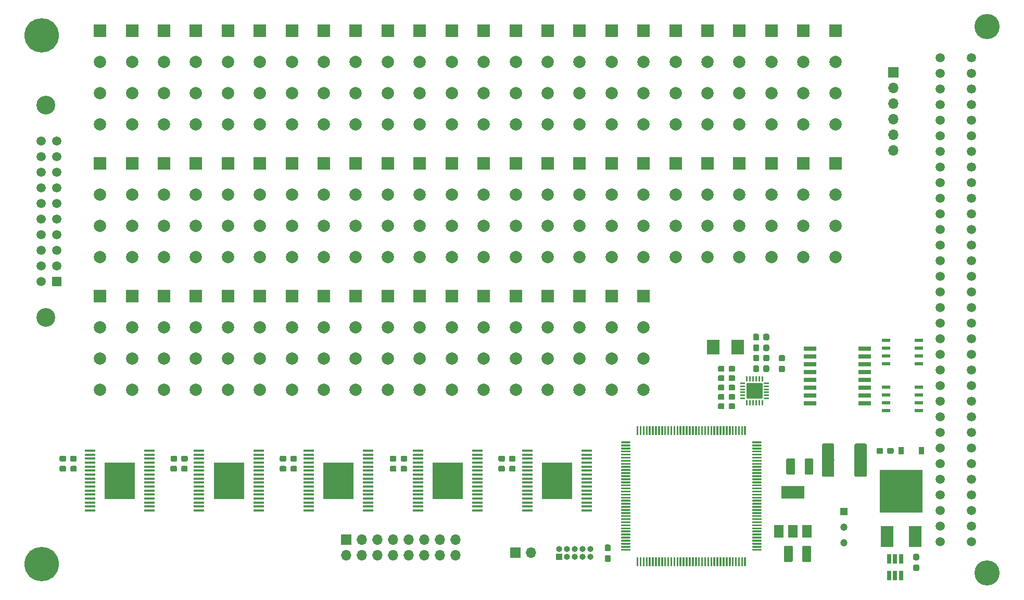
<source format=gbr>
G04 #@! TF.GenerationSoftware,KiCad,Pcbnew,5.1.4*
G04 #@! TF.CreationDate,2019-09-25T22:40:41+02:00*
G04 #@! TF.ProjectId,ETH6C20MUX,45544836-4332-4304-9d55-582e6b696361,rev?*
G04 #@! TF.SameCoordinates,Original*
G04 #@! TF.FileFunction,Soldermask,Top*
G04 #@! TF.FilePolarity,Negative*
%FSLAX46Y46*%
G04 Gerber Fmt 4.6, Leading zero omitted, Abs format (unit mm)*
G04 Created by KiCad (PCBNEW 5.1.4) date 2019-09-25 22:40:41*
%MOMM*%
%LPD*%
G04 APERTURE LIST*
%ADD10R,2.000000X2.400000*%
%ADD11R,5.000000X6.000000*%
%ADD12R,1.700000X0.380000*%
%ADD13C,1.200000*%
%ADD14R,1.200000X1.200000*%
%ADD15C,2.000000*%
%ADD16R,2.000000X2.000000*%
%ADD17R,7.000000X7.000000*%
%ADD18R,2.000000X3.500000*%
%ADD19R,1.399540X0.599440*%
%ADD20R,2.000000X0.640000*%
%ADD21C,1.501140*%
%ADD22C,4.100000*%
%ADD23C,0.100000*%
%ADD24C,0.950000*%
%ADD25C,1.520000*%
%ADD26R,1.520000X1.520000*%
%ADD27C,3.050000*%
%ADD28O,1.700000X1.700000*%
%ADD29R,1.700000X1.700000*%
%ADD30O,1.000000X1.000000*%
%ADD31R,1.000000X1.000000*%
%ADD32C,0.300000*%
%ADD33C,1.425000*%
%ADD34R,1.500000X2.000000*%
%ADD35R,3.800000X2.000000*%
%ADD36C,0.250000*%
%ADD37C,2.600000*%
%ADD38C,5.600000*%
%ADD39R,0.650000X1.560000*%
%ADD40R,0.900000X1.200000*%
%ADD41C,1.975000*%
G04 APERTURE END LIST*
D10*
X172720000Y-97663000D03*
X176720000Y-97663000D03*
D11*
X147320000Y-119400000D03*
D12*
X152170000Y-122975000D03*
X152170000Y-116475000D03*
X152170000Y-114525000D03*
X152170000Y-121025000D03*
X152170000Y-121675000D03*
X152170000Y-124275000D03*
X152170000Y-117125000D03*
X152170000Y-115825000D03*
X152170000Y-123625000D03*
X152170000Y-122325000D03*
X152170000Y-118425000D03*
X152170000Y-119725000D03*
X152170000Y-117775000D03*
X152170000Y-119075000D03*
X152170000Y-115175000D03*
X152170000Y-120375000D03*
X142470000Y-124275000D03*
X142470000Y-123625000D03*
X142470000Y-122975000D03*
X142470000Y-122325000D03*
X142470000Y-121675000D03*
X142470000Y-121025000D03*
X142470000Y-120375000D03*
X142470000Y-119725000D03*
X142470000Y-119075000D03*
X142470000Y-118425000D03*
X142470000Y-117775000D03*
X142470000Y-117125000D03*
X142470000Y-116475000D03*
X142470000Y-115825000D03*
X142470000Y-115175000D03*
X142470000Y-114525000D03*
D11*
X76200000Y-119400000D03*
D12*
X81050000Y-122975000D03*
X81050000Y-116475000D03*
X81050000Y-114525000D03*
X81050000Y-121025000D03*
X81050000Y-121675000D03*
X81050000Y-124275000D03*
X81050000Y-117125000D03*
X81050000Y-115825000D03*
X81050000Y-123625000D03*
X81050000Y-122325000D03*
X81050000Y-118425000D03*
X81050000Y-119725000D03*
X81050000Y-117775000D03*
X81050000Y-119075000D03*
X81050000Y-115175000D03*
X81050000Y-120375000D03*
X71350000Y-124275000D03*
X71350000Y-123625000D03*
X71350000Y-122975000D03*
X71350000Y-122325000D03*
X71350000Y-121675000D03*
X71350000Y-121025000D03*
X71350000Y-120375000D03*
X71350000Y-119725000D03*
X71350000Y-119075000D03*
X71350000Y-118425000D03*
X71350000Y-117775000D03*
X71350000Y-117125000D03*
X71350000Y-116475000D03*
X71350000Y-115825000D03*
X71350000Y-115175000D03*
X71350000Y-114525000D03*
D11*
X129550000Y-119400000D03*
D12*
X134400000Y-122975000D03*
X134400000Y-116475000D03*
X134400000Y-114525000D03*
X134400000Y-121025000D03*
X134400000Y-121675000D03*
X134400000Y-124275000D03*
X134400000Y-117125000D03*
X134400000Y-115825000D03*
X134400000Y-123625000D03*
X134400000Y-122325000D03*
X134400000Y-118425000D03*
X134400000Y-119725000D03*
X134400000Y-117775000D03*
X134400000Y-119075000D03*
X134400000Y-115175000D03*
X134400000Y-120375000D03*
X124700000Y-124275000D03*
X124700000Y-123625000D03*
X124700000Y-122975000D03*
X124700000Y-122325000D03*
X124700000Y-121675000D03*
X124700000Y-121025000D03*
X124700000Y-120375000D03*
X124700000Y-119725000D03*
X124700000Y-119075000D03*
X124700000Y-118425000D03*
X124700000Y-117775000D03*
X124700000Y-117125000D03*
X124700000Y-116475000D03*
X124700000Y-115825000D03*
X124700000Y-115175000D03*
X124700000Y-114525000D03*
D11*
X111750000Y-119400000D03*
D12*
X116600000Y-122975000D03*
X116600000Y-116475000D03*
X116600000Y-114525000D03*
X116600000Y-121025000D03*
X116600000Y-121675000D03*
X116600000Y-124275000D03*
X116600000Y-117125000D03*
X116600000Y-115825000D03*
X116600000Y-123625000D03*
X116600000Y-122325000D03*
X116600000Y-118425000D03*
X116600000Y-119725000D03*
X116600000Y-117775000D03*
X116600000Y-119075000D03*
X116600000Y-115175000D03*
X116600000Y-120375000D03*
X106900000Y-124275000D03*
X106900000Y-123625000D03*
X106900000Y-122975000D03*
X106900000Y-122325000D03*
X106900000Y-121675000D03*
X106900000Y-121025000D03*
X106900000Y-120375000D03*
X106900000Y-119725000D03*
X106900000Y-119075000D03*
X106900000Y-118425000D03*
X106900000Y-117775000D03*
X106900000Y-117125000D03*
X106900000Y-116475000D03*
X106900000Y-115825000D03*
X106900000Y-115175000D03*
X106900000Y-114525000D03*
D11*
X93950000Y-119400000D03*
D12*
X98800000Y-122975000D03*
X98800000Y-116475000D03*
X98800000Y-114525000D03*
X98800000Y-121025000D03*
X98800000Y-121675000D03*
X98800000Y-124275000D03*
X98800000Y-117125000D03*
X98800000Y-115825000D03*
X98800000Y-123625000D03*
X98800000Y-122325000D03*
X98800000Y-118425000D03*
X98800000Y-119725000D03*
X98800000Y-117775000D03*
X98800000Y-119075000D03*
X98800000Y-115175000D03*
X98800000Y-120375000D03*
X89100000Y-124275000D03*
X89100000Y-123625000D03*
X89100000Y-122975000D03*
X89100000Y-122325000D03*
X89100000Y-121675000D03*
X89100000Y-121025000D03*
X89100000Y-120375000D03*
X89100000Y-119725000D03*
X89100000Y-119075000D03*
X89100000Y-118425000D03*
X89100000Y-117775000D03*
X89100000Y-117125000D03*
X89100000Y-116475000D03*
X89100000Y-115825000D03*
X89100000Y-115175000D03*
X89100000Y-114525000D03*
D13*
X194000000Y-129540000D03*
X194000000Y-127000000D03*
D14*
X194000000Y-124460000D03*
D15*
X99000000Y-61420000D03*
X99000000Y-56340000D03*
X99000000Y-51260000D03*
D16*
X99000000Y-46180000D03*
D15*
X73000000Y-61420000D03*
X73000000Y-56340000D03*
X73000000Y-51260000D03*
D16*
X73000000Y-46180000D03*
D15*
X177000000Y-61420000D03*
X177000000Y-56340000D03*
X177000000Y-51260000D03*
D16*
X177000000Y-46180000D03*
D15*
X161400000Y-61420000D03*
X161400000Y-56340000D03*
X161400000Y-51260000D03*
D16*
X161400000Y-46180000D03*
D15*
X145800000Y-61420000D03*
X145800000Y-56340000D03*
X145800000Y-51260000D03*
D16*
X145800000Y-46180000D03*
D15*
X130200000Y-61420000D03*
X130200000Y-56340000D03*
X130200000Y-51260000D03*
D16*
X130200000Y-46180000D03*
D15*
X114600000Y-61420000D03*
X114600000Y-56340000D03*
X114600000Y-51260000D03*
D16*
X114600000Y-46180000D03*
D15*
X83400000Y-61420000D03*
X83400000Y-56340000D03*
X83400000Y-51260000D03*
D16*
X83400000Y-46180000D03*
D15*
X177000000Y-83020000D03*
X177000000Y-77940000D03*
X177000000Y-72860000D03*
D16*
X177000000Y-67780000D03*
D15*
X161400000Y-83020000D03*
X161400000Y-77940000D03*
X161400000Y-72860000D03*
D16*
X161400000Y-67780000D03*
D15*
X145800000Y-83020000D03*
X145800000Y-77940000D03*
X145800000Y-72860000D03*
D16*
X145800000Y-67780000D03*
D15*
X130200000Y-83020000D03*
X130200000Y-77940000D03*
X130200000Y-72860000D03*
D16*
X130200000Y-67780000D03*
D15*
X114600000Y-83020000D03*
X114600000Y-77940000D03*
X114600000Y-72860000D03*
D16*
X114600000Y-67780000D03*
D15*
X83400000Y-83020000D03*
X83400000Y-77940000D03*
X83400000Y-72860000D03*
D16*
X83400000Y-67780000D03*
D15*
X192600000Y-83020000D03*
X192600000Y-77940000D03*
X192600000Y-72860000D03*
D16*
X192600000Y-67780000D03*
D15*
X187400000Y-83020000D03*
X187400000Y-77940000D03*
X187400000Y-72860000D03*
D16*
X187400000Y-67780000D03*
D15*
X182200000Y-83020000D03*
X182200000Y-77940000D03*
X182200000Y-72860000D03*
D16*
X182200000Y-67780000D03*
D15*
X182200000Y-61420000D03*
X182200000Y-56340000D03*
X182200000Y-51260000D03*
D16*
X182200000Y-46180000D03*
D15*
X187400000Y-61420000D03*
X187400000Y-56340000D03*
X187400000Y-51260000D03*
D16*
X187400000Y-46180000D03*
D15*
X192600000Y-61420000D03*
X192600000Y-56340000D03*
X192600000Y-51260000D03*
D16*
X192600000Y-46180000D03*
D15*
X99000000Y-83020000D03*
X99000000Y-77940000D03*
X99000000Y-72860000D03*
D16*
X99000000Y-67780000D03*
D15*
X161400000Y-104620000D03*
X161400000Y-99540000D03*
X161400000Y-94460000D03*
D16*
X161400000Y-89380000D03*
D15*
X145800000Y-104620000D03*
X145800000Y-99540000D03*
X145800000Y-94460000D03*
D16*
X145800000Y-89380000D03*
D15*
X130200000Y-104620000D03*
X130200000Y-99540000D03*
X130200000Y-94460000D03*
D16*
X130200000Y-89380000D03*
D15*
X114600000Y-104620000D03*
X114600000Y-99540000D03*
X114600000Y-94460000D03*
D16*
X114600000Y-89380000D03*
D15*
X99000000Y-104620000D03*
X99000000Y-99540000D03*
X99000000Y-94460000D03*
D16*
X99000000Y-89380000D03*
D15*
X83400000Y-104620000D03*
X83400000Y-99540000D03*
X83400000Y-94460000D03*
D16*
X83400000Y-89380000D03*
D15*
X171800000Y-61420000D03*
X171800000Y-56340000D03*
X171800000Y-51260000D03*
D16*
X171800000Y-46180000D03*
D15*
X156200000Y-61420000D03*
X156200000Y-56340000D03*
X156200000Y-51260000D03*
D16*
X156200000Y-46180000D03*
D15*
X140600000Y-61420000D03*
X140600000Y-56340000D03*
X140600000Y-51260000D03*
D16*
X140600000Y-46180000D03*
D15*
X125000000Y-61420000D03*
X125000000Y-56340000D03*
X125000000Y-51260000D03*
D16*
X125000000Y-46180000D03*
D15*
X109400000Y-61420000D03*
X109400000Y-56340000D03*
X109400000Y-51260000D03*
D16*
X109400000Y-46180000D03*
D15*
X93800000Y-61420000D03*
X93800000Y-56340000D03*
X93800000Y-51260000D03*
D16*
X93800000Y-46180000D03*
D15*
X78200000Y-61420000D03*
X78200000Y-56340000D03*
X78200000Y-51260000D03*
D16*
X78200000Y-46180000D03*
D15*
X171800000Y-83020000D03*
X171800000Y-77940000D03*
X171800000Y-72860000D03*
D16*
X171800000Y-67780000D03*
D15*
X156200000Y-83020000D03*
X156200000Y-77940000D03*
X156200000Y-72860000D03*
D16*
X156200000Y-67780000D03*
D15*
X140600000Y-83020000D03*
X140600000Y-77940000D03*
X140600000Y-72860000D03*
D16*
X140600000Y-67780000D03*
D15*
X125000000Y-83020000D03*
X125000000Y-77940000D03*
X125000000Y-72860000D03*
D16*
X125000000Y-67780000D03*
D15*
X109400000Y-83020000D03*
X109400000Y-77940000D03*
X109400000Y-72860000D03*
D16*
X109400000Y-67780000D03*
D15*
X93800000Y-83020000D03*
X93800000Y-77940000D03*
X93800000Y-72860000D03*
D16*
X93800000Y-67780000D03*
D15*
X78200000Y-83020000D03*
X78200000Y-77940000D03*
X78200000Y-72860000D03*
D16*
X78200000Y-67780000D03*
D15*
X156200000Y-104620000D03*
X156200000Y-99540000D03*
X156200000Y-94460000D03*
D16*
X156200000Y-89380000D03*
D15*
X140600000Y-104620000D03*
X140600000Y-99540000D03*
X140600000Y-94460000D03*
D16*
X140600000Y-89380000D03*
D15*
X125000000Y-104620000D03*
X125000000Y-99540000D03*
X125000000Y-94460000D03*
D16*
X125000000Y-89380000D03*
D15*
X109400000Y-104620000D03*
X109400000Y-99540000D03*
X109400000Y-94460000D03*
D16*
X109400000Y-89380000D03*
D15*
X93800000Y-104620000D03*
X93800000Y-99540000D03*
X93800000Y-94460000D03*
D16*
X93800000Y-89380000D03*
D15*
X78200000Y-104620000D03*
X78200000Y-99540000D03*
X78200000Y-94460000D03*
D16*
X78200000Y-89380000D03*
D15*
X166600000Y-61420000D03*
X166600000Y-56340000D03*
X166600000Y-51260000D03*
D16*
X166600000Y-46180000D03*
D15*
X151000000Y-61420000D03*
X151000000Y-56340000D03*
X151000000Y-51260000D03*
D16*
X151000000Y-46180000D03*
D15*
X135400000Y-61420000D03*
X135400000Y-56340000D03*
X135400000Y-51260000D03*
D16*
X135400000Y-46180000D03*
D15*
X119800000Y-61420000D03*
X119800000Y-56340000D03*
X119800000Y-51260000D03*
D16*
X119800000Y-46180000D03*
D15*
X104200000Y-61420000D03*
X104200000Y-56340000D03*
X104200000Y-51260000D03*
D16*
X104200000Y-46180000D03*
D15*
X88600000Y-61420000D03*
X88600000Y-56340000D03*
X88600000Y-51260000D03*
D16*
X88600000Y-46180000D03*
D15*
X166600000Y-83020000D03*
X166600000Y-77940000D03*
X166600000Y-72860000D03*
D16*
X166600000Y-67780000D03*
D15*
X151000000Y-83020000D03*
X151000000Y-77940000D03*
X151000000Y-72860000D03*
D16*
X151000000Y-67780000D03*
D15*
X135400000Y-83020000D03*
X135400000Y-77940000D03*
X135400000Y-72860000D03*
D16*
X135400000Y-67780000D03*
D15*
X119800000Y-83020000D03*
X119800000Y-77940000D03*
X119800000Y-72860000D03*
D16*
X119800000Y-67780000D03*
D15*
X104200000Y-83020000D03*
X104200000Y-77940000D03*
X104200000Y-72860000D03*
D16*
X104200000Y-67780000D03*
D15*
X88600000Y-83020000D03*
X88600000Y-77940000D03*
X88600000Y-72860000D03*
D16*
X88600000Y-67780000D03*
D15*
X73000000Y-83020000D03*
X73000000Y-77940000D03*
X73000000Y-72860000D03*
D16*
X73000000Y-67780000D03*
D15*
X151000000Y-104620000D03*
X151000000Y-99540000D03*
X151000000Y-94460000D03*
D16*
X151000000Y-89380000D03*
D15*
X135400000Y-104620000D03*
X135400000Y-99540000D03*
X135400000Y-94460000D03*
D16*
X135400000Y-89380000D03*
D15*
X119800000Y-104620000D03*
X119800000Y-99540000D03*
X119800000Y-94460000D03*
D16*
X119800000Y-89380000D03*
D15*
X104200000Y-104620000D03*
X104200000Y-99540000D03*
X104200000Y-94460000D03*
D16*
X104200000Y-89380000D03*
D15*
X88600000Y-104620000D03*
X88600000Y-99540000D03*
X88600000Y-94460000D03*
D16*
X88600000Y-89380000D03*
D15*
X73000000Y-104620000D03*
X73000000Y-99540000D03*
X73000000Y-94460000D03*
D16*
X73000000Y-89380000D03*
D17*
X203327000Y-121124000D03*
D18*
X205607000Y-128524000D03*
X201027000Y-128524000D03*
D19*
X206137000Y-104235000D03*
X200803000Y-104235000D03*
X206137000Y-105505000D03*
X206137000Y-106775000D03*
X206137000Y-108045000D03*
X200803000Y-105505000D03*
X200803000Y-106775000D03*
X200803000Y-108045000D03*
X206137000Y-96615000D03*
X200803000Y-96615000D03*
X206137000Y-97885000D03*
X206137000Y-99155000D03*
X206137000Y-100425000D03*
X200803000Y-97885000D03*
X200803000Y-99155000D03*
X200803000Y-100425000D03*
D20*
X188483000Y-97917000D03*
X188483000Y-99187000D03*
X188483000Y-100457000D03*
X188483000Y-101727000D03*
X188483000Y-102997000D03*
X188483000Y-104267000D03*
X188483000Y-105537000D03*
X188480700Y-106807000D03*
X197343000Y-106807000D03*
X197343000Y-105537000D03*
X197343000Y-104241600D03*
X197343000Y-102971600D03*
X197343000Y-101701600D03*
X197343000Y-100431600D03*
X197343000Y-99161600D03*
X197343000Y-97891600D03*
D21*
X214740000Y-50630000D03*
X214740000Y-53170000D03*
X214740000Y-58250000D03*
X214740000Y-55710000D03*
X214740000Y-60790000D03*
X214740000Y-63330000D03*
X214740000Y-65870000D03*
X214740000Y-68410000D03*
X214740000Y-70950000D03*
X214740000Y-73490000D03*
X214740000Y-76030000D03*
X214740000Y-78570000D03*
X214740000Y-81110000D03*
X214740000Y-83650000D03*
X214740000Y-86190000D03*
X214740000Y-88730000D03*
X214740000Y-91270000D03*
X214740000Y-93810000D03*
X214740000Y-96350000D03*
X214740000Y-98890000D03*
X214740000Y-101430000D03*
X214740000Y-103970000D03*
X214740000Y-106510000D03*
X214740000Y-109050000D03*
X214740000Y-111590000D03*
X214740000Y-114130000D03*
X214740000Y-116670000D03*
X214740000Y-119210000D03*
X214740000Y-121750000D03*
X214740000Y-124290000D03*
X214740000Y-126830000D03*
X214740000Y-129370000D03*
X209660000Y-50630000D03*
X209660000Y-53170000D03*
X209660000Y-58250000D03*
X209660000Y-55710000D03*
X209660000Y-60790000D03*
X209660000Y-63330000D03*
X209660000Y-65870000D03*
X209660000Y-68410000D03*
X209660000Y-70950000D03*
X209660000Y-73490000D03*
X209660000Y-76030000D03*
X209660000Y-78570000D03*
X209660000Y-81110000D03*
X209660000Y-83650000D03*
X209660000Y-86190000D03*
X209660000Y-88730000D03*
X209660000Y-91270000D03*
X209660000Y-93810000D03*
X209660000Y-96350000D03*
X209660000Y-98890000D03*
X209660000Y-101430000D03*
X209660000Y-103970000D03*
X209660000Y-106510000D03*
X209660000Y-109050000D03*
X209660000Y-111590000D03*
X209660000Y-114130000D03*
X209660000Y-116670000D03*
X209660000Y-119210000D03*
X209660000Y-121750000D03*
X209660000Y-124290000D03*
X209660000Y-126830000D03*
X209660000Y-129370000D03*
D22*
X217280000Y-134450000D03*
X217280000Y-45550000D03*
D23*
G36*
X138627779Y-117001144D02*
G01*
X138650834Y-117004563D01*
X138673443Y-117010227D01*
X138695387Y-117018079D01*
X138716457Y-117028044D01*
X138736448Y-117040026D01*
X138755168Y-117053910D01*
X138772438Y-117069562D01*
X138788090Y-117086832D01*
X138801974Y-117105552D01*
X138813956Y-117125543D01*
X138823921Y-117146613D01*
X138831773Y-117168557D01*
X138837437Y-117191166D01*
X138840856Y-117214221D01*
X138842000Y-117237500D01*
X138842000Y-117712500D01*
X138840856Y-117735779D01*
X138837437Y-117758834D01*
X138831773Y-117781443D01*
X138823921Y-117803387D01*
X138813956Y-117824457D01*
X138801974Y-117844448D01*
X138788090Y-117863168D01*
X138772438Y-117880438D01*
X138755168Y-117896090D01*
X138736448Y-117909974D01*
X138716457Y-117921956D01*
X138695387Y-117931921D01*
X138673443Y-117939773D01*
X138650834Y-117945437D01*
X138627779Y-117948856D01*
X138604500Y-117950000D01*
X138029500Y-117950000D01*
X138006221Y-117948856D01*
X137983166Y-117945437D01*
X137960557Y-117939773D01*
X137938613Y-117931921D01*
X137917543Y-117921956D01*
X137897552Y-117909974D01*
X137878832Y-117896090D01*
X137861562Y-117880438D01*
X137845910Y-117863168D01*
X137832026Y-117844448D01*
X137820044Y-117824457D01*
X137810079Y-117803387D01*
X137802227Y-117781443D01*
X137796563Y-117758834D01*
X137793144Y-117735779D01*
X137792000Y-117712500D01*
X137792000Y-117237500D01*
X137793144Y-117214221D01*
X137796563Y-117191166D01*
X137802227Y-117168557D01*
X137810079Y-117146613D01*
X137820044Y-117125543D01*
X137832026Y-117105552D01*
X137845910Y-117086832D01*
X137861562Y-117069562D01*
X137878832Y-117053910D01*
X137897552Y-117040026D01*
X137917543Y-117028044D01*
X137938613Y-117018079D01*
X137960557Y-117010227D01*
X137983166Y-117004563D01*
X138006221Y-117001144D01*
X138029500Y-117000000D01*
X138604500Y-117000000D01*
X138627779Y-117001144D01*
X138627779Y-117001144D01*
G37*
D24*
X138317000Y-117475000D03*
D23*
G36*
X140377779Y-117001144D02*
G01*
X140400834Y-117004563D01*
X140423443Y-117010227D01*
X140445387Y-117018079D01*
X140466457Y-117028044D01*
X140486448Y-117040026D01*
X140505168Y-117053910D01*
X140522438Y-117069562D01*
X140538090Y-117086832D01*
X140551974Y-117105552D01*
X140563956Y-117125543D01*
X140573921Y-117146613D01*
X140581773Y-117168557D01*
X140587437Y-117191166D01*
X140590856Y-117214221D01*
X140592000Y-117237500D01*
X140592000Y-117712500D01*
X140590856Y-117735779D01*
X140587437Y-117758834D01*
X140581773Y-117781443D01*
X140573921Y-117803387D01*
X140563956Y-117824457D01*
X140551974Y-117844448D01*
X140538090Y-117863168D01*
X140522438Y-117880438D01*
X140505168Y-117896090D01*
X140486448Y-117909974D01*
X140466457Y-117921956D01*
X140445387Y-117931921D01*
X140423443Y-117939773D01*
X140400834Y-117945437D01*
X140377779Y-117948856D01*
X140354500Y-117950000D01*
X139779500Y-117950000D01*
X139756221Y-117948856D01*
X139733166Y-117945437D01*
X139710557Y-117939773D01*
X139688613Y-117931921D01*
X139667543Y-117921956D01*
X139647552Y-117909974D01*
X139628832Y-117896090D01*
X139611562Y-117880438D01*
X139595910Y-117863168D01*
X139582026Y-117844448D01*
X139570044Y-117824457D01*
X139560079Y-117803387D01*
X139552227Y-117781443D01*
X139546563Y-117758834D01*
X139543144Y-117735779D01*
X139542000Y-117712500D01*
X139542000Y-117237500D01*
X139543144Y-117214221D01*
X139546563Y-117191166D01*
X139552227Y-117168557D01*
X139560079Y-117146613D01*
X139570044Y-117125543D01*
X139582026Y-117105552D01*
X139595910Y-117086832D01*
X139611562Y-117069562D01*
X139628832Y-117053910D01*
X139647552Y-117040026D01*
X139667543Y-117028044D01*
X139688613Y-117018079D01*
X139710557Y-117010227D01*
X139733166Y-117004563D01*
X139756221Y-117001144D01*
X139779500Y-117000000D01*
X140354500Y-117000000D01*
X140377779Y-117001144D01*
X140377779Y-117001144D01*
G37*
D24*
X140067000Y-117475000D03*
D23*
G36*
X103067779Y-117001144D02*
G01*
X103090834Y-117004563D01*
X103113443Y-117010227D01*
X103135387Y-117018079D01*
X103156457Y-117028044D01*
X103176448Y-117040026D01*
X103195168Y-117053910D01*
X103212438Y-117069562D01*
X103228090Y-117086832D01*
X103241974Y-117105552D01*
X103253956Y-117125543D01*
X103263921Y-117146613D01*
X103271773Y-117168557D01*
X103277437Y-117191166D01*
X103280856Y-117214221D01*
X103282000Y-117237500D01*
X103282000Y-117712500D01*
X103280856Y-117735779D01*
X103277437Y-117758834D01*
X103271773Y-117781443D01*
X103263921Y-117803387D01*
X103253956Y-117824457D01*
X103241974Y-117844448D01*
X103228090Y-117863168D01*
X103212438Y-117880438D01*
X103195168Y-117896090D01*
X103176448Y-117909974D01*
X103156457Y-117921956D01*
X103135387Y-117931921D01*
X103113443Y-117939773D01*
X103090834Y-117945437D01*
X103067779Y-117948856D01*
X103044500Y-117950000D01*
X102469500Y-117950000D01*
X102446221Y-117948856D01*
X102423166Y-117945437D01*
X102400557Y-117939773D01*
X102378613Y-117931921D01*
X102357543Y-117921956D01*
X102337552Y-117909974D01*
X102318832Y-117896090D01*
X102301562Y-117880438D01*
X102285910Y-117863168D01*
X102272026Y-117844448D01*
X102260044Y-117824457D01*
X102250079Y-117803387D01*
X102242227Y-117781443D01*
X102236563Y-117758834D01*
X102233144Y-117735779D01*
X102232000Y-117712500D01*
X102232000Y-117237500D01*
X102233144Y-117214221D01*
X102236563Y-117191166D01*
X102242227Y-117168557D01*
X102250079Y-117146613D01*
X102260044Y-117125543D01*
X102272026Y-117105552D01*
X102285910Y-117086832D01*
X102301562Y-117069562D01*
X102318832Y-117053910D01*
X102337552Y-117040026D01*
X102357543Y-117028044D01*
X102378613Y-117018079D01*
X102400557Y-117010227D01*
X102423166Y-117004563D01*
X102446221Y-117001144D01*
X102469500Y-117000000D01*
X103044500Y-117000000D01*
X103067779Y-117001144D01*
X103067779Y-117001144D01*
G37*
D24*
X102757000Y-117475000D03*
D23*
G36*
X104817779Y-117001144D02*
G01*
X104840834Y-117004563D01*
X104863443Y-117010227D01*
X104885387Y-117018079D01*
X104906457Y-117028044D01*
X104926448Y-117040026D01*
X104945168Y-117053910D01*
X104962438Y-117069562D01*
X104978090Y-117086832D01*
X104991974Y-117105552D01*
X105003956Y-117125543D01*
X105013921Y-117146613D01*
X105021773Y-117168557D01*
X105027437Y-117191166D01*
X105030856Y-117214221D01*
X105032000Y-117237500D01*
X105032000Y-117712500D01*
X105030856Y-117735779D01*
X105027437Y-117758834D01*
X105021773Y-117781443D01*
X105013921Y-117803387D01*
X105003956Y-117824457D01*
X104991974Y-117844448D01*
X104978090Y-117863168D01*
X104962438Y-117880438D01*
X104945168Y-117896090D01*
X104926448Y-117909974D01*
X104906457Y-117921956D01*
X104885387Y-117931921D01*
X104863443Y-117939773D01*
X104840834Y-117945437D01*
X104817779Y-117948856D01*
X104794500Y-117950000D01*
X104219500Y-117950000D01*
X104196221Y-117948856D01*
X104173166Y-117945437D01*
X104150557Y-117939773D01*
X104128613Y-117931921D01*
X104107543Y-117921956D01*
X104087552Y-117909974D01*
X104068832Y-117896090D01*
X104051562Y-117880438D01*
X104035910Y-117863168D01*
X104022026Y-117844448D01*
X104010044Y-117824457D01*
X104000079Y-117803387D01*
X103992227Y-117781443D01*
X103986563Y-117758834D01*
X103983144Y-117735779D01*
X103982000Y-117712500D01*
X103982000Y-117237500D01*
X103983144Y-117214221D01*
X103986563Y-117191166D01*
X103992227Y-117168557D01*
X104000079Y-117146613D01*
X104010044Y-117125543D01*
X104022026Y-117105552D01*
X104035910Y-117086832D01*
X104051562Y-117069562D01*
X104068832Y-117053910D01*
X104087552Y-117040026D01*
X104107543Y-117028044D01*
X104128613Y-117018079D01*
X104150557Y-117010227D01*
X104173166Y-117004563D01*
X104196221Y-117001144D01*
X104219500Y-117000000D01*
X104794500Y-117000000D01*
X104817779Y-117001144D01*
X104817779Y-117001144D01*
G37*
D24*
X104507000Y-117475000D03*
D23*
G36*
X120974779Y-117001144D02*
G01*
X120997834Y-117004563D01*
X121020443Y-117010227D01*
X121042387Y-117018079D01*
X121063457Y-117028044D01*
X121083448Y-117040026D01*
X121102168Y-117053910D01*
X121119438Y-117069562D01*
X121135090Y-117086832D01*
X121148974Y-117105552D01*
X121160956Y-117125543D01*
X121170921Y-117146613D01*
X121178773Y-117168557D01*
X121184437Y-117191166D01*
X121187856Y-117214221D01*
X121189000Y-117237500D01*
X121189000Y-117712500D01*
X121187856Y-117735779D01*
X121184437Y-117758834D01*
X121178773Y-117781443D01*
X121170921Y-117803387D01*
X121160956Y-117824457D01*
X121148974Y-117844448D01*
X121135090Y-117863168D01*
X121119438Y-117880438D01*
X121102168Y-117896090D01*
X121083448Y-117909974D01*
X121063457Y-117921956D01*
X121042387Y-117931921D01*
X121020443Y-117939773D01*
X120997834Y-117945437D01*
X120974779Y-117948856D01*
X120951500Y-117950000D01*
X120376500Y-117950000D01*
X120353221Y-117948856D01*
X120330166Y-117945437D01*
X120307557Y-117939773D01*
X120285613Y-117931921D01*
X120264543Y-117921956D01*
X120244552Y-117909974D01*
X120225832Y-117896090D01*
X120208562Y-117880438D01*
X120192910Y-117863168D01*
X120179026Y-117844448D01*
X120167044Y-117824457D01*
X120157079Y-117803387D01*
X120149227Y-117781443D01*
X120143563Y-117758834D01*
X120140144Y-117735779D01*
X120139000Y-117712500D01*
X120139000Y-117237500D01*
X120140144Y-117214221D01*
X120143563Y-117191166D01*
X120149227Y-117168557D01*
X120157079Y-117146613D01*
X120167044Y-117125543D01*
X120179026Y-117105552D01*
X120192910Y-117086832D01*
X120208562Y-117069562D01*
X120225832Y-117053910D01*
X120244552Y-117040026D01*
X120264543Y-117028044D01*
X120285613Y-117018079D01*
X120307557Y-117010227D01*
X120330166Y-117004563D01*
X120353221Y-117001144D01*
X120376500Y-117000000D01*
X120951500Y-117000000D01*
X120974779Y-117001144D01*
X120974779Y-117001144D01*
G37*
D24*
X120664000Y-117475000D03*
D23*
G36*
X122724779Y-117001144D02*
G01*
X122747834Y-117004563D01*
X122770443Y-117010227D01*
X122792387Y-117018079D01*
X122813457Y-117028044D01*
X122833448Y-117040026D01*
X122852168Y-117053910D01*
X122869438Y-117069562D01*
X122885090Y-117086832D01*
X122898974Y-117105552D01*
X122910956Y-117125543D01*
X122920921Y-117146613D01*
X122928773Y-117168557D01*
X122934437Y-117191166D01*
X122937856Y-117214221D01*
X122939000Y-117237500D01*
X122939000Y-117712500D01*
X122937856Y-117735779D01*
X122934437Y-117758834D01*
X122928773Y-117781443D01*
X122920921Y-117803387D01*
X122910956Y-117824457D01*
X122898974Y-117844448D01*
X122885090Y-117863168D01*
X122869438Y-117880438D01*
X122852168Y-117896090D01*
X122833448Y-117909974D01*
X122813457Y-117921956D01*
X122792387Y-117931921D01*
X122770443Y-117939773D01*
X122747834Y-117945437D01*
X122724779Y-117948856D01*
X122701500Y-117950000D01*
X122126500Y-117950000D01*
X122103221Y-117948856D01*
X122080166Y-117945437D01*
X122057557Y-117939773D01*
X122035613Y-117931921D01*
X122014543Y-117921956D01*
X121994552Y-117909974D01*
X121975832Y-117896090D01*
X121958562Y-117880438D01*
X121942910Y-117863168D01*
X121929026Y-117844448D01*
X121917044Y-117824457D01*
X121907079Y-117803387D01*
X121899227Y-117781443D01*
X121893563Y-117758834D01*
X121890144Y-117735779D01*
X121889000Y-117712500D01*
X121889000Y-117237500D01*
X121890144Y-117214221D01*
X121893563Y-117191166D01*
X121899227Y-117168557D01*
X121907079Y-117146613D01*
X121917044Y-117125543D01*
X121929026Y-117105552D01*
X121942910Y-117086832D01*
X121958562Y-117069562D01*
X121975832Y-117053910D01*
X121994552Y-117040026D01*
X122014543Y-117028044D01*
X122035613Y-117018079D01*
X122057557Y-117010227D01*
X122080166Y-117004563D01*
X122103221Y-117001144D01*
X122126500Y-117000000D01*
X122701500Y-117000000D01*
X122724779Y-117001144D01*
X122724779Y-117001144D01*
G37*
D24*
X122414000Y-117475000D03*
D23*
G36*
X85287779Y-117001144D02*
G01*
X85310834Y-117004563D01*
X85333443Y-117010227D01*
X85355387Y-117018079D01*
X85376457Y-117028044D01*
X85396448Y-117040026D01*
X85415168Y-117053910D01*
X85432438Y-117069562D01*
X85448090Y-117086832D01*
X85461974Y-117105552D01*
X85473956Y-117125543D01*
X85483921Y-117146613D01*
X85491773Y-117168557D01*
X85497437Y-117191166D01*
X85500856Y-117214221D01*
X85502000Y-117237500D01*
X85502000Y-117712500D01*
X85500856Y-117735779D01*
X85497437Y-117758834D01*
X85491773Y-117781443D01*
X85483921Y-117803387D01*
X85473956Y-117824457D01*
X85461974Y-117844448D01*
X85448090Y-117863168D01*
X85432438Y-117880438D01*
X85415168Y-117896090D01*
X85396448Y-117909974D01*
X85376457Y-117921956D01*
X85355387Y-117931921D01*
X85333443Y-117939773D01*
X85310834Y-117945437D01*
X85287779Y-117948856D01*
X85264500Y-117950000D01*
X84689500Y-117950000D01*
X84666221Y-117948856D01*
X84643166Y-117945437D01*
X84620557Y-117939773D01*
X84598613Y-117931921D01*
X84577543Y-117921956D01*
X84557552Y-117909974D01*
X84538832Y-117896090D01*
X84521562Y-117880438D01*
X84505910Y-117863168D01*
X84492026Y-117844448D01*
X84480044Y-117824457D01*
X84470079Y-117803387D01*
X84462227Y-117781443D01*
X84456563Y-117758834D01*
X84453144Y-117735779D01*
X84452000Y-117712500D01*
X84452000Y-117237500D01*
X84453144Y-117214221D01*
X84456563Y-117191166D01*
X84462227Y-117168557D01*
X84470079Y-117146613D01*
X84480044Y-117125543D01*
X84492026Y-117105552D01*
X84505910Y-117086832D01*
X84521562Y-117069562D01*
X84538832Y-117053910D01*
X84557552Y-117040026D01*
X84577543Y-117028044D01*
X84598613Y-117018079D01*
X84620557Y-117010227D01*
X84643166Y-117004563D01*
X84666221Y-117001144D01*
X84689500Y-117000000D01*
X85264500Y-117000000D01*
X85287779Y-117001144D01*
X85287779Y-117001144D01*
G37*
D24*
X84977000Y-117475000D03*
D23*
G36*
X87037779Y-117001144D02*
G01*
X87060834Y-117004563D01*
X87083443Y-117010227D01*
X87105387Y-117018079D01*
X87126457Y-117028044D01*
X87146448Y-117040026D01*
X87165168Y-117053910D01*
X87182438Y-117069562D01*
X87198090Y-117086832D01*
X87211974Y-117105552D01*
X87223956Y-117125543D01*
X87233921Y-117146613D01*
X87241773Y-117168557D01*
X87247437Y-117191166D01*
X87250856Y-117214221D01*
X87252000Y-117237500D01*
X87252000Y-117712500D01*
X87250856Y-117735779D01*
X87247437Y-117758834D01*
X87241773Y-117781443D01*
X87233921Y-117803387D01*
X87223956Y-117824457D01*
X87211974Y-117844448D01*
X87198090Y-117863168D01*
X87182438Y-117880438D01*
X87165168Y-117896090D01*
X87146448Y-117909974D01*
X87126457Y-117921956D01*
X87105387Y-117931921D01*
X87083443Y-117939773D01*
X87060834Y-117945437D01*
X87037779Y-117948856D01*
X87014500Y-117950000D01*
X86439500Y-117950000D01*
X86416221Y-117948856D01*
X86393166Y-117945437D01*
X86370557Y-117939773D01*
X86348613Y-117931921D01*
X86327543Y-117921956D01*
X86307552Y-117909974D01*
X86288832Y-117896090D01*
X86271562Y-117880438D01*
X86255910Y-117863168D01*
X86242026Y-117844448D01*
X86230044Y-117824457D01*
X86220079Y-117803387D01*
X86212227Y-117781443D01*
X86206563Y-117758834D01*
X86203144Y-117735779D01*
X86202000Y-117712500D01*
X86202000Y-117237500D01*
X86203144Y-117214221D01*
X86206563Y-117191166D01*
X86212227Y-117168557D01*
X86220079Y-117146613D01*
X86230044Y-117125543D01*
X86242026Y-117105552D01*
X86255910Y-117086832D01*
X86271562Y-117069562D01*
X86288832Y-117053910D01*
X86307552Y-117040026D01*
X86327543Y-117028044D01*
X86348613Y-117018079D01*
X86370557Y-117010227D01*
X86393166Y-117004563D01*
X86416221Y-117001144D01*
X86439500Y-117000000D01*
X87014500Y-117000000D01*
X87037779Y-117001144D01*
X87037779Y-117001144D01*
G37*
D24*
X86727000Y-117475000D03*
D23*
G36*
X67253779Y-117001144D02*
G01*
X67276834Y-117004563D01*
X67299443Y-117010227D01*
X67321387Y-117018079D01*
X67342457Y-117028044D01*
X67362448Y-117040026D01*
X67381168Y-117053910D01*
X67398438Y-117069562D01*
X67414090Y-117086832D01*
X67427974Y-117105552D01*
X67439956Y-117125543D01*
X67449921Y-117146613D01*
X67457773Y-117168557D01*
X67463437Y-117191166D01*
X67466856Y-117214221D01*
X67468000Y-117237500D01*
X67468000Y-117712500D01*
X67466856Y-117735779D01*
X67463437Y-117758834D01*
X67457773Y-117781443D01*
X67449921Y-117803387D01*
X67439956Y-117824457D01*
X67427974Y-117844448D01*
X67414090Y-117863168D01*
X67398438Y-117880438D01*
X67381168Y-117896090D01*
X67362448Y-117909974D01*
X67342457Y-117921956D01*
X67321387Y-117931921D01*
X67299443Y-117939773D01*
X67276834Y-117945437D01*
X67253779Y-117948856D01*
X67230500Y-117950000D01*
X66655500Y-117950000D01*
X66632221Y-117948856D01*
X66609166Y-117945437D01*
X66586557Y-117939773D01*
X66564613Y-117931921D01*
X66543543Y-117921956D01*
X66523552Y-117909974D01*
X66504832Y-117896090D01*
X66487562Y-117880438D01*
X66471910Y-117863168D01*
X66458026Y-117844448D01*
X66446044Y-117824457D01*
X66436079Y-117803387D01*
X66428227Y-117781443D01*
X66422563Y-117758834D01*
X66419144Y-117735779D01*
X66418000Y-117712500D01*
X66418000Y-117237500D01*
X66419144Y-117214221D01*
X66422563Y-117191166D01*
X66428227Y-117168557D01*
X66436079Y-117146613D01*
X66446044Y-117125543D01*
X66458026Y-117105552D01*
X66471910Y-117086832D01*
X66487562Y-117069562D01*
X66504832Y-117053910D01*
X66523552Y-117040026D01*
X66543543Y-117028044D01*
X66564613Y-117018079D01*
X66586557Y-117010227D01*
X66609166Y-117004563D01*
X66632221Y-117001144D01*
X66655500Y-117000000D01*
X67230500Y-117000000D01*
X67253779Y-117001144D01*
X67253779Y-117001144D01*
G37*
D24*
X66943000Y-117475000D03*
D23*
G36*
X69003779Y-117001144D02*
G01*
X69026834Y-117004563D01*
X69049443Y-117010227D01*
X69071387Y-117018079D01*
X69092457Y-117028044D01*
X69112448Y-117040026D01*
X69131168Y-117053910D01*
X69148438Y-117069562D01*
X69164090Y-117086832D01*
X69177974Y-117105552D01*
X69189956Y-117125543D01*
X69199921Y-117146613D01*
X69207773Y-117168557D01*
X69213437Y-117191166D01*
X69216856Y-117214221D01*
X69218000Y-117237500D01*
X69218000Y-117712500D01*
X69216856Y-117735779D01*
X69213437Y-117758834D01*
X69207773Y-117781443D01*
X69199921Y-117803387D01*
X69189956Y-117824457D01*
X69177974Y-117844448D01*
X69164090Y-117863168D01*
X69148438Y-117880438D01*
X69131168Y-117896090D01*
X69112448Y-117909974D01*
X69092457Y-117921956D01*
X69071387Y-117931921D01*
X69049443Y-117939773D01*
X69026834Y-117945437D01*
X69003779Y-117948856D01*
X68980500Y-117950000D01*
X68405500Y-117950000D01*
X68382221Y-117948856D01*
X68359166Y-117945437D01*
X68336557Y-117939773D01*
X68314613Y-117931921D01*
X68293543Y-117921956D01*
X68273552Y-117909974D01*
X68254832Y-117896090D01*
X68237562Y-117880438D01*
X68221910Y-117863168D01*
X68208026Y-117844448D01*
X68196044Y-117824457D01*
X68186079Y-117803387D01*
X68178227Y-117781443D01*
X68172563Y-117758834D01*
X68169144Y-117735779D01*
X68168000Y-117712500D01*
X68168000Y-117237500D01*
X68169144Y-117214221D01*
X68172563Y-117191166D01*
X68178227Y-117168557D01*
X68186079Y-117146613D01*
X68196044Y-117125543D01*
X68208026Y-117105552D01*
X68221910Y-117086832D01*
X68237562Y-117069562D01*
X68254832Y-117053910D01*
X68273552Y-117040026D01*
X68293543Y-117028044D01*
X68314613Y-117018079D01*
X68336557Y-117010227D01*
X68359166Y-117004563D01*
X68382221Y-117001144D01*
X68405500Y-117000000D01*
X68980500Y-117000000D01*
X69003779Y-117001144D01*
X69003779Y-117001144D01*
G37*
D24*
X68693000Y-117475000D03*
D23*
G36*
X138627779Y-115350144D02*
G01*
X138650834Y-115353563D01*
X138673443Y-115359227D01*
X138695387Y-115367079D01*
X138716457Y-115377044D01*
X138736448Y-115389026D01*
X138755168Y-115402910D01*
X138772438Y-115418562D01*
X138788090Y-115435832D01*
X138801974Y-115454552D01*
X138813956Y-115474543D01*
X138823921Y-115495613D01*
X138831773Y-115517557D01*
X138837437Y-115540166D01*
X138840856Y-115563221D01*
X138842000Y-115586500D01*
X138842000Y-116061500D01*
X138840856Y-116084779D01*
X138837437Y-116107834D01*
X138831773Y-116130443D01*
X138823921Y-116152387D01*
X138813956Y-116173457D01*
X138801974Y-116193448D01*
X138788090Y-116212168D01*
X138772438Y-116229438D01*
X138755168Y-116245090D01*
X138736448Y-116258974D01*
X138716457Y-116270956D01*
X138695387Y-116280921D01*
X138673443Y-116288773D01*
X138650834Y-116294437D01*
X138627779Y-116297856D01*
X138604500Y-116299000D01*
X138029500Y-116299000D01*
X138006221Y-116297856D01*
X137983166Y-116294437D01*
X137960557Y-116288773D01*
X137938613Y-116280921D01*
X137917543Y-116270956D01*
X137897552Y-116258974D01*
X137878832Y-116245090D01*
X137861562Y-116229438D01*
X137845910Y-116212168D01*
X137832026Y-116193448D01*
X137820044Y-116173457D01*
X137810079Y-116152387D01*
X137802227Y-116130443D01*
X137796563Y-116107834D01*
X137793144Y-116084779D01*
X137792000Y-116061500D01*
X137792000Y-115586500D01*
X137793144Y-115563221D01*
X137796563Y-115540166D01*
X137802227Y-115517557D01*
X137810079Y-115495613D01*
X137820044Y-115474543D01*
X137832026Y-115454552D01*
X137845910Y-115435832D01*
X137861562Y-115418562D01*
X137878832Y-115402910D01*
X137897552Y-115389026D01*
X137917543Y-115377044D01*
X137938613Y-115367079D01*
X137960557Y-115359227D01*
X137983166Y-115353563D01*
X138006221Y-115350144D01*
X138029500Y-115349000D01*
X138604500Y-115349000D01*
X138627779Y-115350144D01*
X138627779Y-115350144D01*
G37*
D24*
X138317000Y-115824000D03*
D23*
G36*
X140377779Y-115350144D02*
G01*
X140400834Y-115353563D01*
X140423443Y-115359227D01*
X140445387Y-115367079D01*
X140466457Y-115377044D01*
X140486448Y-115389026D01*
X140505168Y-115402910D01*
X140522438Y-115418562D01*
X140538090Y-115435832D01*
X140551974Y-115454552D01*
X140563956Y-115474543D01*
X140573921Y-115495613D01*
X140581773Y-115517557D01*
X140587437Y-115540166D01*
X140590856Y-115563221D01*
X140592000Y-115586500D01*
X140592000Y-116061500D01*
X140590856Y-116084779D01*
X140587437Y-116107834D01*
X140581773Y-116130443D01*
X140573921Y-116152387D01*
X140563956Y-116173457D01*
X140551974Y-116193448D01*
X140538090Y-116212168D01*
X140522438Y-116229438D01*
X140505168Y-116245090D01*
X140486448Y-116258974D01*
X140466457Y-116270956D01*
X140445387Y-116280921D01*
X140423443Y-116288773D01*
X140400834Y-116294437D01*
X140377779Y-116297856D01*
X140354500Y-116299000D01*
X139779500Y-116299000D01*
X139756221Y-116297856D01*
X139733166Y-116294437D01*
X139710557Y-116288773D01*
X139688613Y-116280921D01*
X139667543Y-116270956D01*
X139647552Y-116258974D01*
X139628832Y-116245090D01*
X139611562Y-116229438D01*
X139595910Y-116212168D01*
X139582026Y-116193448D01*
X139570044Y-116173457D01*
X139560079Y-116152387D01*
X139552227Y-116130443D01*
X139546563Y-116107834D01*
X139543144Y-116084779D01*
X139542000Y-116061500D01*
X139542000Y-115586500D01*
X139543144Y-115563221D01*
X139546563Y-115540166D01*
X139552227Y-115517557D01*
X139560079Y-115495613D01*
X139570044Y-115474543D01*
X139582026Y-115454552D01*
X139595910Y-115435832D01*
X139611562Y-115418562D01*
X139628832Y-115402910D01*
X139647552Y-115389026D01*
X139667543Y-115377044D01*
X139688613Y-115367079D01*
X139710557Y-115359227D01*
X139733166Y-115353563D01*
X139756221Y-115350144D01*
X139779500Y-115349000D01*
X140354500Y-115349000D01*
X140377779Y-115350144D01*
X140377779Y-115350144D01*
G37*
D24*
X140067000Y-115824000D03*
D23*
G36*
X120974779Y-115350144D02*
G01*
X120997834Y-115353563D01*
X121020443Y-115359227D01*
X121042387Y-115367079D01*
X121063457Y-115377044D01*
X121083448Y-115389026D01*
X121102168Y-115402910D01*
X121119438Y-115418562D01*
X121135090Y-115435832D01*
X121148974Y-115454552D01*
X121160956Y-115474543D01*
X121170921Y-115495613D01*
X121178773Y-115517557D01*
X121184437Y-115540166D01*
X121187856Y-115563221D01*
X121189000Y-115586500D01*
X121189000Y-116061500D01*
X121187856Y-116084779D01*
X121184437Y-116107834D01*
X121178773Y-116130443D01*
X121170921Y-116152387D01*
X121160956Y-116173457D01*
X121148974Y-116193448D01*
X121135090Y-116212168D01*
X121119438Y-116229438D01*
X121102168Y-116245090D01*
X121083448Y-116258974D01*
X121063457Y-116270956D01*
X121042387Y-116280921D01*
X121020443Y-116288773D01*
X120997834Y-116294437D01*
X120974779Y-116297856D01*
X120951500Y-116299000D01*
X120376500Y-116299000D01*
X120353221Y-116297856D01*
X120330166Y-116294437D01*
X120307557Y-116288773D01*
X120285613Y-116280921D01*
X120264543Y-116270956D01*
X120244552Y-116258974D01*
X120225832Y-116245090D01*
X120208562Y-116229438D01*
X120192910Y-116212168D01*
X120179026Y-116193448D01*
X120167044Y-116173457D01*
X120157079Y-116152387D01*
X120149227Y-116130443D01*
X120143563Y-116107834D01*
X120140144Y-116084779D01*
X120139000Y-116061500D01*
X120139000Y-115586500D01*
X120140144Y-115563221D01*
X120143563Y-115540166D01*
X120149227Y-115517557D01*
X120157079Y-115495613D01*
X120167044Y-115474543D01*
X120179026Y-115454552D01*
X120192910Y-115435832D01*
X120208562Y-115418562D01*
X120225832Y-115402910D01*
X120244552Y-115389026D01*
X120264543Y-115377044D01*
X120285613Y-115367079D01*
X120307557Y-115359227D01*
X120330166Y-115353563D01*
X120353221Y-115350144D01*
X120376500Y-115349000D01*
X120951500Y-115349000D01*
X120974779Y-115350144D01*
X120974779Y-115350144D01*
G37*
D24*
X120664000Y-115824000D03*
D23*
G36*
X122724779Y-115350144D02*
G01*
X122747834Y-115353563D01*
X122770443Y-115359227D01*
X122792387Y-115367079D01*
X122813457Y-115377044D01*
X122833448Y-115389026D01*
X122852168Y-115402910D01*
X122869438Y-115418562D01*
X122885090Y-115435832D01*
X122898974Y-115454552D01*
X122910956Y-115474543D01*
X122920921Y-115495613D01*
X122928773Y-115517557D01*
X122934437Y-115540166D01*
X122937856Y-115563221D01*
X122939000Y-115586500D01*
X122939000Y-116061500D01*
X122937856Y-116084779D01*
X122934437Y-116107834D01*
X122928773Y-116130443D01*
X122920921Y-116152387D01*
X122910956Y-116173457D01*
X122898974Y-116193448D01*
X122885090Y-116212168D01*
X122869438Y-116229438D01*
X122852168Y-116245090D01*
X122833448Y-116258974D01*
X122813457Y-116270956D01*
X122792387Y-116280921D01*
X122770443Y-116288773D01*
X122747834Y-116294437D01*
X122724779Y-116297856D01*
X122701500Y-116299000D01*
X122126500Y-116299000D01*
X122103221Y-116297856D01*
X122080166Y-116294437D01*
X122057557Y-116288773D01*
X122035613Y-116280921D01*
X122014543Y-116270956D01*
X121994552Y-116258974D01*
X121975832Y-116245090D01*
X121958562Y-116229438D01*
X121942910Y-116212168D01*
X121929026Y-116193448D01*
X121917044Y-116173457D01*
X121907079Y-116152387D01*
X121899227Y-116130443D01*
X121893563Y-116107834D01*
X121890144Y-116084779D01*
X121889000Y-116061500D01*
X121889000Y-115586500D01*
X121890144Y-115563221D01*
X121893563Y-115540166D01*
X121899227Y-115517557D01*
X121907079Y-115495613D01*
X121917044Y-115474543D01*
X121929026Y-115454552D01*
X121942910Y-115435832D01*
X121958562Y-115418562D01*
X121975832Y-115402910D01*
X121994552Y-115389026D01*
X122014543Y-115377044D01*
X122035613Y-115367079D01*
X122057557Y-115359227D01*
X122080166Y-115353563D01*
X122103221Y-115350144D01*
X122126500Y-115349000D01*
X122701500Y-115349000D01*
X122724779Y-115350144D01*
X122724779Y-115350144D01*
G37*
D24*
X122414000Y-115824000D03*
D23*
G36*
X103067779Y-115350144D02*
G01*
X103090834Y-115353563D01*
X103113443Y-115359227D01*
X103135387Y-115367079D01*
X103156457Y-115377044D01*
X103176448Y-115389026D01*
X103195168Y-115402910D01*
X103212438Y-115418562D01*
X103228090Y-115435832D01*
X103241974Y-115454552D01*
X103253956Y-115474543D01*
X103263921Y-115495613D01*
X103271773Y-115517557D01*
X103277437Y-115540166D01*
X103280856Y-115563221D01*
X103282000Y-115586500D01*
X103282000Y-116061500D01*
X103280856Y-116084779D01*
X103277437Y-116107834D01*
X103271773Y-116130443D01*
X103263921Y-116152387D01*
X103253956Y-116173457D01*
X103241974Y-116193448D01*
X103228090Y-116212168D01*
X103212438Y-116229438D01*
X103195168Y-116245090D01*
X103176448Y-116258974D01*
X103156457Y-116270956D01*
X103135387Y-116280921D01*
X103113443Y-116288773D01*
X103090834Y-116294437D01*
X103067779Y-116297856D01*
X103044500Y-116299000D01*
X102469500Y-116299000D01*
X102446221Y-116297856D01*
X102423166Y-116294437D01*
X102400557Y-116288773D01*
X102378613Y-116280921D01*
X102357543Y-116270956D01*
X102337552Y-116258974D01*
X102318832Y-116245090D01*
X102301562Y-116229438D01*
X102285910Y-116212168D01*
X102272026Y-116193448D01*
X102260044Y-116173457D01*
X102250079Y-116152387D01*
X102242227Y-116130443D01*
X102236563Y-116107834D01*
X102233144Y-116084779D01*
X102232000Y-116061500D01*
X102232000Y-115586500D01*
X102233144Y-115563221D01*
X102236563Y-115540166D01*
X102242227Y-115517557D01*
X102250079Y-115495613D01*
X102260044Y-115474543D01*
X102272026Y-115454552D01*
X102285910Y-115435832D01*
X102301562Y-115418562D01*
X102318832Y-115402910D01*
X102337552Y-115389026D01*
X102357543Y-115377044D01*
X102378613Y-115367079D01*
X102400557Y-115359227D01*
X102423166Y-115353563D01*
X102446221Y-115350144D01*
X102469500Y-115349000D01*
X103044500Y-115349000D01*
X103067779Y-115350144D01*
X103067779Y-115350144D01*
G37*
D24*
X102757000Y-115824000D03*
D23*
G36*
X104817779Y-115350144D02*
G01*
X104840834Y-115353563D01*
X104863443Y-115359227D01*
X104885387Y-115367079D01*
X104906457Y-115377044D01*
X104926448Y-115389026D01*
X104945168Y-115402910D01*
X104962438Y-115418562D01*
X104978090Y-115435832D01*
X104991974Y-115454552D01*
X105003956Y-115474543D01*
X105013921Y-115495613D01*
X105021773Y-115517557D01*
X105027437Y-115540166D01*
X105030856Y-115563221D01*
X105032000Y-115586500D01*
X105032000Y-116061500D01*
X105030856Y-116084779D01*
X105027437Y-116107834D01*
X105021773Y-116130443D01*
X105013921Y-116152387D01*
X105003956Y-116173457D01*
X104991974Y-116193448D01*
X104978090Y-116212168D01*
X104962438Y-116229438D01*
X104945168Y-116245090D01*
X104926448Y-116258974D01*
X104906457Y-116270956D01*
X104885387Y-116280921D01*
X104863443Y-116288773D01*
X104840834Y-116294437D01*
X104817779Y-116297856D01*
X104794500Y-116299000D01*
X104219500Y-116299000D01*
X104196221Y-116297856D01*
X104173166Y-116294437D01*
X104150557Y-116288773D01*
X104128613Y-116280921D01*
X104107543Y-116270956D01*
X104087552Y-116258974D01*
X104068832Y-116245090D01*
X104051562Y-116229438D01*
X104035910Y-116212168D01*
X104022026Y-116193448D01*
X104010044Y-116173457D01*
X104000079Y-116152387D01*
X103992227Y-116130443D01*
X103986563Y-116107834D01*
X103983144Y-116084779D01*
X103982000Y-116061500D01*
X103982000Y-115586500D01*
X103983144Y-115563221D01*
X103986563Y-115540166D01*
X103992227Y-115517557D01*
X104000079Y-115495613D01*
X104010044Y-115474543D01*
X104022026Y-115454552D01*
X104035910Y-115435832D01*
X104051562Y-115418562D01*
X104068832Y-115402910D01*
X104087552Y-115389026D01*
X104107543Y-115377044D01*
X104128613Y-115367079D01*
X104150557Y-115359227D01*
X104173166Y-115353563D01*
X104196221Y-115350144D01*
X104219500Y-115349000D01*
X104794500Y-115349000D01*
X104817779Y-115350144D01*
X104817779Y-115350144D01*
G37*
D24*
X104507000Y-115824000D03*
D23*
G36*
X85301779Y-115350144D02*
G01*
X85324834Y-115353563D01*
X85347443Y-115359227D01*
X85369387Y-115367079D01*
X85390457Y-115377044D01*
X85410448Y-115389026D01*
X85429168Y-115402910D01*
X85446438Y-115418562D01*
X85462090Y-115435832D01*
X85475974Y-115454552D01*
X85487956Y-115474543D01*
X85497921Y-115495613D01*
X85505773Y-115517557D01*
X85511437Y-115540166D01*
X85514856Y-115563221D01*
X85516000Y-115586500D01*
X85516000Y-116061500D01*
X85514856Y-116084779D01*
X85511437Y-116107834D01*
X85505773Y-116130443D01*
X85497921Y-116152387D01*
X85487956Y-116173457D01*
X85475974Y-116193448D01*
X85462090Y-116212168D01*
X85446438Y-116229438D01*
X85429168Y-116245090D01*
X85410448Y-116258974D01*
X85390457Y-116270956D01*
X85369387Y-116280921D01*
X85347443Y-116288773D01*
X85324834Y-116294437D01*
X85301779Y-116297856D01*
X85278500Y-116299000D01*
X84703500Y-116299000D01*
X84680221Y-116297856D01*
X84657166Y-116294437D01*
X84634557Y-116288773D01*
X84612613Y-116280921D01*
X84591543Y-116270956D01*
X84571552Y-116258974D01*
X84552832Y-116245090D01*
X84535562Y-116229438D01*
X84519910Y-116212168D01*
X84506026Y-116193448D01*
X84494044Y-116173457D01*
X84484079Y-116152387D01*
X84476227Y-116130443D01*
X84470563Y-116107834D01*
X84467144Y-116084779D01*
X84466000Y-116061500D01*
X84466000Y-115586500D01*
X84467144Y-115563221D01*
X84470563Y-115540166D01*
X84476227Y-115517557D01*
X84484079Y-115495613D01*
X84494044Y-115474543D01*
X84506026Y-115454552D01*
X84519910Y-115435832D01*
X84535562Y-115418562D01*
X84552832Y-115402910D01*
X84571552Y-115389026D01*
X84591543Y-115377044D01*
X84612613Y-115367079D01*
X84634557Y-115359227D01*
X84657166Y-115353563D01*
X84680221Y-115350144D01*
X84703500Y-115349000D01*
X85278500Y-115349000D01*
X85301779Y-115350144D01*
X85301779Y-115350144D01*
G37*
D24*
X84991000Y-115824000D03*
D23*
G36*
X87051779Y-115350144D02*
G01*
X87074834Y-115353563D01*
X87097443Y-115359227D01*
X87119387Y-115367079D01*
X87140457Y-115377044D01*
X87160448Y-115389026D01*
X87179168Y-115402910D01*
X87196438Y-115418562D01*
X87212090Y-115435832D01*
X87225974Y-115454552D01*
X87237956Y-115474543D01*
X87247921Y-115495613D01*
X87255773Y-115517557D01*
X87261437Y-115540166D01*
X87264856Y-115563221D01*
X87266000Y-115586500D01*
X87266000Y-116061500D01*
X87264856Y-116084779D01*
X87261437Y-116107834D01*
X87255773Y-116130443D01*
X87247921Y-116152387D01*
X87237956Y-116173457D01*
X87225974Y-116193448D01*
X87212090Y-116212168D01*
X87196438Y-116229438D01*
X87179168Y-116245090D01*
X87160448Y-116258974D01*
X87140457Y-116270956D01*
X87119387Y-116280921D01*
X87097443Y-116288773D01*
X87074834Y-116294437D01*
X87051779Y-116297856D01*
X87028500Y-116299000D01*
X86453500Y-116299000D01*
X86430221Y-116297856D01*
X86407166Y-116294437D01*
X86384557Y-116288773D01*
X86362613Y-116280921D01*
X86341543Y-116270956D01*
X86321552Y-116258974D01*
X86302832Y-116245090D01*
X86285562Y-116229438D01*
X86269910Y-116212168D01*
X86256026Y-116193448D01*
X86244044Y-116173457D01*
X86234079Y-116152387D01*
X86226227Y-116130443D01*
X86220563Y-116107834D01*
X86217144Y-116084779D01*
X86216000Y-116061500D01*
X86216000Y-115586500D01*
X86217144Y-115563221D01*
X86220563Y-115540166D01*
X86226227Y-115517557D01*
X86234079Y-115495613D01*
X86244044Y-115474543D01*
X86256026Y-115454552D01*
X86269910Y-115435832D01*
X86285562Y-115418562D01*
X86302832Y-115402910D01*
X86321552Y-115389026D01*
X86341543Y-115377044D01*
X86362613Y-115367079D01*
X86384557Y-115359227D01*
X86407166Y-115353563D01*
X86430221Y-115350144D01*
X86453500Y-115349000D01*
X87028500Y-115349000D01*
X87051779Y-115350144D01*
X87051779Y-115350144D01*
G37*
D24*
X86741000Y-115824000D03*
D23*
G36*
X67253779Y-115350144D02*
G01*
X67276834Y-115353563D01*
X67299443Y-115359227D01*
X67321387Y-115367079D01*
X67342457Y-115377044D01*
X67362448Y-115389026D01*
X67381168Y-115402910D01*
X67398438Y-115418562D01*
X67414090Y-115435832D01*
X67427974Y-115454552D01*
X67439956Y-115474543D01*
X67449921Y-115495613D01*
X67457773Y-115517557D01*
X67463437Y-115540166D01*
X67466856Y-115563221D01*
X67468000Y-115586500D01*
X67468000Y-116061500D01*
X67466856Y-116084779D01*
X67463437Y-116107834D01*
X67457773Y-116130443D01*
X67449921Y-116152387D01*
X67439956Y-116173457D01*
X67427974Y-116193448D01*
X67414090Y-116212168D01*
X67398438Y-116229438D01*
X67381168Y-116245090D01*
X67362448Y-116258974D01*
X67342457Y-116270956D01*
X67321387Y-116280921D01*
X67299443Y-116288773D01*
X67276834Y-116294437D01*
X67253779Y-116297856D01*
X67230500Y-116299000D01*
X66655500Y-116299000D01*
X66632221Y-116297856D01*
X66609166Y-116294437D01*
X66586557Y-116288773D01*
X66564613Y-116280921D01*
X66543543Y-116270956D01*
X66523552Y-116258974D01*
X66504832Y-116245090D01*
X66487562Y-116229438D01*
X66471910Y-116212168D01*
X66458026Y-116193448D01*
X66446044Y-116173457D01*
X66436079Y-116152387D01*
X66428227Y-116130443D01*
X66422563Y-116107834D01*
X66419144Y-116084779D01*
X66418000Y-116061500D01*
X66418000Y-115586500D01*
X66419144Y-115563221D01*
X66422563Y-115540166D01*
X66428227Y-115517557D01*
X66436079Y-115495613D01*
X66446044Y-115474543D01*
X66458026Y-115454552D01*
X66471910Y-115435832D01*
X66487562Y-115418562D01*
X66504832Y-115402910D01*
X66523552Y-115389026D01*
X66543543Y-115377044D01*
X66564613Y-115367079D01*
X66586557Y-115359227D01*
X66609166Y-115353563D01*
X66632221Y-115350144D01*
X66655500Y-115349000D01*
X67230500Y-115349000D01*
X67253779Y-115350144D01*
X67253779Y-115350144D01*
G37*
D24*
X66943000Y-115824000D03*
D23*
G36*
X69003779Y-115350144D02*
G01*
X69026834Y-115353563D01*
X69049443Y-115359227D01*
X69071387Y-115367079D01*
X69092457Y-115377044D01*
X69112448Y-115389026D01*
X69131168Y-115402910D01*
X69148438Y-115418562D01*
X69164090Y-115435832D01*
X69177974Y-115454552D01*
X69189956Y-115474543D01*
X69199921Y-115495613D01*
X69207773Y-115517557D01*
X69213437Y-115540166D01*
X69216856Y-115563221D01*
X69218000Y-115586500D01*
X69218000Y-116061500D01*
X69216856Y-116084779D01*
X69213437Y-116107834D01*
X69207773Y-116130443D01*
X69199921Y-116152387D01*
X69189956Y-116173457D01*
X69177974Y-116193448D01*
X69164090Y-116212168D01*
X69148438Y-116229438D01*
X69131168Y-116245090D01*
X69112448Y-116258974D01*
X69092457Y-116270956D01*
X69071387Y-116280921D01*
X69049443Y-116288773D01*
X69026834Y-116294437D01*
X69003779Y-116297856D01*
X68980500Y-116299000D01*
X68405500Y-116299000D01*
X68382221Y-116297856D01*
X68359166Y-116294437D01*
X68336557Y-116288773D01*
X68314613Y-116280921D01*
X68293543Y-116270956D01*
X68273552Y-116258974D01*
X68254832Y-116245090D01*
X68237562Y-116229438D01*
X68221910Y-116212168D01*
X68208026Y-116193448D01*
X68196044Y-116173457D01*
X68186079Y-116152387D01*
X68178227Y-116130443D01*
X68172563Y-116107834D01*
X68169144Y-116084779D01*
X68168000Y-116061500D01*
X68168000Y-115586500D01*
X68169144Y-115563221D01*
X68172563Y-115540166D01*
X68178227Y-115517557D01*
X68186079Y-115495613D01*
X68196044Y-115474543D01*
X68208026Y-115454552D01*
X68221910Y-115435832D01*
X68237562Y-115418562D01*
X68254832Y-115402910D01*
X68273552Y-115389026D01*
X68293543Y-115377044D01*
X68314613Y-115367079D01*
X68336557Y-115359227D01*
X68359166Y-115353563D01*
X68382221Y-115350144D01*
X68405500Y-115349000D01*
X68980500Y-115349000D01*
X69003779Y-115350144D01*
X69003779Y-115350144D01*
G37*
D24*
X68693000Y-115824000D03*
D25*
X63460000Y-64140000D03*
X66000000Y-64140000D03*
X63460000Y-66680000D03*
X66000000Y-66680000D03*
X63460000Y-69220000D03*
X66000000Y-69220000D03*
X63460000Y-71760000D03*
X66000000Y-71760000D03*
X63460000Y-74300000D03*
X66000000Y-74300000D03*
X63460000Y-76840000D03*
X66000000Y-76840000D03*
X63460000Y-79380000D03*
X66000000Y-79380000D03*
X63460000Y-81920000D03*
X66000000Y-81920000D03*
X63460000Y-84460000D03*
X66000000Y-84460000D03*
X63460000Y-87000000D03*
D26*
X66000000Y-87000000D03*
D27*
X64220000Y-92840000D03*
X64220000Y-58300000D03*
D28*
X143129000Y-131081000D03*
D29*
X140589000Y-131081000D03*
D23*
G36*
X155835779Y-129806144D02*
G01*
X155858834Y-129809563D01*
X155881443Y-129815227D01*
X155903387Y-129823079D01*
X155924457Y-129833044D01*
X155944448Y-129845026D01*
X155963168Y-129858910D01*
X155980438Y-129874562D01*
X155996090Y-129891832D01*
X156009974Y-129910552D01*
X156021956Y-129930543D01*
X156031921Y-129951613D01*
X156039773Y-129973557D01*
X156045437Y-129996166D01*
X156048856Y-130019221D01*
X156050000Y-130042500D01*
X156050000Y-130617500D01*
X156048856Y-130640779D01*
X156045437Y-130663834D01*
X156039773Y-130686443D01*
X156031921Y-130708387D01*
X156021956Y-130729457D01*
X156009974Y-130749448D01*
X155996090Y-130768168D01*
X155980438Y-130785438D01*
X155963168Y-130801090D01*
X155944448Y-130814974D01*
X155924457Y-130826956D01*
X155903387Y-130836921D01*
X155881443Y-130844773D01*
X155858834Y-130850437D01*
X155835779Y-130853856D01*
X155812500Y-130855000D01*
X155337500Y-130855000D01*
X155314221Y-130853856D01*
X155291166Y-130850437D01*
X155268557Y-130844773D01*
X155246613Y-130836921D01*
X155225543Y-130826956D01*
X155205552Y-130814974D01*
X155186832Y-130801090D01*
X155169562Y-130785438D01*
X155153910Y-130768168D01*
X155140026Y-130749448D01*
X155128044Y-130729457D01*
X155118079Y-130708387D01*
X155110227Y-130686443D01*
X155104563Y-130663834D01*
X155101144Y-130640779D01*
X155100000Y-130617500D01*
X155100000Y-130042500D01*
X155101144Y-130019221D01*
X155104563Y-129996166D01*
X155110227Y-129973557D01*
X155118079Y-129951613D01*
X155128044Y-129930543D01*
X155140026Y-129910552D01*
X155153910Y-129891832D01*
X155169562Y-129874562D01*
X155186832Y-129858910D01*
X155205552Y-129845026D01*
X155225543Y-129833044D01*
X155246613Y-129823079D01*
X155268557Y-129815227D01*
X155291166Y-129809563D01*
X155314221Y-129806144D01*
X155337500Y-129805000D01*
X155812500Y-129805000D01*
X155835779Y-129806144D01*
X155835779Y-129806144D01*
G37*
D24*
X155575000Y-130330000D03*
D23*
G36*
X155835779Y-131556144D02*
G01*
X155858834Y-131559563D01*
X155881443Y-131565227D01*
X155903387Y-131573079D01*
X155924457Y-131583044D01*
X155944448Y-131595026D01*
X155963168Y-131608910D01*
X155980438Y-131624562D01*
X155996090Y-131641832D01*
X156009974Y-131660552D01*
X156021956Y-131680543D01*
X156031921Y-131701613D01*
X156039773Y-131723557D01*
X156045437Y-131746166D01*
X156048856Y-131769221D01*
X156050000Y-131792500D01*
X156050000Y-132367500D01*
X156048856Y-132390779D01*
X156045437Y-132413834D01*
X156039773Y-132436443D01*
X156031921Y-132458387D01*
X156021956Y-132479457D01*
X156009974Y-132499448D01*
X155996090Y-132518168D01*
X155980438Y-132535438D01*
X155963168Y-132551090D01*
X155944448Y-132564974D01*
X155924457Y-132576956D01*
X155903387Y-132586921D01*
X155881443Y-132594773D01*
X155858834Y-132600437D01*
X155835779Y-132603856D01*
X155812500Y-132605000D01*
X155337500Y-132605000D01*
X155314221Y-132603856D01*
X155291166Y-132600437D01*
X155268557Y-132594773D01*
X155246613Y-132586921D01*
X155225543Y-132576956D01*
X155205552Y-132564974D01*
X155186832Y-132551090D01*
X155169562Y-132535438D01*
X155153910Y-132518168D01*
X155140026Y-132499448D01*
X155128044Y-132479457D01*
X155118079Y-132458387D01*
X155110227Y-132436443D01*
X155104563Y-132413834D01*
X155101144Y-132390779D01*
X155100000Y-132367500D01*
X155100000Y-131792500D01*
X155101144Y-131769221D01*
X155104563Y-131746166D01*
X155110227Y-131723557D01*
X155118079Y-131701613D01*
X155128044Y-131680543D01*
X155140026Y-131660552D01*
X155153910Y-131641832D01*
X155169562Y-131624562D01*
X155186832Y-131608910D01*
X155205552Y-131595026D01*
X155225543Y-131583044D01*
X155246613Y-131573079D01*
X155268557Y-131565227D01*
X155291166Y-131559563D01*
X155314221Y-131556144D01*
X155337500Y-131555000D01*
X155812500Y-131555000D01*
X155835779Y-131556144D01*
X155835779Y-131556144D01*
G37*
D24*
X155575000Y-132080000D03*
D30*
X152781000Y-130556000D03*
X152781000Y-131826000D03*
X151511000Y-130556000D03*
X151511000Y-131826000D03*
X150241000Y-130556000D03*
X150241000Y-131826000D03*
X148971000Y-130556000D03*
X148971000Y-131826000D03*
X147701000Y-130556000D03*
D31*
X147701000Y-131826000D03*
D23*
G36*
X177996351Y-110520361D02*
G01*
X178003632Y-110521441D01*
X178010771Y-110523229D01*
X178017701Y-110525709D01*
X178024355Y-110528856D01*
X178030668Y-110532640D01*
X178036579Y-110537024D01*
X178042033Y-110541967D01*
X178046976Y-110547421D01*
X178051360Y-110553332D01*
X178055144Y-110559645D01*
X178058291Y-110566299D01*
X178060771Y-110573229D01*
X178062559Y-110580368D01*
X178063639Y-110587649D01*
X178064000Y-110595000D01*
X178064000Y-111920000D01*
X178063639Y-111927351D01*
X178062559Y-111934632D01*
X178060771Y-111941771D01*
X178058291Y-111948701D01*
X178055144Y-111955355D01*
X178051360Y-111961668D01*
X178046976Y-111967579D01*
X178042033Y-111973033D01*
X178036579Y-111977976D01*
X178030668Y-111982360D01*
X178024355Y-111986144D01*
X178017701Y-111989291D01*
X178010771Y-111991771D01*
X178003632Y-111993559D01*
X177996351Y-111994639D01*
X177989000Y-111995000D01*
X177839000Y-111995000D01*
X177831649Y-111994639D01*
X177824368Y-111993559D01*
X177817229Y-111991771D01*
X177810299Y-111989291D01*
X177803645Y-111986144D01*
X177797332Y-111982360D01*
X177791421Y-111977976D01*
X177785967Y-111973033D01*
X177781024Y-111967579D01*
X177776640Y-111961668D01*
X177772856Y-111955355D01*
X177769709Y-111948701D01*
X177767229Y-111941771D01*
X177765441Y-111934632D01*
X177764361Y-111927351D01*
X177764000Y-111920000D01*
X177764000Y-110595000D01*
X177764361Y-110587649D01*
X177765441Y-110580368D01*
X177767229Y-110573229D01*
X177769709Y-110566299D01*
X177772856Y-110559645D01*
X177776640Y-110553332D01*
X177781024Y-110547421D01*
X177785967Y-110541967D01*
X177791421Y-110537024D01*
X177797332Y-110532640D01*
X177803645Y-110528856D01*
X177810299Y-110525709D01*
X177817229Y-110523229D01*
X177824368Y-110521441D01*
X177831649Y-110520361D01*
X177839000Y-110520000D01*
X177989000Y-110520000D01*
X177996351Y-110520361D01*
X177996351Y-110520361D01*
G37*
D32*
X177914000Y-111257500D03*
D23*
G36*
X177496351Y-110520361D02*
G01*
X177503632Y-110521441D01*
X177510771Y-110523229D01*
X177517701Y-110525709D01*
X177524355Y-110528856D01*
X177530668Y-110532640D01*
X177536579Y-110537024D01*
X177542033Y-110541967D01*
X177546976Y-110547421D01*
X177551360Y-110553332D01*
X177555144Y-110559645D01*
X177558291Y-110566299D01*
X177560771Y-110573229D01*
X177562559Y-110580368D01*
X177563639Y-110587649D01*
X177564000Y-110595000D01*
X177564000Y-111920000D01*
X177563639Y-111927351D01*
X177562559Y-111934632D01*
X177560771Y-111941771D01*
X177558291Y-111948701D01*
X177555144Y-111955355D01*
X177551360Y-111961668D01*
X177546976Y-111967579D01*
X177542033Y-111973033D01*
X177536579Y-111977976D01*
X177530668Y-111982360D01*
X177524355Y-111986144D01*
X177517701Y-111989291D01*
X177510771Y-111991771D01*
X177503632Y-111993559D01*
X177496351Y-111994639D01*
X177489000Y-111995000D01*
X177339000Y-111995000D01*
X177331649Y-111994639D01*
X177324368Y-111993559D01*
X177317229Y-111991771D01*
X177310299Y-111989291D01*
X177303645Y-111986144D01*
X177297332Y-111982360D01*
X177291421Y-111977976D01*
X177285967Y-111973033D01*
X177281024Y-111967579D01*
X177276640Y-111961668D01*
X177272856Y-111955355D01*
X177269709Y-111948701D01*
X177267229Y-111941771D01*
X177265441Y-111934632D01*
X177264361Y-111927351D01*
X177264000Y-111920000D01*
X177264000Y-110595000D01*
X177264361Y-110587649D01*
X177265441Y-110580368D01*
X177267229Y-110573229D01*
X177269709Y-110566299D01*
X177272856Y-110559645D01*
X177276640Y-110553332D01*
X177281024Y-110547421D01*
X177285967Y-110541967D01*
X177291421Y-110537024D01*
X177297332Y-110532640D01*
X177303645Y-110528856D01*
X177310299Y-110525709D01*
X177317229Y-110523229D01*
X177324368Y-110521441D01*
X177331649Y-110520361D01*
X177339000Y-110520000D01*
X177489000Y-110520000D01*
X177496351Y-110520361D01*
X177496351Y-110520361D01*
G37*
D32*
X177414000Y-111257500D03*
D23*
G36*
X176996351Y-110520361D02*
G01*
X177003632Y-110521441D01*
X177010771Y-110523229D01*
X177017701Y-110525709D01*
X177024355Y-110528856D01*
X177030668Y-110532640D01*
X177036579Y-110537024D01*
X177042033Y-110541967D01*
X177046976Y-110547421D01*
X177051360Y-110553332D01*
X177055144Y-110559645D01*
X177058291Y-110566299D01*
X177060771Y-110573229D01*
X177062559Y-110580368D01*
X177063639Y-110587649D01*
X177064000Y-110595000D01*
X177064000Y-111920000D01*
X177063639Y-111927351D01*
X177062559Y-111934632D01*
X177060771Y-111941771D01*
X177058291Y-111948701D01*
X177055144Y-111955355D01*
X177051360Y-111961668D01*
X177046976Y-111967579D01*
X177042033Y-111973033D01*
X177036579Y-111977976D01*
X177030668Y-111982360D01*
X177024355Y-111986144D01*
X177017701Y-111989291D01*
X177010771Y-111991771D01*
X177003632Y-111993559D01*
X176996351Y-111994639D01*
X176989000Y-111995000D01*
X176839000Y-111995000D01*
X176831649Y-111994639D01*
X176824368Y-111993559D01*
X176817229Y-111991771D01*
X176810299Y-111989291D01*
X176803645Y-111986144D01*
X176797332Y-111982360D01*
X176791421Y-111977976D01*
X176785967Y-111973033D01*
X176781024Y-111967579D01*
X176776640Y-111961668D01*
X176772856Y-111955355D01*
X176769709Y-111948701D01*
X176767229Y-111941771D01*
X176765441Y-111934632D01*
X176764361Y-111927351D01*
X176764000Y-111920000D01*
X176764000Y-110595000D01*
X176764361Y-110587649D01*
X176765441Y-110580368D01*
X176767229Y-110573229D01*
X176769709Y-110566299D01*
X176772856Y-110559645D01*
X176776640Y-110553332D01*
X176781024Y-110547421D01*
X176785967Y-110541967D01*
X176791421Y-110537024D01*
X176797332Y-110532640D01*
X176803645Y-110528856D01*
X176810299Y-110525709D01*
X176817229Y-110523229D01*
X176824368Y-110521441D01*
X176831649Y-110520361D01*
X176839000Y-110520000D01*
X176989000Y-110520000D01*
X176996351Y-110520361D01*
X176996351Y-110520361D01*
G37*
D32*
X176914000Y-111257500D03*
D23*
G36*
X176496351Y-110520361D02*
G01*
X176503632Y-110521441D01*
X176510771Y-110523229D01*
X176517701Y-110525709D01*
X176524355Y-110528856D01*
X176530668Y-110532640D01*
X176536579Y-110537024D01*
X176542033Y-110541967D01*
X176546976Y-110547421D01*
X176551360Y-110553332D01*
X176555144Y-110559645D01*
X176558291Y-110566299D01*
X176560771Y-110573229D01*
X176562559Y-110580368D01*
X176563639Y-110587649D01*
X176564000Y-110595000D01*
X176564000Y-111920000D01*
X176563639Y-111927351D01*
X176562559Y-111934632D01*
X176560771Y-111941771D01*
X176558291Y-111948701D01*
X176555144Y-111955355D01*
X176551360Y-111961668D01*
X176546976Y-111967579D01*
X176542033Y-111973033D01*
X176536579Y-111977976D01*
X176530668Y-111982360D01*
X176524355Y-111986144D01*
X176517701Y-111989291D01*
X176510771Y-111991771D01*
X176503632Y-111993559D01*
X176496351Y-111994639D01*
X176489000Y-111995000D01*
X176339000Y-111995000D01*
X176331649Y-111994639D01*
X176324368Y-111993559D01*
X176317229Y-111991771D01*
X176310299Y-111989291D01*
X176303645Y-111986144D01*
X176297332Y-111982360D01*
X176291421Y-111977976D01*
X176285967Y-111973033D01*
X176281024Y-111967579D01*
X176276640Y-111961668D01*
X176272856Y-111955355D01*
X176269709Y-111948701D01*
X176267229Y-111941771D01*
X176265441Y-111934632D01*
X176264361Y-111927351D01*
X176264000Y-111920000D01*
X176264000Y-110595000D01*
X176264361Y-110587649D01*
X176265441Y-110580368D01*
X176267229Y-110573229D01*
X176269709Y-110566299D01*
X176272856Y-110559645D01*
X176276640Y-110553332D01*
X176281024Y-110547421D01*
X176285967Y-110541967D01*
X176291421Y-110537024D01*
X176297332Y-110532640D01*
X176303645Y-110528856D01*
X176310299Y-110525709D01*
X176317229Y-110523229D01*
X176324368Y-110521441D01*
X176331649Y-110520361D01*
X176339000Y-110520000D01*
X176489000Y-110520000D01*
X176496351Y-110520361D01*
X176496351Y-110520361D01*
G37*
D32*
X176414000Y-111257500D03*
D23*
G36*
X175996351Y-110520361D02*
G01*
X176003632Y-110521441D01*
X176010771Y-110523229D01*
X176017701Y-110525709D01*
X176024355Y-110528856D01*
X176030668Y-110532640D01*
X176036579Y-110537024D01*
X176042033Y-110541967D01*
X176046976Y-110547421D01*
X176051360Y-110553332D01*
X176055144Y-110559645D01*
X176058291Y-110566299D01*
X176060771Y-110573229D01*
X176062559Y-110580368D01*
X176063639Y-110587649D01*
X176064000Y-110595000D01*
X176064000Y-111920000D01*
X176063639Y-111927351D01*
X176062559Y-111934632D01*
X176060771Y-111941771D01*
X176058291Y-111948701D01*
X176055144Y-111955355D01*
X176051360Y-111961668D01*
X176046976Y-111967579D01*
X176042033Y-111973033D01*
X176036579Y-111977976D01*
X176030668Y-111982360D01*
X176024355Y-111986144D01*
X176017701Y-111989291D01*
X176010771Y-111991771D01*
X176003632Y-111993559D01*
X175996351Y-111994639D01*
X175989000Y-111995000D01*
X175839000Y-111995000D01*
X175831649Y-111994639D01*
X175824368Y-111993559D01*
X175817229Y-111991771D01*
X175810299Y-111989291D01*
X175803645Y-111986144D01*
X175797332Y-111982360D01*
X175791421Y-111977976D01*
X175785967Y-111973033D01*
X175781024Y-111967579D01*
X175776640Y-111961668D01*
X175772856Y-111955355D01*
X175769709Y-111948701D01*
X175767229Y-111941771D01*
X175765441Y-111934632D01*
X175764361Y-111927351D01*
X175764000Y-111920000D01*
X175764000Y-110595000D01*
X175764361Y-110587649D01*
X175765441Y-110580368D01*
X175767229Y-110573229D01*
X175769709Y-110566299D01*
X175772856Y-110559645D01*
X175776640Y-110553332D01*
X175781024Y-110547421D01*
X175785967Y-110541967D01*
X175791421Y-110537024D01*
X175797332Y-110532640D01*
X175803645Y-110528856D01*
X175810299Y-110525709D01*
X175817229Y-110523229D01*
X175824368Y-110521441D01*
X175831649Y-110520361D01*
X175839000Y-110520000D01*
X175989000Y-110520000D01*
X175996351Y-110520361D01*
X175996351Y-110520361D01*
G37*
D32*
X175914000Y-111257500D03*
D23*
G36*
X175496351Y-110520361D02*
G01*
X175503632Y-110521441D01*
X175510771Y-110523229D01*
X175517701Y-110525709D01*
X175524355Y-110528856D01*
X175530668Y-110532640D01*
X175536579Y-110537024D01*
X175542033Y-110541967D01*
X175546976Y-110547421D01*
X175551360Y-110553332D01*
X175555144Y-110559645D01*
X175558291Y-110566299D01*
X175560771Y-110573229D01*
X175562559Y-110580368D01*
X175563639Y-110587649D01*
X175564000Y-110595000D01*
X175564000Y-111920000D01*
X175563639Y-111927351D01*
X175562559Y-111934632D01*
X175560771Y-111941771D01*
X175558291Y-111948701D01*
X175555144Y-111955355D01*
X175551360Y-111961668D01*
X175546976Y-111967579D01*
X175542033Y-111973033D01*
X175536579Y-111977976D01*
X175530668Y-111982360D01*
X175524355Y-111986144D01*
X175517701Y-111989291D01*
X175510771Y-111991771D01*
X175503632Y-111993559D01*
X175496351Y-111994639D01*
X175489000Y-111995000D01*
X175339000Y-111995000D01*
X175331649Y-111994639D01*
X175324368Y-111993559D01*
X175317229Y-111991771D01*
X175310299Y-111989291D01*
X175303645Y-111986144D01*
X175297332Y-111982360D01*
X175291421Y-111977976D01*
X175285967Y-111973033D01*
X175281024Y-111967579D01*
X175276640Y-111961668D01*
X175272856Y-111955355D01*
X175269709Y-111948701D01*
X175267229Y-111941771D01*
X175265441Y-111934632D01*
X175264361Y-111927351D01*
X175264000Y-111920000D01*
X175264000Y-110595000D01*
X175264361Y-110587649D01*
X175265441Y-110580368D01*
X175267229Y-110573229D01*
X175269709Y-110566299D01*
X175272856Y-110559645D01*
X175276640Y-110553332D01*
X175281024Y-110547421D01*
X175285967Y-110541967D01*
X175291421Y-110537024D01*
X175297332Y-110532640D01*
X175303645Y-110528856D01*
X175310299Y-110525709D01*
X175317229Y-110523229D01*
X175324368Y-110521441D01*
X175331649Y-110520361D01*
X175339000Y-110520000D01*
X175489000Y-110520000D01*
X175496351Y-110520361D01*
X175496351Y-110520361D01*
G37*
D32*
X175414000Y-111257500D03*
D23*
G36*
X174996351Y-110520361D02*
G01*
X175003632Y-110521441D01*
X175010771Y-110523229D01*
X175017701Y-110525709D01*
X175024355Y-110528856D01*
X175030668Y-110532640D01*
X175036579Y-110537024D01*
X175042033Y-110541967D01*
X175046976Y-110547421D01*
X175051360Y-110553332D01*
X175055144Y-110559645D01*
X175058291Y-110566299D01*
X175060771Y-110573229D01*
X175062559Y-110580368D01*
X175063639Y-110587649D01*
X175064000Y-110595000D01*
X175064000Y-111920000D01*
X175063639Y-111927351D01*
X175062559Y-111934632D01*
X175060771Y-111941771D01*
X175058291Y-111948701D01*
X175055144Y-111955355D01*
X175051360Y-111961668D01*
X175046976Y-111967579D01*
X175042033Y-111973033D01*
X175036579Y-111977976D01*
X175030668Y-111982360D01*
X175024355Y-111986144D01*
X175017701Y-111989291D01*
X175010771Y-111991771D01*
X175003632Y-111993559D01*
X174996351Y-111994639D01*
X174989000Y-111995000D01*
X174839000Y-111995000D01*
X174831649Y-111994639D01*
X174824368Y-111993559D01*
X174817229Y-111991771D01*
X174810299Y-111989291D01*
X174803645Y-111986144D01*
X174797332Y-111982360D01*
X174791421Y-111977976D01*
X174785967Y-111973033D01*
X174781024Y-111967579D01*
X174776640Y-111961668D01*
X174772856Y-111955355D01*
X174769709Y-111948701D01*
X174767229Y-111941771D01*
X174765441Y-111934632D01*
X174764361Y-111927351D01*
X174764000Y-111920000D01*
X174764000Y-110595000D01*
X174764361Y-110587649D01*
X174765441Y-110580368D01*
X174767229Y-110573229D01*
X174769709Y-110566299D01*
X174772856Y-110559645D01*
X174776640Y-110553332D01*
X174781024Y-110547421D01*
X174785967Y-110541967D01*
X174791421Y-110537024D01*
X174797332Y-110532640D01*
X174803645Y-110528856D01*
X174810299Y-110525709D01*
X174817229Y-110523229D01*
X174824368Y-110521441D01*
X174831649Y-110520361D01*
X174839000Y-110520000D01*
X174989000Y-110520000D01*
X174996351Y-110520361D01*
X174996351Y-110520361D01*
G37*
D32*
X174914000Y-111257500D03*
D23*
G36*
X174496351Y-110520361D02*
G01*
X174503632Y-110521441D01*
X174510771Y-110523229D01*
X174517701Y-110525709D01*
X174524355Y-110528856D01*
X174530668Y-110532640D01*
X174536579Y-110537024D01*
X174542033Y-110541967D01*
X174546976Y-110547421D01*
X174551360Y-110553332D01*
X174555144Y-110559645D01*
X174558291Y-110566299D01*
X174560771Y-110573229D01*
X174562559Y-110580368D01*
X174563639Y-110587649D01*
X174564000Y-110595000D01*
X174564000Y-111920000D01*
X174563639Y-111927351D01*
X174562559Y-111934632D01*
X174560771Y-111941771D01*
X174558291Y-111948701D01*
X174555144Y-111955355D01*
X174551360Y-111961668D01*
X174546976Y-111967579D01*
X174542033Y-111973033D01*
X174536579Y-111977976D01*
X174530668Y-111982360D01*
X174524355Y-111986144D01*
X174517701Y-111989291D01*
X174510771Y-111991771D01*
X174503632Y-111993559D01*
X174496351Y-111994639D01*
X174489000Y-111995000D01*
X174339000Y-111995000D01*
X174331649Y-111994639D01*
X174324368Y-111993559D01*
X174317229Y-111991771D01*
X174310299Y-111989291D01*
X174303645Y-111986144D01*
X174297332Y-111982360D01*
X174291421Y-111977976D01*
X174285967Y-111973033D01*
X174281024Y-111967579D01*
X174276640Y-111961668D01*
X174272856Y-111955355D01*
X174269709Y-111948701D01*
X174267229Y-111941771D01*
X174265441Y-111934632D01*
X174264361Y-111927351D01*
X174264000Y-111920000D01*
X174264000Y-110595000D01*
X174264361Y-110587649D01*
X174265441Y-110580368D01*
X174267229Y-110573229D01*
X174269709Y-110566299D01*
X174272856Y-110559645D01*
X174276640Y-110553332D01*
X174281024Y-110547421D01*
X174285967Y-110541967D01*
X174291421Y-110537024D01*
X174297332Y-110532640D01*
X174303645Y-110528856D01*
X174310299Y-110525709D01*
X174317229Y-110523229D01*
X174324368Y-110521441D01*
X174331649Y-110520361D01*
X174339000Y-110520000D01*
X174489000Y-110520000D01*
X174496351Y-110520361D01*
X174496351Y-110520361D01*
G37*
D32*
X174414000Y-111257500D03*
D23*
G36*
X173996351Y-110520361D02*
G01*
X174003632Y-110521441D01*
X174010771Y-110523229D01*
X174017701Y-110525709D01*
X174024355Y-110528856D01*
X174030668Y-110532640D01*
X174036579Y-110537024D01*
X174042033Y-110541967D01*
X174046976Y-110547421D01*
X174051360Y-110553332D01*
X174055144Y-110559645D01*
X174058291Y-110566299D01*
X174060771Y-110573229D01*
X174062559Y-110580368D01*
X174063639Y-110587649D01*
X174064000Y-110595000D01*
X174064000Y-111920000D01*
X174063639Y-111927351D01*
X174062559Y-111934632D01*
X174060771Y-111941771D01*
X174058291Y-111948701D01*
X174055144Y-111955355D01*
X174051360Y-111961668D01*
X174046976Y-111967579D01*
X174042033Y-111973033D01*
X174036579Y-111977976D01*
X174030668Y-111982360D01*
X174024355Y-111986144D01*
X174017701Y-111989291D01*
X174010771Y-111991771D01*
X174003632Y-111993559D01*
X173996351Y-111994639D01*
X173989000Y-111995000D01*
X173839000Y-111995000D01*
X173831649Y-111994639D01*
X173824368Y-111993559D01*
X173817229Y-111991771D01*
X173810299Y-111989291D01*
X173803645Y-111986144D01*
X173797332Y-111982360D01*
X173791421Y-111977976D01*
X173785967Y-111973033D01*
X173781024Y-111967579D01*
X173776640Y-111961668D01*
X173772856Y-111955355D01*
X173769709Y-111948701D01*
X173767229Y-111941771D01*
X173765441Y-111934632D01*
X173764361Y-111927351D01*
X173764000Y-111920000D01*
X173764000Y-110595000D01*
X173764361Y-110587649D01*
X173765441Y-110580368D01*
X173767229Y-110573229D01*
X173769709Y-110566299D01*
X173772856Y-110559645D01*
X173776640Y-110553332D01*
X173781024Y-110547421D01*
X173785967Y-110541967D01*
X173791421Y-110537024D01*
X173797332Y-110532640D01*
X173803645Y-110528856D01*
X173810299Y-110525709D01*
X173817229Y-110523229D01*
X173824368Y-110521441D01*
X173831649Y-110520361D01*
X173839000Y-110520000D01*
X173989000Y-110520000D01*
X173996351Y-110520361D01*
X173996351Y-110520361D01*
G37*
D32*
X173914000Y-111257500D03*
D23*
G36*
X173496351Y-110520361D02*
G01*
X173503632Y-110521441D01*
X173510771Y-110523229D01*
X173517701Y-110525709D01*
X173524355Y-110528856D01*
X173530668Y-110532640D01*
X173536579Y-110537024D01*
X173542033Y-110541967D01*
X173546976Y-110547421D01*
X173551360Y-110553332D01*
X173555144Y-110559645D01*
X173558291Y-110566299D01*
X173560771Y-110573229D01*
X173562559Y-110580368D01*
X173563639Y-110587649D01*
X173564000Y-110595000D01*
X173564000Y-111920000D01*
X173563639Y-111927351D01*
X173562559Y-111934632D01*
X173560771Y-111941771D01*
X173558291Y-111948701D01*
X173555144Y-111955355D01*
X173551360Y-111961668D01*
X173546976Y-111967579D01*
X173542033Y-111973033D01*
X173536579Y-111977976D01*
X173530668Y-111982360D01*
X173524355Y-111986144D01*
X173517701Y-111989291D01*
X173510771Y-111991771D01*
X173503632Y-111993559D01*
X173496351Y-111994639D01*
X173489000Y-111995000D01*
X173339000Y-111995000D01*
X173331649Y-111994639D01*
X173324368Y-111993559D01*
X173317229Y-111991771D01*
X173310299Y-111989291D01*
X173303645Y-111986144D01*
X173297332Y-111982360D01*
X173291421Y-111977976D01*
X173285967Y-111973033D01*
X173281024Y-111967579D01*
X173276640Y-111961668D01*
X173272856Y-111955355D01*
X173269709Y-111948701D01*
X173267229Y-111941771D01*
X173265441Y-111934632D01*
X173264361Y-111927351D01*
X173264000Y-111920000D01*
X173264000Y-110595000D01*
X173264361Y-110587649D01*
X173265441Y-110580368D01*
X173267229Y-110573229D01*
X173269709Y-110566299D01*
X173272856Y-110559645D01*
X173276640Y-110553332D01*
X173281024Y-110547421D01*
X173285967Y-110541967D01*
X173291421Y-110537024D01*
X173297332Y-110532640D01*
X173303645Y-110528856D01*
X173310299Y-110525709D01*
X173317229Y-110523229D01*
X173324368Y-110521441D01*
X173331649Y-110520361D01*
X173339000Y-110520000D01*
X173489000Y-110520000D01*
X173496351Y-110520361D01*
X173496351Y-110520361D01*
G37*
D32*
X173414000Y-111257500D03*
D23*
G36*
X172996351Y-110520361D02*
G01*
X173003632Y-110521441D01*
X173010771Y-110523229D01*
X173017701Y-110525709D01*
X173024355Y-110528856D01*
X173030668Y-110532640D01*
X173036579Y-110537024D01*
X173042033Y-110541967D01*
X173046976Y-110547421D01*
X173051360Y-110553332D01*
X173055144Y-110559645D01*
X173058291Y-110566299D01*
X173060771Y-110573229D01*
X173062559Y-110580368D01*
X173063639Y-110587649D01*
X173064000Y-110595000D01*
X173064000Y-111920000D01*
X173063639Y-111927351D01*
X173062559Y-111934632D01*
X173060771Y-111941771D01*
X173058291Y-111948701D01*
X173055144Y-111955355D01*
X173051360Y-111961668D01*
X173046976Y-111967579D01*
X173042033Y-111973033D01*
X173036579Y-111977976D01*
X173030668Y-111982360D01*
X173024355Y-111986144D01*
X173017701Y-111989291D01*
X173010771Y-111991771D01*
X173003632Y-111993559D01*
X172996351Y-111994639D01*
X172989000Y-111995000D01*
X172839000Y-111995000D01*
X172831649Y-111994639D01*
X172824368Y-111993559D01*
X172817229Y-111991771D01*
X172810299Y-111989291D01*
X172803645Y-111986144D01*
X172797332Y-111982360D01*
X172791421Y-111977976D01*
X172785967Y-111973033D01*
X172781024Y-111967579D01*
X172776640Y-111961668D01*
X172772856Y-111955355D01*
X172769709Y-111948701D01*
X172767229Y-111941771D01*
X172765441Y-111934632D01*
X172764361Y-111927351D01*
X172764000Y-111920000D01*
X172764000Y-110595000D01*
X172764361Y-110587649D01*
X172765441Y-110580368D01*
X172767229Y-110573229D01*
X172769709Y-110566299D01*
X172772856Y-110559645D01*
X172776640Y-110553332D01*
X172781024Y-110547421D01*
X172785967Y-110541967D01*
X172791421Y-110537024D01*
X172797332Y-110532640D01*
X172803645Y-110528856D01*
X172810299Y-110525709D01*
X172817229Y-110523229D01*
X172824368Y-110521441D01*
X172831649Y-110520361D01*
X172839000Y-110520000D01*
X172989000Y-110520000D01*
X172996351Y-110520361D01*
X172996351Y-110520361D01*
G37*
D32*
X172914000Y-111257500D03*
D23*
G36*
X172496351Y-110520361D02*
G01*
X172503632Y-110521441D01*
X172510771Y-110523229D01*
X172517701Y-110525709D01*
X172524355Y-110528856D01*
X172530668Y-110532640D01*
X172536579Y-110537024D01*
X172542033Y-110541967D01*
X172546976Y-110547421D01*
X172551360Y-110553332D01*
X172555144Y-110559645D01*
X172558291Y-110566299D01*
X172560771Y-110573229D01*
X172562559Y-110580368D01*
X172563639Y-110587649D01*
X172564000Y-110595000D01*
X172564000Y-111920000D01*
X172563639Y-111927351D01*
X172562559Y-111934632D01*
X172560771Y-111941771D01*
X172558291Y-111948701D01*
X172555144Y-111955355D01*
X172551360Y-111961668D01*
X172546976Y-111967579D01*
X172542033Y-111973033D01*
X172536579Y-111977976D01*
X172530668Y-111982360D01*
X172524355Y-111986144D01*
X172517701Y-111989291D01*
X172510771Y-111991771D01*
X172503632Y-111993559D01*
X172496351Y-111994639D01*
X172489000Y-111995000D01*
X172339000Y-111995000D01*
X172331649Y-111994639D01*
X172324368Y-111993559D01*
X172317229Y-111991771D01*
X172310299Y-111989291D01*
X172303645Y-111986144D01*
X172297332Y-111982360D01*
X172291421Y-111977976D01*
X172285967Y-111973033D01*
X172281024Y-111967579D01*
X172276640Y-111961668D01*
X172272856Y-111955355D01*
X172269709Y-111948701D01*
X172267229Y-111941771D01*
X172265441Y-111934632D01*
X172264361Y-111927351D01*
X172264000Y-111920000D01*
X172264000Y-110595000D01*
X172264361Y-110587649D01*
X172265441Y-110580368D01*
X172267229Y-110573229D01*
X172269709Y-110566299D01*
X172272856Y-110559645D01*
X172276640Y-110553332D01*
X172281024Y-110547421D01*
X172285967Y-110541967D01*
X172291421Y-110537024D01*
X172297332Y-110532640D01*
X172303645Y-110528856D01*
X172310299Y-110525709D01*
X172317229Y-110523229D01*
X172324368Y-110521441D01*
X172331649Y-110520361D01*
X172339000Y-110520000D01*
X172489000Y-110520000D01*
X172496351Y-110520361D01*
X172496351Y-110520361D01*
G37*
D32*
X172414000Y-111257500D03*
D23*
G36*
X171996351Y-110520361D02*
G01*
X172003632Y-110521441D01*
X172010771Y-110523229D01*
X172017701Y-110525709D01*
X172024355Y-110528856D01*
X172030668Y-110532640D01*
X172036579Y-110537024D01*
X172042033Y-110541967D01*
X172046976Y-110547421D01*
X172051360Y-110553332D01*
X172055144Y-110559645D01*
X172058291Y-110566299D01*
X172060771Y-110573229D01*
X172062559Y-110580368D01*
X172063639Y-110587649D01*
X172064000Y-110595000D01*
X172064000Y-111920000D01*
X172063639Y-111927351D01*
X172062559Y-111934632D01*
X172060771Y-111941771D01*
X172058291Y-111948701D01*
X172055144Y-111955355D01*
X172051360Y-111961668D01*
X172046976Y-111967579D01*
X172042033Y-111973033D01*
X172036579Y-111977976D01*
X172030668Y-111982360D01*
X172024355Y-111986144D01*
X172017701Y-111989291D01*
X172010771Y-111991771D01*
X172003632Y-111993559D01*
X171996351Y-111994639D01*
X171989000Y-111995000D01*
X171839000Y-111995000D01*
X171831649Y-111994639D01*
X171824368Y-111993559D01*
X171817229Y-111991771D01*
X171810299Y-111989291D01*
X171803645Y-111986144D01*
X171797332Y-111982360D01*
X171791421Y-111977976D01*
X171785967Y-111973033D01*
X171781024Y-111967579D01*
X171776640Y-111961668D01*
X171772856Y-111955355D01*
X171769709Y-111948701D01*
X171767229Y-111941771D01*
X171765441Y-111934632D01*
X171764361Y-111927351D01*
X171764000Y-111920000D01*
X171764000Y-110595000D01*
X171764361Y-110587649D01*
X171765441Y-110580368D01*
X171767229Y-110573229D01*
X171769709Y-110566299D01*
X171772856Y-110559645D01*
X171776640Y-110553332D01*
X171781024Y-110547421D01*
X171785967Y-110541967D01*
X171791421Y-110537024D01*
X171797332Y-110532640D01*
X171803645Y-110528856D01*
X171810299Y-110525709D01*
X171817229Y-110523229D01*
X171824368Y-110521441D01*
X171831649Y-110520361D01*
X171839000Y-110520000D01*
X171989000Y-110520000D01*
X171996351Y-110520361D01*
X171996351Y-110520361D01*
G37*
D32*
X171914000Y-111257500D03*
D23*
G36*
X171496351Y-110520361D02*
G01*
X171503632Y-110521441D01*
X171510771Y-110523229D01*
X171517701Y-110525709D01*
X171524355Y-110528856D01*
X171530668Y-110532640D01*
X171536579Y-110537024D01*
X171542033Y-110541967D01*
X171546976Y-110547421D01*
X171551360Y-110553332D01*
X171555144Y-110559645D01*
X171558291Y-110566299D01*
X171560771Y-110573229D01*
X171562559Y-110580368D01*
X171563639Y-110587649D01*
X171564000Y-110595000D01*
X171564000Y-111920000D01*
X171563639Y-111927351D01*
X171562559Y-111934632D01*
X171560771Y-111941771D01*
X171558291Y-111948701D01*
X171555144Y-111955355D01*
X171551360Y-111961668D01*
X171546976Y-111967579D01*
X171542033Y-111973033D01*
X171536579Y-111977976D01*
X171530668Y-111982360D01*
X171524355Y-111986144D01*
X171517701Y-111989291D01*
X171510771Y-111991771D01*
X171503632Y-111993559D01*
X171496351Y-111994639D01*
X171489000Y-111995000D01*
X171339000Y-111995000D01*
X171331649Y-111994639D01*
X171324368Y-111993559D01*
X171317229Y-111991771D01*
X171310299Y-111989291D01*
X171303645Y-111986144D01*
X171297332Y-111982360D01*
X171291421Y-111977976D01*
X171285967Y-111973033D01*
X171281024Y-111967579D01*
X171276640Y-111961668D01*
X171272856Y-111955355D01*
X171269709Y-111948701D01*
X171267229Y-111941771D01*
X171265441Y-111934632D01*
X171264361Y-111927351D01*
X171264000Y-111920000D01*
X171264000Y-110595000D01*
X171264361Y-110587649D01*
X171265441Y-110580368D01*
X171267229Y-110573229D01*
X171269709Y-110566299D01*
X171272856Y-110559645D01*
X171276640Y-110553332D01*
X171281024Y-110547421D01*
X171285967Y-110541967D01*
X171291421Y-110537024D01*
X171297332Y-110532640D01*
X171303645Y-110528856D01*
X171310299Y-110525709D01*
X171317229Y-110523229D01*
X171324368Y-110521441D01*
X171331649Y-110520361D01*
X171339000Y-110520000D01*
X171489000Y-110520000D01*
X171496351Y-110520361D01*
X171496351Y-110520361D01*
G37*
D32*
X171414000Y-111257500D03*
D23*
G36*
X170996351Y-110520361D02*
G01*
X171003632Y-110521441D01*
X171010771Y-110523229D01*
X171017701Y-110525709D01*
X171024355Y-110528856D01*
X171030668Y-110532640D01*
X171036579Y-110537024D01*
X171042033Y-110541967D01*
X171046976Y-110547421D01*
X171051360Y-110553332D01*
X171055144Y-110559645D01*
X171058291Y-110566299D01*
X171060771Y-110573229D01*
X171062559Y-110580368D01*
X171063639Y-110587649D01*
X171064000Y-110595000D01*
X171064000Y-111920000D01*
X171063639Y-111927351D01*
X171062559Y-111934632D01*
X171060771Y-111941771D01*
X171058291Y-111948701D01*
X171055144Y-111955355D01*
X171051360Y-111961668D01*
X171046976Y-111967579D01*
X171042033Y-111973033D01*
X171036579Y-111977976D01*
X171030668Y-111982360D01*
X171024355Y-111986144D01*
X171017701Y-111989291D01*
X171010771Y-111991771D01*
X171003632Y-111993559D01*
X170996351Y-111994639D01*
X170989000Y-111995000D01*
X170839000Y-111995000D01*
X170831649Y-111994639D01*
X170824368Y-111993559D01*
X170817229Y-111991771D01*
X170810299Y-111989291D01*
X170803645Y-111986144D01*
X170797332Y-111982360D01*
X170791421Y-111977976D01*
X170785967Y-111973033D01*
X170781024Y-111967579D01*
X170776640Y-111961668D01*
X170772856Y-111955355D01*
X170769709Y-111948701D01*
X170767229Y-111941771D01*
X170765441Y-111934632D01*
X170764361Y-111927351D01*
X170764000Y-111920000D01*
X170764000Y-110595000D01*
X170764361Y-110587649D01*
X170765441Y-110580368D01*
X170767229Y-110573229D01*
X170769709Y-110566299D01*
X170772856Y-110559645D01*
X170776640Y-110553332D01*
X170781024Y-110547421D01*
X170785967Y-110541967D01*
X170791421Y-110537024D01*
X170797332Y-110532640D01*
X170803645Y-110528856D01*
X170810299Y-110525709D01*
X170817229Y-110523229D01*
X170824368Y-110521441D01*
X170831649Y-110520361D01*
X170839000Y-110520000D01*
X170989000Y-110520000D01*
X170996351Y-110520361D01*
X170996351Y-110520361D01*
G37*
D32*
X170914000Y-111257500D03*
D23*
G36*
X170496351Y-110520361D02*
G01*
X170503632Y-110521441D01*
X170510771Y-110523229D01*
X170517701Y-110525709D01*
X170524355Y-110528856D01*
X170530668Y-110532640D01*
X170536579Y-110537024D01*
X170542033Y-110541967D01*
X170546976Y-110547421D01*
X170551360Y-110553332D01*
X170555144Y-110559645D01*
X170558291Y-110566299D01*
X170560771Y-110573229D01*
X170562559Y-110580368D01*
X170563639Y-110587649D01*
X170564000Y-110595000D01*
X170564000Y-111920000D01*
X170563639Y-111927351D01*
X170562559Y-111934632D01*
X170560771Y-111941771D01*
X170558291Y-111948701D01*
X170555144Y-111955355D01*
X170551360Y-111961668D01*
X170546976Y-111967579D01*
X170542033Y-111973033D01*
X170536579Y-111977976D01*
X170530668Y-111982360D01*
X170524355Y-111986144D01*
X170517701Y-111989291D01*
X170510771Y-111991771D01*
X170503632Y-111993559D01*
X170496351Y-111994639D01*
X170489000Y-111995000D01*
X170339000Y-111995000D01*
X170331649Y-111994639D01*
X170324368Y-111993559D01*
X170317229Y-111991771D01*
X170310299Y-111989291D01*
X170303645Y-111986144D01*
X170297332Y-111982360D01*
X170291421Y-111977976D01*
X170285967Y-111973033D01*
X170281024Y-111967579D01*
X170276640Y-111961668D01*
X170272856Y-111955355D01*
X170269709Y-111948701D01*
X170267229Y-111941771D01*
X170265441Y-111934632D01*
X170264361Y-111927351D01*
X170264000Y-111920000D01*
X170264000Y-110595000D01*
X170264361Y-110587649D01*
X170265441Y-110580368D01*
X170267229Y-110573229D01*
X170269709Y-110566299D01*
X170272856Y-110559645D01*
X170276640Y-110553332D01*
X170281024Y-110547421D01*
X170285967Y-110541967D01*
X170291421Y-110537024D01*
X170297332Y-110532640D01*
X170303645Y-110528856D01*
X170310299Y-110525709D01*
X170317229Y-110523229D01*
X170324368Y-110521441D01*
X170331649Y-110520361D01*
X170339000Y-110520000D01*
X170489000Y-110520000D01*
X170496351Y-110520361D01*
X170496351Y-110520361D01*
G37*
D32*
X170414000Y-111257500D03*
D23*
G36*
X169996351Y-110520361D02*
G01*
X170003632Y-110521441D01*
X170010771Y-110523229D01*
X170017701Y-110525709D01*
X170024355Y-110528856D01*
X170030668Y-110532640D01*
X170036579Y-110537024D01*
X170042033Y-110541967D01*
X170046976Y-110547421D01*
X170051360Y-110553332D01*
X170055144Y-110559645D01*
X170058291Y-110566299D01*
X170060771Y-110573229D01*
X170062559Y-110580368D01*
X170063639Y-110587649D01*
X170064000Y-110595000D01*
X170064000Y-111920000D01*
X170063639Y-111927351D01*
X170062559Y-111934632D01*
X170060771Y-111941771D01*
X170058291Y-111948701D01*
X170055144Y-111955355D01*
X170051360Y-111961668D01*
X170046976Y-111967579D01*
X170042033Y-111973033D01*
X170036579Y-111977976D01*
X170030668Y-111982360D01*
X170024355Y-111986144D01*
X170017701Y-111989291D01*
X170010771Y-111991771D01*
X170003632Y-111993559D01*
X169996351Y-111994639D01*
X169989000Y-111995000D01*
X169839000Y-111995000D01*
X169831649Y-111994639D01*
X169824368Y-111993559D01*
X169817229Y-111991771D01*
X169810299Y-111989291D01*
X169803645Y-111986144D01*
X169797332Y-111982360D01*
X169791421Y-111977976D01*
X169785967Y-111973033D01*
X169781024Y-111967579D01*
X169776640Y-111961668D01*
X169772856Y-111955355D01*
X169769709Y-111948701D01*
X169767229Y-111941771D01*
X169765441Y-111934632D01*
X169764361Y-111927351D01*
X169764000Y-111920000D01*
X169764000Y-110595000D01*
X169764361Y-110587649D01*
X169765441Y-110580368D01*
X169767229Y-110573229D01*
X169769709Y-110566299D01*
X169772856Y-110559645D01*
X169776640Y-110553332D01*
X169781024Y-110547421D01*
X169785967Y-110541967D01*
X169791421Y-110537024D01*
X169797332Y-110532640D01*
X169803645Y-110528856D01*
X169810299Y-110525709D01*
X169817229Y-110523229D01*
X169824368Y-110521441D01*
X169831649Y-110520361D01*
X169839000Y-110520000D01*
X169989000Y-110520000D01*
X169996351Y-110520361D01*
X169996351Y-110520361D01*
G37*
D32*
X169914000Y-111257500D03*
D23*
G36*
X169496351Y-110520361D02*
G01*
X169503632Y-110521441D01*
X169510771Y-110523229D01*
X169517701Y-110525709D01*
X169524355Y-110528856D01*
X169530668Y-110532640D01*
X169536579Y-110537024D01*
X169542033Y-110541967D01*
X169546976Y-110547421D01*
X169551360Y-110553332D01*
X169555144Y-110559645D01*
X169558291Y-110566299D01*
X169560771Y-110573229D01*
X169562559Y-110580368D01*
X169563639Y-110587649D01*
X169564000Y-110595000D01*
X169564000Y-111920000D01*
X169563639Y-111927351D01*
X169562559Y-111934632D01*
X169560771Y-111941771D01*
X169558291Y-111948701D01*
X169555144Y-111955355D01*
X169551360Y-111961668D01*
X169546976Y-111967579D01*
X169542033Y-111973033D01*
X169536579Y-111977976D01*
X169530668Y-111982360D01*
X169524355Y-111986144D01*
X169517701Y-111989291D01*
X169510771Y-111991771D01*
X169503632Y-111993559D01*
X169496351Y-111994639D01*
X169489000Y-111995000D01*
X169339000Y-111995000D01*
X169331649Y-111994639D01*
X169324368Y-111993559D01*
X169317229Y-111991771D01*
X169310299Y-111989291D01*
X169303645Y-111986144D01*
X169297332Y-111982360D01*
X169291421Y-111977976D01*
X169285967Y-111973033D01*
X169281024Y-111967579D01*
X169276640Y-111961668D01*
X169272856Y-111955355D01*
X169269709Y-111948701D01*
X169267229Y-111941771D01*
X169265441Y-111934632D01*
X169264361Y-111927351D01*
X169264000Y-111920000D01*
X169264000Y-110595000D01*
X169264361Y-110587649D01*
X169265441Y-110580368D01*
X169267229Y-110573229D01*
X169269709Y-110566299D01*
X169272856Y-110559645D01*
X169276640Y-110553332D01*
X169281024Y-110547421D01*
X169285967Y-110541967D01*
X169291421Y-110537024D01*
X169297332Y-110532640D01*
X169303645Y-110528856D01*
X169310299Y-110525709D01*
X169317229Y-110523229D01*
X169324368Y-110521441D01*
X169331649Y-110520361D01*
X169339000Y-110520000D01*
X169489000Y-110520000D01*
X169496351Y-110520361D01*
X169496351Y-110520361D01*
G37*
D32*
X169414000Y-111257500D03*
D23*
G36*
X168996351Y-110520361D02*
G01*
X169003632Y-110521441D01*
X169010771Y-110523229D01*
X169017701Y-110525709D01*
X169024355Y-110528856D01*
X169030668Y-110532640D01*
X169036579Y-110537024D01*
X169042033Y-110541967D01*
X169046976Y-110547421D01*
X169051360Y-110553332D01*
X169055144Y-110559645D01*
X169058291Y-110566299D01*
X169060771Y-110573229D01*
X169062559Y-110580368D01*
X169063639Y-110587649D01*
X169064000Y-110595000D01*
X169064000Y-111920000D01*
X169063639Y-111927351D01*
X169062559Y-111934632D01*
X169060771Y-111941771D01*
X169058291Y-111948701D01*
X169055144Y-111955355D01*
X169051360Y-111961668D01*
X169046976Y-111967579D01*
X169042033Y-111973033D01*
X169036579Y-111977976D01*
X169030668Y-111982360D01*
X169024355Y-111986144D01*
X169017701Y-111989291D01*
X169010771Y-111991771D01*
X169003632Y-111993559D01*
X168996351Y-111994639D01*
X168989000Y-111995000D01*
X168839000Y-111995000D01*
X168831649Y-111994639D01*
X168824368Y-111993559D01*
X168817229Y-111991771D01*
X168810299Y-111989291D01*
X168803645Y-111986144D01*
X168797332Y-111982360D01*
X168791421Y-111977976D01*
X168785967Y-111973033D01*
X168781024Y-111967579D01*
X168776640Y-111961668D01*
X168772856Y-111955355D01*
X168769709Y-111948701D01*
X168767229Y-111941771D01*
X168765441Y-111934632D01*
X168764361Y-111927351D01*
X168764000Y-111920000D01*
X168764000Y-110595000D01*
X168764361Y-110587649D01*
X168765441Y-110580368D01*
X168767229Y-110573229D01*
X168769709Y-110566299D01*
X168772856Y-110559645D01*
X168776640Y-110553332D01*
X168781024Y-110547421D01*
X168785967Y-110541967D01*
X168791421Y-110537024D01*
X168797332Y-110532640D01*
X168803645Y-110528856D01*
X168810299Y-110525709D01*
X168817229Y-110523229D01*
X168824368Y-110521441D01*
X168831649Y-110520361D01*
X168839000Y-110520000D01*
X168989000Y-110520000D01*
X168996351Y-110520361D01*
X168996351Y-110520361D01*
G37*
D32*
X168914000Y-111257500D03*
D23*
G36*
X168496351Y-110520361D02*
G01*
X168503632Y-110521441D01*
X168510771Y-110523229D01*
X168517701Y-110525709D01*
X168524355Y-110528856D01*
X168530668Y-110532640D01*
X168536579Y-110537024D01*
X168542033Y-110541967D01*
X168546976Y-110547421D01*
X168551360Y-110553332D01*
X168555144Y-110559645D01*
X168558291Y-110566299D01*
X168560771Y-110573229D01*
X168562559Y-110580368D01*
X168563639Y-110587649D01*
X168564000Y-110595000D01*
X168564000Y-111920000D01*
X168563639Y-111927351D01*
X168562559Y-111934632D01*
X168560771Y-111941771D01*
X168558291Y-111948701D01*
X168555144Y-111955355D01*
X168551360Y-111961668D01*
X168546976Y-111967579D01*
X168542033Y-111973033D01*
X168536579Y-111977976D01*
X168530668Y-111982360D01*
X168524355Y-111986144D01*
X168517701Y-111989291D01*
X168510771Y-111991771D01*
X168503632Y-111993559D01*
X168496351Y-111994639D01*
X168489000Y-111995000D01*
X168339000Y-111995000D01*
X168331649Y-111994639D01*
X168324368Y-111993559D01*
X168317229Y-111991771D01*
X168310299Y-111989291D01*
X168303645Y-111986144D01*
X168297332Y-111982360D01*
X168291421Y-111977976D01*
X168285967Y-111973033D01*
X168281024Y-111967579D01*
X168276640Y-111961668D01*
X168272856Y-111955355D01*
X168269709Y-111948701D01*
X168267229Y-111941771D01*
X168265441Y-111934632D01*
X168264361Y-111927351D01*
X168264000Y-111920000D01*
X168264000Y-110595000D01*
X168264361Y-110587649D01*
X168265441Y-110580368D01*
X168267229Y-110573229D01*
X168269709Y-110566299D01*
X168272856Y-110559645D01*
X168276640Y-110553332D01*
X168281024Y-110547421D01*
X168285967Y-110541967D01*
X168291421Y-110537024D01*
X168297332Y-110532640D01*
X168303645Y-110528856D01*
X168310299Y-110525709D01*
X168317229Y-110523229D01*
X168324368Y-110521441D01*
X168331649Y-110520361D01*
X168339000Y-110520000D01*
X168489000Y-110520000D01*
X168496351Y-110520361D01*
X168496351Y-110520361D01*
G37*
D32*
X168414000Y-111257500D03*
D23*
G36*
X167996351Y-110520361D02*
G01*
X168003632Y-110521441D01*
X168010771Y-110523229D01*
X168017701Y-110525709D01*
X168024355Y-110528856D01*
X168030668Y-110532640D01*
X168036579Y-110537024D01*
X168042033Y-110541967D01*
X168046976Y-110547421D01*
X168051360Y-110553332D01*
X168055144Y-110559645D01*
X168058291Y-110566299D01*
X168060771Y-110573229D01*
X168062559Y-110580368D01*
X168063639Y-110587649D01*
X168064000Y-110595000D01*
X168064000Y-111920000D01*
X168063639Y-111927351D01*
X168062559Y-111934632D01*
X168060771Y-111941771D01*
X168058291Y-111948701D01*
X168055144Y-111955355D01*
X168051360Y-111961668D01*
X168046976Y-111967579D01*
X168042033Y-111973033D01*
X168036579Y-111977976D01*
X168030668Y-111982360D01*
X168024355Y-111986144D01*
X168017701Y-111989291D01*
X168010771Y-111991771D01*
X168003632Y-111993559D01*
X167996351Y-111994639D01*
X167989000Y-111995000D01*
X167839000Y-111995000D01*
X167831649Y-111994639D01*
X167824368Y-111993559D01*
X167817229Y-111991771D01*
X167810299Y-111989291D01*
X167803645Y-111986144D01*
X167797332Y-111982360D01*
X167791421Y-111977976D01*
X167785967Y-111973033D01*
X167781024Y-111967579D01*
X167776640Y-111961668D01*
X167772856Y-111955355D01*
X167769709Y-111948701D01*
X167767229Y-111941771D01*
X167765441Y-111934632D01*
X167764361Y-111927351D01*
X167764000Y-111920000D01*
X167764000Y-110595000D01*
X167764361Y-110587649D01*
X167765441Y-110580368D01*
X167767229Y-110573229D01*
X167769709Y-110566299D01*
X167772856Y-110559645D01*
X167776640Y-110553332D01*
X167781024Y-110547421D01*
X167785967Y-110541967D01*
X167791421Y-110537024D01*
X167797332Y-110532640D01*
X167803645Y-110528856D01*
X167810299Y-110525709D01*
X167817229Y-110523229D01*
X167824368Y-110521441D01*
X167831649Y-110520361D01*
X167839000Y-110520000D01*
X167989000Y-110520000D01*
X167996351Y-110520361D01*
X167996351Y-110520361D01*
G37*
D32*
X167914000Y-111257500D03*
D23*
G36*
X167496351Y-110520361D02*
G01*
X167503632Y-110521441D01*
X167510771Y-110523229D01*
X167517701Y-110525709D01*
X167524355Y-110528856D01*
X167530668Y-110532640D01*
X167536579Y-110537024D01*
X167542033Y-110541967D01*
X167546976Y-110547421D01*
X167551360Y-110553332D01*
X167555144Y-110559645D01*
X167558291Y-110566299D01*
X167560771Y-110573229D01*
X167562559Y-110580368D01*
X167563639Y-110587649D01*
X167564000Y-110595000D01*
X167564000Y-111920000D01*
X167563639Y-111927351D01*
X167562559Y-111934632D01*
X167560771Y-111941771D01*
X167558291Y-111948701D01*
X167555144Y-111955355D01*
X167551360Y-111961668D01*
X167546976Y-111967579D01*
X167542033Y-111973033D01*
X167536579Y-111977976D01*
X167530668Y-111982360D01*
X167524355Y-111986144D01*
X167517701Y-111989291D01*
X167510771Y-111991771D01*
X167503632Y-111993559D01*
X167496351Y-111994639D01*
X167489000Y-111995000D01*
X167339000Y-111995000D01*
X167331649Y-111994639D01*
X167324368Y-111993559D01*
X167317229Y-111991771D01*
X167310299Y-111989291D01*
X167303645Y-111986144D01*
X167297332Y-111982360D01*
X167291421Y-111977976D01*
X167285967Y-111973033D01*
X167281024Y-111967579D01*
X167276640Y-111961668D01*
X167272856Y-111955355D01*
X167269709Y-111948701D01*
X167267229Y-111941771D01*
X167265441Y-111934632D01*
X167264361Y-111927351D01*
X167264000Y-111920000D01*
X167264000Y-110595000D01*
X167264361Y-110587649D01*
X167265441Y-110580368D01*
X167267229Y-110573229D01*
X167269709Y-110566299D01*
X167272856Y-110559645D01*
X167276640Y-110553332D01*
X167281024Y-110547421D01*
X167285967Y-110541967D01*
X167291421Y-110537024D01*
X167297332Y-110532640D01*
X167303645Y-110528856D01*
X167310299Y-110525709D01*
X167317229Y-110523229D01*
X167324368Y-110521441D01*
X167331649Y-110520361D01*
X167339000Y-110520000D01*
X167489000Y-110520000D01*
X167496351Y-110520361D01*
X167496351Y-110520361D01*
G37*
D32*
X167414000Y-111257500D03*
D23*
G36*
X166996351Y-110520361D02*
G01*
X167003632Y-110521441D01*
X167010771Y-110523229D01*
X167017701Y-110525709D01*
X167024355Y-110528856D01*
X167030668Y-110532640D01*
X167036579Y-110537024D01*
X167042033Y-110541967D01*
X167046976Y-110547421D01*
X167051360Y-110553332D01*
X167055144Y-110559645D01*
X167058291Y-110566299D01*
X167060771Y-110573229D01*
X167062559Y-110580368D01*
X167063639Y-110587649D01*
X167064000Y-110595000D01*
X167064000Y-111920000D01*
X167063639Y-111927351D01*
X167062559Y-111934632D01*
X167060771Y-111941771D01*
X167058291Y-111948701D01*
X167055144Y-111955355D01*
X167051360Y-111961668D01*
X167046976Y-111967579D01*
X167042033Y-111973033D01*
X167036579Y-111977976D01*
X167030668Y-111982360D01*
X167024355Y-111986144D01*
X167017701Y-111989291D01*
X167010771Y-111991771D01*
X167003632Y-111993559D01*
X166996351Y-111994639D01*
X166989000Y-111995000D01*
X166839000Y-111995000D01*
X166831649Y-111994639D01*
X166824368Y-111993559D01*
X166817229Y-111991771D01*
X166810299Y-111989291D01*
X166803645Y-111986144D01*
X166797332Y-111982360D01*
X166791421Y-111977976D01*
X166785967Y-111973033D01*
X166781024Y-111967579D01*
X166776640Y-111961668D01*
X166772856Y-111955355D01*
X166769709Y-111948701D01*
X166767229Y-111941771D01*
X166765441Y-111934632D01*
X166764361Y-111927351D01*
X166764000Y-111920000D01*
X166764000Y-110595000D01*
X166764361Y-110587649D01*
X166765441Y-110580368D01*
X166767229Y-110573229D01*
X166769709Y-110566299D01*
X166772856Y-110559645D01*
X166776640Y-110553332D01*
X166781024Y-110547421D01*
X166785967Y-110541967D01*
X166791421Y-110537024D01*
X166797332Y-110532640D01*
X166803645Y-110528856D01*
X166810299Y-110525709D01*
X166817229Y-110523229D01*
X166824368Y-110521441D01*
X166831649Y-110520361D01*
X166839000Y-110520000D01*
X166989000Y-110520000D01*
X166996351Y-110520361D01*
X166996351Y-110520361D01*
G37*
D32*
X166914000Y-111257500D03*
D23*
G36*
X166496351Y-110520361D02*
G01*
X166503632Y-110521441D01*
X166510771Y-110523229D01*
X166517701Y-110525709D01*
X166524355Y-110528856D01*
X166530668Y-110532640D01*
X166536579Y-110537024D01*
X166542033Y-110541967D01*
X166546976Y-110547421D01*
X166551360Y-110553332D01*
X166555144Y-110559645D01*
X166558291Y-110566299D01*
X166560771Y-110573229D01*
X166562559Y-110580368D01*
X166563639Y-110587649D01*
X166564000Y-110595000D01*
X166564000Y-111920000D01*
X166563639Y-111927351D01*
X166562559Y-111934632D01*
X166560771Y-111941771D01*
X166558291Y-111948701D01*
X166555144Y-111955355D01*
X166551360Y-111961668D01*
X166546976Y-111967579D01*
X166542033Y-111973033D01*
X166536579Y-111977976D01*
X166530668Y-111982360D01*
X166524355Y-111986144D01*
X166517701Y-111989291D01*
X166510771Y-111991771D01*
X166503632Y-111993559D01*
X166496351Y-111994639D01*
X166489000Y-111995000D01*
X166339000Y-111995000D01*
X166331649Y-111994639D01*
X166324368Y-111993559D01*
X166317229Y-111991771D01*
X166310299Y-111989291D01*
X166303645Y-111986144D01*
X166297332Y-111982360D01*
X166291421Y-111977976D01*
X166285967Y-111973033D01*
X166281024Y-111967579D01*
X166276640Y-111961668D01*
X166272856Y-111955355D01*
X166269709Y-111948701D01*
X166267229Y-111941771D01*
X166265441Y-111934632D01*
X166264361Y-111927351D01*
X166264000Y-111920000D01*
X166264000Y-110595000D01*
X166264361Y-110587649D01*
X166265441Y-110580368D01*
X166267229Y-110573229D01*
X166269709Y-110566299D01*
X166272856Y-110559645D01*
X166276640Y-110553332D01*
X166281024Y-110547421D01*
X166285967Y-110541967D01*
X166291421Y-110537024D01*
X166297332Y-110532640D01*
X166303645Y-110528856D01*
X166310299Y-110525709D01*
X166317229Y-110523229D01*
X166324368Y-110521441D01*
X166331649Y-110520361D01*
X166339000Y-110520000D01*
X166489000Y-110520000D01*
X166496351Y-110520361D01*
X166496351Y-110520361D01*
G37*
D32*
X166414000Y-111257500D03*
D23*
G36*
X165996351Y-110520361D02*
G01*
X166003632Y-110521441D01*
X166010771Y-110523229D01*
X166017701Y-110525709D01*
X166024355Y-110528856D01*
X166030668Y-110532640D01*
X166036579Y-110537024D01*
X166042033Y-110541967D01*
X166046976Y-110547421D01*
X166051360Y-110553332D01*
X166055144Y-110559645D01*
X166058291Y-110566299D01*
X166060771Y-110573229D01*
X166062559Y-110580368D01*
X166063639Y-110587649D01*
X166064000Y-110595000D01*
X166064000Y-111920000D01*
X166063639Y-111927351D01*
X166062559Y-111934632D01*
X166060771Y-111941771D01*
X166058291Y-111948701D01*
X166055144Y-111955355D01*
X166051360Y-111961668D01*
X166046976Y-111967579D01*
X166042033Y-111973033D01*
X166036579Y-111977976D01*
X166030668Y-111982360D01*
X166024355Y-111986144D01*
X166017701Y-111989291D01*
X166010771Y-111991771D01*
X166003632Y-111993559D01*
X165996351Y-111994639D01*
X165989000Y-111995000D01*
X165839000Y-111995000D01*
X165831649Y-111994639D01*
X165824368Y-111993559D01*
X165817229Y-111991771D01*
X165810299Y-111989291D01*
X165803645Y-111986144D01*
X165797332Y-111982360D01*
X165791421Y-111977976D01*
X165785967Y-111973033D01*
X165781024Y-111967579D01*
X165776640Y-111961668D01*
X165772856Y-111955355D01*
X165769709Y-111948701D01*
X165767229Y-111941771D01*
X165765441Y-111934632D01*
X165764361Y-111927351D01*
X165764000Y-111920000D01*
X165764000Y-110595000D01*
X165764361Y-110587649D01*
X165765441Y-110580368D01*
X165767229Y-110573229D01*
X165769709Y-110566299D01*
X165772856Y-110559645D01*
X165776640Y-110553332D01*
X165781024Y-110547421D01*
X165785967Y-110541967D01*
X165791421Y-110537024D01*
X165797332Y-110532640D01*
X165803645Y-110528856D01*
X165810299Y-110525709D01*
X165817229Y-110523229D01*
X165824368Y-110521441D01*
X165831649Y-110520361D01*
X165839000Y-110520000D01*
X165989000Y-110520000D01*
X165996351Y-110520361D01*
X165996351Y-110520361D01*
G37*
D32*
X165914000Y-111257500D03*
D23*
G36*
X165496351Y-110520361D02*
G01*
X165503632Y-110521441D01*
X165510771Y-110523229D01*
X165517701Y-110525709D01*
X165524355Y-110528856D01*
X165530668Y-110532640D01*
X165536579Y-110537024D01*
X165542033Y-110541967D01*
X165546976Y-110547421D01*
X165551360Y-110553332D01*
X165555144Y-110559645D01*
X165558291Y-110566299D01*
X165560771Y-110573229D01*
X165562559Y-110580368D01*
X165563639Y-110587649D01*
X165564000Y-110595000D01*
X165564000Y-111920000D01*
X165563639Y-111927351D01*
X165562559Y-111934632D01*
X165560771Y-111941771D01*
X165558291Y-111948701D01*
X165555144Y-111955355D01*
X165551360Y-111961668D01*
X165546976Y-111967579D01*
X165542033Y-111973033D01*
X165536579Y-111977976D01*
X165530668Y-111982360D01*
X165524355Y-111986144D01*
X165517701Y-111989291D01*
X165510771Y-111991771D01*
X165503632Y-111993559D01*
X165496351Y-111994639D01*
X165489000Y-111995000D01*
X165339000Y-111995000D01*
X165331649Y-111994639D01*
X165324368Y-111993559D01*
X165317229Y-111991771D01*
X165310299Y-111989291D01*
X165303645Y-111986144D01*
X165297332Y-111982360D01*
X165291421Y-111977976D01*
X165285967Y-111973033D01*
X165281024Y-111967579D01*
X165276640Y-111961668D01*
X165272856Y-111955355D01*
X165269709Y-111948701D01*
X165267229Y-111941771D01*
X165265441Y-111934632D01*
X165264361Y-111927351D01*
X165264000Y-111920000D01*
X165264000Y-110595000D01*
X165264361Y-110587649D01*
X165265441Y-110580368D01*
X165267229Y-110573229D01*
X165269709Y-110566299D01*
X165272856Y-110559645D01*
X165276640Y-110553332D01*
X165281024Y-110547421D01*
X165285967Y-110541967D01*
X165291421Y-110537024D01*
X165297332Y-110532640D01*
X165303645Y-110528856D01*
X165310299Y-110525709D01*
X165317229Y-110523229D01*
X165324368Y-110521441D01*
X165331649Y-110520361D01*
X165339000Y-110520000D01*
X165489000Y-110520000D01*
X165496351Y-110520361D01*
X165496351Y-110520361D01*
G37*
D32*
X165414000Y-111257500D03*
D23*
G36*
X164996351Y-110520361D02*
G01*
X165003632Y-110521441D01*
X165010771Y-110523229D01*
X165017701Y-110525709D01*
X165024355Y-110528856D01*
X165030668Y-110532640D01*
X165036579Y-110537024D01*
X165042033Y-110541967D01*
X165046976Y-110547421D01*
X165051360Y-110553332D01*
X165055144Y-110559645D01*
X165058291Y-110566299D01*
X165060771Y-110573229D01*
X165062559Y-110580368D01*
X165063639Y-110587649D01*
X165064000Y-110595000D01*
X165064000Y-111920000D01*
X165063639Y-111927351D01*
X165062559Y-111934632D01*
X165060771Y-111941771D01*
X165058291Y-111948701D01*
X165055144Y-111955355D01*
X165051360Y-111961668D01*
X165046976Y-111967579D01*
X165042033Y-111973033D01*
X165036579Y-111977976D01*
X165030668Y-111982360D01*
X165024355Y-111986144D01*
X165017701Y-111989291D01*
X165010771Y-111991771D01*
X165003632Y-111993559D01*
X164996351Y-111994639D01*
X164989000Y-111995000D01*
X164839000Y-111995000D01*
X164831649Y-111994639D01*
X164824368Y-111993559D01*
X164817229Y-111991771D01*
X164810299Y-111989291D01*
X164803645Y-111986144D01*
X164797332Y-111982360D01*
X164791421Y-111977976D01*
X164785967Y-111973033D01*
X164781024Y-111967579D01*
X164776640Y-111961668D01*
X164772856Y-111955355D01*
X164769709Y-111948701D01*
X164767229Y-111941771D01*
X164765441Y-111934632D01*
X164764361Y-111927351D01*
X164764000Y-111920000D01*
X164764000Y-110595000D01*
X164764361Y-110587649D01*
X164765441Y-110580368D01*
X164767229Y-110573229D01*
X164769709Y-110566299D01*
X164772856Y-110559645D01*
X164776640Y-110553332D01*
X164781024Y-110547421D01*
X164785967Y-110541967D01*
X164791421Y-110537024D01*
X164797332Y-110532640D01*
X164803645Y-110528856D01*
X164810299Y-110525709D01*
X164817229Y-110523229D01*
X164824368Y-110521441D01*
X164831649Y-110520361D01*
X164839000Y-110520000D01*
X164989000Y-110520000D01*
X164996351Y-110520361D01*
X164996351Y-110520361D01*
G37*
D32*
X164914000Y-111257500D03*
D23*
G36*
X164496351Y-110520361D02*
G01*
X164503632Y-110521441D01*
X164510771Y-110523229D01*
X164517701Y-110525709D01*
X164524355Y-110528856D01*
X164530668Y-110532640D01*
X164536579Y-110537024D01*
X164542033Y-110541967D01*
X164546976Y-110547421D01*
X164551360Y-110553332D01*
X164555144Y-110559645D01*
X164558291Y-110566299D01*
X164560771Y-110573229D01*
X164562559Y-110580368D01*
X164563639Y-110587649D01*
X164564000Y-110595000D01*
X164564000Y-111920000D01*
X164563639Y-111927351D01*
X164562559Y-111934632D01*
X164560771Y-111941771D01*
X164558291Y-111948701D01*
X164555144Y-111955355D01*
X164551360Y-111961668D01*
X164546976Y-111967579D01*
X164542033Y-111973033D01*
X164536579Y-111977976D01*
X164530668Y-111982360D01*
X164524355Y-111986144D01*
X164517701Y-111989291D01*
X164510771Y-111991771D01*
X164503632Y-111993559D01*
X164496351Y-111994639D01*
X164489000Y-111995000D01*
X164339000Y-111995000D01*
X164331649Y-111994639D01*
X164324368Y-111993559D01*
X164317229Y-111991771D01*
X164310299Y-111989291D01*
X164303645Y-111986144D01*
X164297332Y-111982360D01*
X164291421Y-111977976D01*
X164285967Y-111973033D01*
X164281024Y-111967579D01*
X164276640Y-111961668D01*
X164272856Y-111955355D01*
X164269709Y-111948701D01*
X164267229Y-111941771D01*
X164265441Y-111934632D01*
X164264361Y-111927351D01*
X164264000Y-111920000D01*
X164264000Y-110595000D01*
X164264361Y-110587649D01*
X164265441Y-110580368D01*
X164267229Y-110573229D01*
X164269709Y-110566299D01*
X164272856Y-110559645D01*
X164276640Y-110553332D01*
X164281024Y-110547421D01*
X164285967Y-110541967D01*
X164291421Y-110537024D01*
X164297332Y-110532640D01*
X164303645Y-110528856D01*
X164310299Y-110525709D01*
X164317229Y-110523229D01*
X164324368Y-110521441D01*
X164331649Y-110520361D01*
X164339000Y-110520000D01*
X164489000Y-110520000D01*
X164496351Y-110520361D01*
X164496351Y-110520361D01*
G37*
D32*
X164414000Y-111257500D03*
D23*
G36*
X163996351Y-110520361D02*
G01*
X164003632Y-110521441D01*
X164010771Y-110523229D01*
X164017701Y-110525709D01*
X164024355Y-110528856D01*
X164030668Y-110532640D01*
X164036579Y-110537024D01*
X164042033Y-110541967D01*
X164046976Y-110547421D01*
X164051360Y-110553332D01*
X164055144Y-110559645D01*
X164058291Y-110566299D01*
X164060771Y-110573229D01*
X164062559Y-110580368D01*
X164063639Y-110587649D01*
X164064000Y-110595000D01*
X164064000Y-111920000D01*
X164063639Y-111927351D01*
X164062559Y-111934632D01*
X164060771Y-111941771D01*
X164058291Y-111948701D01*
X164055144Y-111955355D01*
X164051360Y-111961668D01*
X164046976Y-111967579D01*
X164042033Y-111973033D01*
X164036579Y-111977976D01*
X164030668Y-111982360D01*
X164024355Y-111986144D01*
X164017701Y-111989291D01*
X164010771Y-111991771D01*
X164003632Y-111993559D01*
X163996351Y-111994639D01*
X163989000Y-111995000D01*
X163839000Y-111995000D01*
X163831649Y-111994639D01*
X163824368Y-111993559D01*
X163817229Y-111991771D01*
X163810299Y-111989291D01*
X163803645Y-111986144D01*
X163797332Y-111982360D01*
X163791421Y-111977976D01*
X163785967Y-111973033D01*
X163781024Y-111967579D01*
X163776640Y-111961668D01*
X163772856Y-111955355D01*
X163769709Y-111948701D01*
X163767229Y-111941771D01*
X163765441Y-111934632D01*
X163764361Y-111927351D01*
X163764000Y-111920000D01*
X163764000Y-110595000D01*
X163764361Y-110587649D01*
X163765441Y-110580368D01*
X163767229Y-110573229D01*
X163769709Y-110566299D01*
X163772856Y-110559645D01*
X163776640Y-110553332D01*
X163781024Y-110547421D01*
X163785967Y-110541967D01*
X163791421Y-110537024D01*
X163797332Y-110532640D01*
X163803645Y-110528856D01*
X163810299Y-110525709D01*
X163817229Y-110523229D01*
X163824368Y-110521441D01*
X163831649Y-110520361D01*
X163839000Y-110520000D01*
X163989000Y-110520000D01*
X163996351Y-110520361D01*
X163996351Y-110520361D01*
G37*
D32*
X163914000Y-111257500D03*
D23*
G36*
X163496351Y-110520361D02*
G01*
X163503632Y-110521441D01*
X163510771Y-110523229D01*
X163517701Y-110525709D01*
X163524355Y-110528856D01*
X163530668Y-110532640D01*
X163536579Y-110537024D01*
X163542033Y-110541967D01*
X163546976Y-110547421D01*
X163551360Y-110553332D01*
X163555144Y-110559645D01*
X163558291Y-110566299D01*
X163560771Y-110573229D01*
X163562559Y-110580368D01*
X163563639Y-110587649D01*
X163564000Y-110595000D01*
X163564000Y-111920000D01*
X163563639Y-111927351D01*
X163562559Y-111934632D01*
X163560771Y-111941771D01*
X163558291Y-111948701D01*
X163555144Y-111955355D01*
X163551360Y-111961668D01*
X163546976Y-111967579D01*
X163542033Y-111973033D01*
X163536579Y-111977976D01*
X163530668Y-111982360D01*
X163524355Y-111986144D01*
X163517701Y-111989291D01*
X163510771Y-111991771D01*
X163503632Y-111993559D01*
X163496351Y-111994639D01*
X163489000Y-111995000D01*
X163339000Y-111995000D01*
X163331649Y-111994639D01*
X163324368Y-111993559D01*
X163317229Y-111991771D01*
X163310299Y-111989291D01*
X163303645Y-111986144D01*
X163297332Y-111982360D01*
X163291421Y-111977976D01*
X163285967Y-111973033D01*
X163281024Y-111967579D01*
X163276640Y-111961668D01*
X163272856Y-111955355D01*
X163269709Y-111948701D01*
X163267229Y-111941771D01*
X163265441Y-111934632D01*
X163264361Y-111927351D01*
X163264000Y-111920000D01*
X163264000Y-110595000D01*
X163264361Y-110587649D01*
X163265441Y-110580368D01*
X163267229Y-110573229D01*
X163269709Y-110566299D01*
X163272856Y-110559645D01*
X163276640Y-110553332D01*
X163281024Y-110547421D01*
X163285967Y-110541967D01*
X163291421Y-110537024D01*
X163297332Y-110532640D01*
X163303645Y-110528856D01*
X163310299Y-110525709D01*
X163317229Y-110523229D01*
X163324368Y-110521441D01*
X163331649Y-110520361D01*
X163339000Y-110520000D01*
X163489000Y-110520000D01*
X163496351Y-110520361D01*
X163496351Y-110520361D01*
G37*
D32*
X163414000Y-111257500D03*
D23*
G36*
X162996351Y-110520361D02*
G01*
X163003632Y-110521441D01*
X163010771Y-110523229D01*
X163017701Y-110525709D01*
X163024355Y-110528856D01*
X163030668Y-110532640D01*
X163036579Y-110537024D01*
X163042033Y-110541967D01*
X163046976Y-110547421D01*
X163051360Y-110553332D01*
X163055144Y-110559645D01*
X163058291Y-110566299D01*
X163060771Y-110573229D01*
X163062559Y-110580368D01*
X163063639Y-110587649D01*
X163064000Y-110595000D01*
X163064000Y-111920000D01*
X163063639Y-111927351D01*
X163062559Y-111934632D01*
X163060771Y-111941771D01*
X163058291Y-111948701D01*
X163055144Y-111955355D01*
X163051360Y-111961668D01*
X163046976Y-111967579D01*
X163042033Y-111973033D01*
X163036579Y-111977976D01*
X163030668Y-111982360D01*
X163024355Y-111986144D01*
X163017701Y-111989291D01*
X163010771Y-111991771D01*
X163003632Y-111993559D01*
X162996351Y-111994639D01*
X162989000Y-111995000D01*
X162839000Y-111995000D01*
X162831649Y-111994639D01*
X162824368Y-111993559D01*
X162817229Y-111991771D01*
X162810299Y-111989291D01*
X162803645Y-111986144D01*
X162797332Y-111982360D01*
X162791421Y-111977976D01*
X162785967Y-111973033D01*
X162781024Y-111967579D01*
X162776640Y-111961668D01*
X162772856Y-111955355D01*
X162769709Y-111948701D01*
X162767229Y-111941771D01*
X162765441Y-111934632D01*
X162764361Y-111927351D01*
X162764000Y-111920000D01*
X162764000Y-110595000D01*
X162764361Y-110587649D01*
X162765441Y-110580368D01*
X162767229Y-110573229D01*
X162769709Y-110566299D01*
X162772856Y-110559645D01*
X162776640Y-110553332D01*
X162781024Y-110547421D01*
X162785967Y-110541967D01*
X162791421Y-110537024D01*
X162797332Y-110532640D01*
X162803645Y-110528856D01*
X162810299Y-110525709D01*
X162817229Y-110523229D01*
X162824368Y-110521441D01*
X162831649Y-110520361D01*
X162839000Y-110520000D01*
X162989000Y-110520000D01*
X162996351Y-110520361D01*
X162996351Y-110520361D01*
G37*
D32*
X162914000Y-111257500D03*
D23*
G36*
X162496351Y-110520361D02*
G01*
X162503632Y-110521441D01*
X162510771Y-110523229D01*
X162517701Y-110525709D01*
X162524355Y-110528856D01*
X162530668Y-110532640D01*
X162536579Y-110537024D01*
X162542033Y-110541967D01*
X162546976Y-110547421D01*
X162551360Y-110553332D01*
X162555144Y-110559645D01*
X162558291Y-110566299D01*
X162560771Y-110573229D01*
X162562559Y-110580368D01*
X162563639Y-110587649D01*
X162564000Y-110595000D01*
X162564000Y-111920000D01*
X162563639Y-111927351D01*
X162562559Y-111934632D01*
X162560771Y-111941771D01*
X162558291Y-111948701D01*
X162555144Y-111955355D01*
X162551360Y-111961668D01*
X162546976Y-111967579D01*
X162542033Y-111973033D01*
X162536579Y-111977976D01*
X162530668Y-111982360D01*
X162524355Y-111986144D01*
X162517701Y-111989291D01*
X162510771Y-111991771D01*
X162503632Y-111993559D01*
X162496351Y-111994639D01*
X162489000Y-111995000D01*
X162339000Y-111995000D01*
X162331649Y-111994639D01*
X162324368Y-111993559D01*
X162317229Y-111991771D01*
X162310299Y-111989291D01*
X162303645Y-111986144D01*
X162297332Y-111982360D01*
X162291421Y-111977976D01*
X162285967Y-111973033D01*
X162281024Y-111967579D01*
X162276640Y-111961668D01*
X162272856Y-111955355D01*
X162269709Y-111948701D01*
X162267229Y-111941771D01*
X162265441Y-111934632D01*
X162264361Y-111927351D01*
X162264000Y-111920000D01*
X162264000Y-110595000D01*
X162264361Y-110587649D01*
X162265441Y-110580368D01*
X162267229Y-110573229D01*
X162269709Y-110566299D01*
X162272856Y-110559645D01*
X162276640Y-110553332D01*
X162281024Y-110547421D01*
X162285967Y-110541967D01*
X162291421Y-110537024D01*
X162297332Y-110532640D01*
X162303645Y-110528856D01*
X162310299Y-110525709D01*
X162317229Y-110523229D01*
X162324368Y-110521441D01*
X162331649Y-110520361D01*
X162339000Y-110520000D01*
X162489000Y-110520000D01*
X162496351Y-110520361D01*
X162496351Y-110520361D01*
G37*
D32*
X162414000Y-111257500D03*
D23*
G36*
X161996351Y-110520361D02*
G01*
X162003632Y-110521441D01*
X162010771Y-110523229D01*
X162017701Y-110525709D01*
X162024355Y-110528856D01*
X162030668Y-110532640D01*
X162036579Y-110537024D01*
X162042033Y-110541967D01*
X162046976Y-110547421D01*
X162051360Y-110553332D01*
X162055144Y-110559645D01*
X162058291Y-110566299D01*
X162060771Y-110573229D01*
X162062559Y-110580368D01*
X162063639Y-110587649D01*
X162064000Y-110595000D01*
X162064000Y-111920000D01*
X162063639Y-111927351D01*
X162062559Y-111934632D01*
X162060771Y-111941771D01*
X162058291Y-111948701D01*
X162055144Y-111955355D01*
X162051360Y-111961668D01*
X162046976Y-111967579D01*
X162042033Y-111973033D01*
X162036579Y-111977976D01*
X162030668Y-111982360D01*
X162024355Y-111986144D01*
X162017701Y-111989291D01*
X162010771Y-111991771D01*
X162003632Y-111993559D01*
X161996351Y-111994639D01*
X161989000Y-111995000D01*
X161839000Y-111995000D01*
X161831649Y-111994639D01*
X161824368Y-111993559D01*
X161817229Y-111991771D01*
X161810299Y-111989291D01*
X161803645Y-111986144D01*
X161797332Y-111982360D01*
X161791421Y-111977976D01*
X161785967Y-111973033D01*
X161781024Y-111967579D01*
X161776640Y-111961668D01*
X161772856Y-111955355D01*
X161769709Y-111948701D01*
X161767229Y-111941771D01*
X161765441Y-111934632D01*
X161764361Y-111927351D01*
X161764000Y-111920000D01*
X161764000Y-110595000D01*
X161764361Y-110587649D01*
X161765441Y-110580368D01*
X161767229Y-110573229D01*
X161769709Y-110566299D01*
X161772856Y-110559645D01*
X161776640Y-110553332D01*
X161781024Y-110547421D01*
X161785967Y-110541967D01*
X161791421Y-110537024D01*
X161797332Y-110532640D01*
X161803645Y-110528856D01*
X161810299Y-110525709D01*
X161817229Y-110523229D01*
X161824368Y-110521441D01*
X161831649Y-110520361D01*
X161839000Y-110520000D01*
X161989000Y-110520000D01*
X161996351Y-110520361D01*
X161996351Y-110520361D01*
G37*
D32*
X161914000Y-111257500D03*
D23*
G36*
X161496351Y-110520361D02*
G01*
X161503632Y-110521441D01*
X161510771Y-110523229D01*
X161517701Y-110525709D01*
X161524355Y-110528856D01*
X161530668Y-110532640D01*
X161536579Y-110537024D01*
X161542033Y-110541967D01*
X161546976Y-110547421D01*
X161551360Y-110553332D01*
X161555144Y-110559645D01*
X161558291Y-110566299D01*
X161560771Y-110573229D01*
X161562559Y-110580368D01*
X161563639Y-110587649D01*
X161564000Y-110595000D01*
X161564000Y-111920000D01*
X161563639Y-111927351D01*
X161562559Y-111934632D01*
X161560771Y-111941771D01*
X161558291Y-111948701D01*
X161555144Y-111955355D01*
X161551360Y-111961668D01*
X161546976Y-111967579D01*
X161542033Y-111973033D01*
X161536579Y-111977976D01*
X161530668Y-111982360D01*
X161524355Y-111986144D01*
X161517701Y-111989291D01*
X161510771Y-111991771D01*
X161503632Y-111993559D01*
X161496351Y-111994639D01*
X161489000Y-111995000D01*
X161339000Y-111995000D01*
X161331649Y-111994639D01*
X161324368Y-111993559D01*
X161317229Y-111991771D01*
X161310299Y-111989291D01*
X161303645Y-111986144D01*
X161297332Y-111982360D01*
X161291421Y-111977976D01*
X161285967Y-111973033D01*
X161281024Y-111967579D01*
X161276640Y-111961668D01*
X161272856Y-111955355D01*
X161269709Y-111948701D01*
X161267229Y-111941771D01*
X161265441Y-111934632D01*
X161264361Y-111927351D01*
X161264000Y-111920000D01*
X161264000Y-110595000D01*
X161264361Y-110587649D01*
X161265441Y-110580368D01*
X161267229Y-110573229D01*
X161269709Y-110566299D01*
X161272856Y-110559645D01*
X161276640Y-110553332D01*
X161281024Y-110547421D01*
X161285967Y-110541967D01*
X161291421Y-110537024D01*
X161297332Y-110532640D01*
X161303645Y-110528856D01*
X161310299Y-110525709D01*
X161317229Y-110523229D01*
X161324368Y-110521441D01*
X161331649Y-110520361D01*
X161339000Y-110520000D01*
X161489000Y-110520000D01*
X161496351Y-110520361D01*
X161496351Y-110520361D01*
G37*
D32*
X161414000Y-111257500D03*
D23*
G36*
X160996351Y-110520361D02*
G01*
X161003632Y-110521441D01*
X161010771Y-110523229D01*
X161017701Y-110525709D01*
X161024355Y-110528856D01*
X161030668Y-110532640D01*
X161036579Y-110537024D01*
X161042033Y-110541967D01*
X161046976Y-110547421D01*
X161051360Y-110553332D01*
X161055144Y-110559645D01*
X161058291Y-110566299D01*
X161060771Y-110573229D01*
X161062559Y-110580368D01*
X161063639Y-110587649D01*
X161064000Y-110595000D01*
X161064000Y-111920000D01*
X161063639Y-111927351D01*
X161062559Y-111934632D01*
X161060771Y-111941771D01*
X161058291Y-111948701D01*
X161055144Y-111955355D01*
X161051360Y-111961668D01*
X161046976Y-111967579D01*
X161042033Y-111973033D01*
X161036579Y-111977976D01*
X161030668Y-111982360D01*
X161024355Y-111986144D01*
X161017701Y-111989291D01*
X161010771Y-111991771D01*
X161003632Y-111993559D01*
X160996351Y-111994639D01*
X160989000Y-111995000D01*
X160839000Y-111995000D01*
X160831649Y-111994639D01*
X160824368Y-111993559D01*
X160817229Y-111991771D01*
X160810299Y-111989291D01*
X160803645Y-111986144D01*
X160797332Y-111982360D01*
X160791421Y-111977976D01*
X160785967Y-111973033D01*
X160781024Y-111967579D01*
X160776640Y-111961668D01*
X160772856Y-111955355D01*
X160769709Y-111948701D01*
X160767229Y-111941771D01*
X160765441Y-111934632D01*
X160764361Y-111927351D01*
X160764000Y-111920000D01*
X160764000Y-110595000D01*
X160764361Y-110587649D01*
X160765441Y-110580368D01*
X160767229Y-110573229D01*
X160769709Y-110566299D01*
X160772856Y-110559645D01*
X160776640Y-110553332D01*
X160781024Y-110547421D01*
X160785967Y-110541967D01*
X160791421Y-110537024D01*
X160797332Y-110532640D01*
X160803645Y-110528856D01*
X160810299Y-110525709D01*
X160817229Y-110523229D01*
X160824368Y-110521441D01*
X160831649Y-110520361D01*
X160839000Y-110520000D01*
X160989000Y-110520000D01*
X160996351Y-110520361D01*
X160996351Y-110520361D01*
G37*
D32*
X160914000Y-111257500D03*
D23*
G36*
X160496351Y-110520361D02*
G01*
X160503632Y-110521441D01*
X160510771Y-110523229D01*
X160517701Y-110525709D01*
X160524355Y-110528856D01*
X160530668Y-110532640D01*
X160536579Y-110537024D01*
X160542033Y-110541967D01*
X160546976Y-110547421D01*
X160551360Y-110553332D01*
X160555144Y-110559645D01*
X160558291Y-110566299D01*
X160560771Y-110573229D01*
X160562559Y-110580368D01*
X160563639Y-110587649D01*
X160564000Y-110595000D01*
X160564000Y-111920000D01*
X160563639Y-111927351D01*
X160562559Y-111934632D01*
X160560771Y-111941771D01*
X160558291Y-111948701D01*
X160555144Y-111955355D01*
X160551360Y-111961668D01*
X160546976Y-111967579D01*
X160542033Y-111973033D01*
X160536579Y-111977976D01*
X160530668Y-111982360D01*
X160524355Y-111986144D01*
X160517701Y-111989291D01*
X160510771Y-111991771D01*
X160503632Y-111993559D01*
X160496351Y-111994639D01*
X160489000Y-111995000D01*
X160339000Y-111995000D01*
X160331649Y-111994639D01*
X160324368Y-111993559D01*
X160317229Y-111991771D01*
X160310299Y-111989291D01*
X160303645Y-111986144D01*
X160297332Y-111982360D01*
X160291421Y-111977976D01*
X160285967Y-111973033D01*
X160281024Y-111967579D01*
X160276640Y-111961668D01*
X160272856Y-111955355D01*
X160269709Y-111948701D01*
X160267229Y-111941771D01*
X160265441Y-111934632D01*
X160264361Y-111927351D01*
X160264000Y-111920000D01*
X160264000Y-110595000D01*
X160264361Y-110587649D01*
X160265441Y-110580368D01*
X160267229Y-110573229D01*
X160269709Y-110566299D01*
X160272856Y-110559645D01*
X160276640Y-110553332D01*
X160281024Y-110547421D01*
X160285967Y-110541967D01*
X160291421Y-110537024D01*
X160297332Y-110532640D01*
X160303645Y-110528856D01*
X160310299Y-110525709D01*
X160317229Y-110523229D01*
X160324368Y-110521441D01*
X160331649Y-110520361D01*
X160339000Y-110520000D01*
X160489000Y-110520000D01*
X160496351Y-110520361D01*
X160496351Y-110520361D01*
G37*
D32*
X160414000Y-111257500D03*
D23*
G36*
X159171351Y-113020361D02*
G01*
X159178632Y-113021441D01*
X159185771Y-113023229D01*
X159192701Y-113025709D01*
X159199355Y-113028856D01*
X159205668Y-113032640D01*
X159211579Y-113037024D01*
X159217033Y-113041967D01*
X159221976Y-113047421D01*
X159226360Y-113053332D01*
X159230144Y-113059645D01*
X159233291Y-113066299D01*
X159235771Y-113073229D01*
X159237559Y-113080368D01*
X159238639Y-113087649D01*
X159239000Y-113095000D01*
X159239000Y-113245000D01*
X159238639Y-113252351D01*
X159237559Y-113259632D01*
X159235771Y-113266771D01*
X159233291Y-113273701D01*
X159230144Y-113280355D01*
X159226360Y-113286668D01*
X159221976Y-113292579D01*
X159217033Y-113298033D01*
X159211579Y-113302976D01*
X159205668Y-113307360D01*
X159199355Y-113311144D01*
X159192701Y-113314291D01*
X159185771Y-113316771D01*
X159178632Y-113318559D01*
X159171351Y-113319639D01*
X159164000Y-113320000D01*
X157839000Y-113320000D01*
X157831649Y-113319639D01*
X157824368Y-113318559D01*
X157817229Y-113316771D01*
X157810299Y-113314291D01*
X157803645Y-113311144D01*
X157797332Y-113307360D01*
X157791421Y-113302976D01*
X157785967Y-113298033D01*
X157781024Y-113292579D01*
X157776640Y-113286668D01*
X157772856Y-113280355D01*
X157769709Y-113273701D01*
X157767229Y-113266771D01*
X157765441Y-113259632D01*
X157764361Y-113252351D01*
X157764000Y-113245000D01*
X157764000Y-113095000D01*
X157764361Y-113087649D01*
X157765441Y-113080368D01*
X157767229Y-113073229D01*
X157769709Y-113066299D01*
X157772856Y-113059645D01*
X157776640Y-113053332D01*
X157781024Y-113047421D01*
X157785967Y-113041967D01*
X157791421Y-113037024D01*
X157797332Y-113032640D01*
X157803645Y-113028856D01*
X157810299Y-113025709D01*
X157817229Y-113023229D01*
X157824368Y-113021441D01*
X157831649Y-113020361D01*
X157839000Y-113020000D01*
X159164000Y-113020000D01*
X159171351Y-113020361D01*
X159171351Y-113020361D01*
G37*
D32*
X158501500Y-113170000D03*
D23*
G36*
X159171351Y-113520361D02*
G01*
X159178632Y-113521441D01*
X159185771Y-113523229D01*
X159192701Y-113525709D01*
X159199355Y-113528856D01*
X159205668Y-113532640D01*
X159211579Y-113537024D01*
X159217033Y-113541967D01*
X159221976Y-113547421D01*
X159226360Y-113553332D01*
X159230144Y-113559645D01*
X159233291Y-113566299D01*
X159235771Y-113573229D01*
X159237559Y-113580368D01*
X159238639Y-113587649D01*
X159239000Y-113595000D01*
X159239000Y-113745000D01*
X159238639Y-113752351D01*
X159237559Y-113759632D01*
X159235771Y-113766771D01*
X159233291Y-113773701D01*
X159230144Y-113780355D01*
X159226360Y-113786668D01*
X159221976Y-113792579D01*
X159217033Y-113798033D01*
X159211579Y-113802976D01*
X159205668Y-113807360D01*
X159199355Y-113811144D01*
X159192701Y-113814291D01*
X159185771Y-113816771D01*
X159178632Y-113818559D01*
X159171351Y-113819639D01*
X159164000Y-113820000D01*
X157839000Y-113820000D01*
X157831649Y-113819639D01*
X157824368Y-113818559D01*
X157817229Y-113816771D01*
X157810299Y-113814291D01*
X157803645Y-113811144D01*
X157797332Y-113807360D01*
X157791421Y-113802976D01*
X157785967Y-113798033D01*
X157781024Y-113792579D01*
X157776640Y-113786668D01*
X157772856Y-113780355D01*
X157769709Y-113773701D01*
X157767229Y-113766771D01*
X157765441Y-113759632D01*
X157764361Y-113752351D01*
X157764000Y-113745000D01*
X157764000Y-113595000D01*
X157764361Y-113587649D01*
X157765441Y-113580368D01*
X157767229Y-113573229D01*
X157769709Y-113566299D01*
X157772856Y-113559645D01*
X157776640Y-113553332D01*
X157781024Y-113547421D01*
X157785967Y-113541967D01*
X157791421Y-113537024D01*
X157797332Y-113532640D01*
X157803645Y-113528856D01*
X157810299Y-113525709D01*
X157817229Y-113523229D01*
X157824368Y-113521441D01*
X157831649Y-113520361D01*
X157839000Y-113520000D01*
X159164000Y-113520000D01*
X159171351Y-113520361D01*
X159171351Y-113520361D01*
G37*
D32*
X158501500Y-113670000D03*
D23*
G36*
X159171351Y-114020361D02*
G01*
X159178632Y-114021441D01*
X159185771Y-114023229D01*
X159192701Y-114025709D01*
X159199355Y-114028856D01*
X159205668Y-114032640D01*
X159211579Y-114037024D01*
X159217033Y-114041967D01*
X159221976Y-114047421D01*
X159226360Y-114053332D01*
X159230144Y-114059645D01*
X159233291Y-114066299D01*
X159235771Y-114073229D01*
X159237559Y-114080368D01*
X159238639Y-114087649D01*
X159239000Y-114095000D01*
X159239000Y-114245000D01*
X159238639Y-114252351D01*
X159237559Y-114259632D01*
X159235771Y-114266771D01*
X159233291Y-114273701D01*
X159230144Y-114280355D01*
X159226360Y-114286668D01*
X159221976Y-114292579D01*
X159217033Y-114298033D01*
X159211579Y-114302976D01*
X159205668Y-114307360D01*
X159199355Y-114311144D01*
X159192701Y-114314291D01*
X159185771Y-114316771D01*
X159178632Y-114318559D01*
X159171351Y-114319639D01*
X159164000Y-114320000D01*
X157839000Y-114320000D01*
X157831649Y-114319639D01*
X157824368Y-114318559D01*
X157817229Y-114316771D01*
X157810299Y-114314291D01*
X157803645Y-114311144D01*
X157797332Y-114307360D01*
X157791421Y-114302976D01*
X157785967Y-114298033D01*
X157781024Y-114292579D01*
X157776640Y-114286668D01*
X157772856Y-114280355D01*
X157769709Y-114273701D01*
X157767229Y-114266771D01*
X157765441Y-114259632D01*
X157764361Y-114252351D01*
X157764000Y-114245000D01*
X157764000Y-114095000D01*
X157764361Y-114087649D01*
X157765441Y-114080368D01*
X157767229Y-114073229D01*
X157769709Y-114066299D01*
X157772856Y-114059645D01*
X157776640Y-114053332D01*
X157781024Y-114047421D01*
X157785967Y-114041967D01*
X157791421Y-114037024D01*
X157797332Y-114032640D01*
X157803645Y-114028856D01*
X157810299Y-114025709D01*
X157817229Y-114023229D01*
X157824368Y-114021441D01*
X157831649Y-114020361D01*
X157839000Y-114020000D01*
X159164000Y-114020000D01*
X159171351Y-114020361D01*
X159171351Y-114020361D01*
G37*
D32*
X158501500Y-114170000D03*
D23*
G36*
X159171351Y-114520361D02*
G01*
X159178632Y-114521441D01*
X159185771Y-114523229D01*
X159192701Y-114525709D01*
X159199355Y-114528856D01*
X159205668Y-114532640D01*
X159211579Y-114537024D01*
X159217033Y-114541967D01*
X159221976Y-114547421D01*
X159226360Y-114553332D01*
X159230144Y-114559645D01*
X159233291Y-114566299D01*
X159235771Y-114573229D01*
X159237559Y-114580368D01*
X159238639Y-114587649D01*
X159239000Y-114595000D01*
X159239000Y-114745000D01*
X159238639Y-114752351D01*
X159237559Y-114759632D01*
X159235771Y-114766771D01*
X159233291Y-114773701D01*
X159230144Y-114780355D01*
X159226360Y-114786668D01*
X159221976Y-114792579D01*
X159217033Y-114798033D01*
X159211579Y-114802976D01*
X159205668Y-114807360D01*
X159199355Y-114811144D01*
X159192701Y-114814291D01*
X159185771Y-114816771D01*
X159178632Y-114818559D01*
X159171351Y-114819639D01*
X159164000Y-114820000D01*
X157839000Y-114820000D01*
X157831649Y-114819639D01*
X157824368Y-114818559D01*
X157817229Y-114816771D01*
X157810299Y-114814291D01*
X157803645Y-114811144D01*
X157797332Y-114807360D01*
X157791421Y-114802976D01*
X157785967Y-114798033D01*
X157781024Y-114792579D01*
X157776640Y-114786668D01*
X157772856Y-114780355D01*
X157769709Y-114773701D01*
X157767229Y-114766771D01*
X157765441Y-114759632D01*
X157764361Y-114752351D01*
X157764000Y-114745000D01*
X157764000Y-114595000D01*
X157764361Y-114587649D01*
X157765441Y-114580368D01*
X157767229Y-114573229D01*
X157769709Y-114566299D01*
X157772856Y-114559645D01*
X157776640Y-114553332D01*
X157781024Y-114547421D01*
X157785967Y-114541967D01*
X157791421Y-114537024D01*
X157797332Y-114532640D01*
X157803645Y-114528856D01*
X157810299Y-114525709D01*
X157817229Y-114523229D01*
X157824368Y-114521441D01*
X157831649Y-114520361D01*
X157839000Y-114520000D01*
X159164000Y-114520000D01*
X159171351Y-114520361D01*
X159171351Y-114520361D01*
G37*
D32*
X158501500Y-114670000D03*
D23*
G36*
X159171351Y-115020361D02*
G01*
X159178632Y-115021441D01*
X159185771Y-115023229D01*
X159192701Y-115025709D01*
X159199355Y-115028856D01*
X159205668Y-115032640D01*
X159211579Y-115037024D01*
X159217033Y-115041967D01*
X159221976Y-115047421D01*
X159226360Y-115053332D01*
X159230144Y-115059645D01*
X159233291Y-115066299D01*
X159235771Y-115073229D01*
X159237559Y-115080368D01*
X159238639Y-115087649D01*
X159239000Y-115095000D01*
X159239000Y-115245000D01*
X159238639Y-115252351D01*
X159237559Y-115259632D01*
X159235771Y-115266771D01*
X159233291Y-115273701D01*
X159230144Y-115280355D01*
X159226360Y-115286668D01*
X159221976Y-115292579D01*
X159217033Y-115298033D01*
X159211579Y-115302976D01*
X159205668Y-115307360D01*
X159199355Y-115311144D01*
X159192701Y-115314291D01*
X159185771Y-115316771D01*
X159178632Y-115318559D01*
X159171351Y-115319639D01*
X159164000Y-115320000D01*
X157839000Y-115320000D01*
X157831649Y-115319639D01*
X157824368Y-115318559D01*
X157817229Y-115316771D01*
X157810299Y-115314291D01*
X157803645Y-115311144D01*
X157797332Y-115307360D01*
X157791421Y-115302976D01*
X157785967Y-115298033D01*
X157781024Y-115292579D01*
X157776640Y-115286668D01*
X157772856Y-115280355D01*
X157769709Y-115273701D01*
X157767229Y-115266771D01*
X157765441Y-115259632D01*
X157764361Y-115252351D01*
X157764000Y-115245000D01*
X157764000Y-115095000D01*
X157764361Y-115087649D01*
X157765441Y-115080368D01*
X157767229Y-115073229D01*
X157769709Y-115066299D01*
X157772856Y-115059645D01*
X157776640Y-115053332D01*
X157781024Y-115047421D01*
X157785967Y-115041967D01*
X157791421Y-115037024D01*
X157797332Y-115032640D01*
X157803645Y-115028856D01*
X157810299Y-115025709D01*
X157817229Y-115023229D01*
X157824368Y-115021441D01*
X157831649Y-115020361D01*
X157839000Y-115020000D01*
X159164000Y-115020000D01*
X159171351Y-115020361D01*
X159171351Y-115020361D01*
G37*
D32*
X158501500Y-115170000D03*
D23*
G36*
X159171351Y-115520361D02*
G01*
X159178632Y-115521441D01*
X159185771Y-115523229D01*
X159192701Y-115525709D01*
X159199355Y-115528856D01*
X159205668Y-115532640D01*
X159211579Y-115537024D01*
X159217033Y-115541967D01*
X159221976Y-115547421D01*
X159226360Y-115553332D01*
X159230144Y-115559645D01*
X159233291Y-115566299D01*
X159235771Y-115573229D01*
X159237559Y-115580368D01*
X159238639Y-115587649D01*
X159239000Y-115595000D01*
X159239000Y-115745000D01*
X159238639Y-115752351D01*
X159237559Y-115759632D01*
X159235771Y-115766771D01*
X159233291Y-115773701D01*
X159230144Y-115780355D01*
X159226360Y-115786668D01*
X159221976Y-115792579D01*
X159217033Y-115798033D01*
X159211579Y-115802976D01*
X159205668Y-115807360D01*
X159199355Y-115811144D01*
X159192701Y-115814291D01*
X159185771Y-115816771D01*
X159178632Y-115818559D01*
X159171351Y-115819639D01*
X159164000Y-115820000D01*
X157839000Y-115820000D01*
X157831649Y-115819639D01*
X157824368Y-115818559D01*
X157817229Y-115816771D01*
X157810299Y-115814291D01*
X157803645Y-115811144D01*
X157797332Y-115807360D01*
X157791421Y-115802976D01*
X157785967Y-115798033D01*
X157781024Y-115792579D01*
X157776640Y-115786668D01*
X157772856Y-115780355D01*
X157769709Y-115773701D01*
X157767229Y-115766771D01*
X157765441Y-115759632D01*
X157764361Y-115752351D01*
X157764000Y-115745000D01*
X157764000Y-115595000D01*
X157764361Y-115587649D01*
X157765441Y-115580368D01*
X157767229Y-115573229D01*
X157769709Y-115566299D01*
X157772856Y-115559645D01*
X157776640Y-115553332D01*
X157781024Y-115547421D01*
X157785967Y-115541967D01*
X157791421Y-115537024D01*
X157797332Y-115532640D01*
X157803645Y-115528856D01*
X157810299Y-115525709D01*
X157817229Y-115523229D01*
X157824368Y-115521441D01*
X157831649Y-115520361D01*
X157839000Y-115520000D01*
X159164000Y-115520000D01*
X159171351Y-115520361D01*
X159171351Y-115520361D01*
G37*
D32*
X158501500Y-115670000D03*
D23*
G36*
X159171351Y-116020361D02*
G01*
X159178632Y-116021441D01*
X159185771Y-116023229D01*
X159192701Y-116025709D01*
X159199355Y-116028856D01*
X159205668Y-116032640D01*
X159211579Y-116037024D01*
X159217033Y-116041967D01*
X159221976Y-116047421D01*
X159226360Y-116053332D01*
X159230144Y-116059645D01*
X159233291Y-116066299D01*
X159235771Y-116073229D01*
X159237559Y-116080368D01*
X159238639Y-116087649D01*
X159239000Y-116095000D01*
X159239000Y-116245000D01*
X159238639Y-116252351D01*
X159237559Y-116259632D01*
X159235771Y-116266771D01*
X159233291Y-116273701D01*
X159230144Y-116280355D01*
X159226360Y-116286668D01*
X159221976Y-116292579D01*
X159217033Y-116298033D01*
X159211579Y-116302976D01*
X159205668Y-116307360D01*
X159199355Y-116311144D01*
X159192701Y-116314291D01*
X159185771Y-116316771D01*
X159178632Y-116318559D01*
X159171351Y-116319639D01*
X159164000Y-116320000D01*
X157839000Y-116320000D01*
X157831649Y-116319639D01*
X157824368Y-116318559D01*
X157817229Y-116316771D01*
X157810299Y-116314291D01*
X157803645Y-116311144D01*
X157797332Y-116307360D01*
X157791421Y-116302976D01*
X157785967Y-116298033D01*
X157781024Y-116292579D01*
X157776640Y-116286668D01*
X157772856Y-116280355D01*
X157769709Y-116273701D01*
X157767229Y-116266771D01*
X157765441Y-116259632D01*
X157764361Y-116252351D01*
X157764000Y-116245000D01*
X157764000Y-116095000D01*
X157764361Y-116087649D01*
X157765441Y-116080368D01*
X157767229Y-116073229D01*
X157769709Y-116066299D01*
X157772856Y-116059645D01*
X157776640Y-116053332D01*
X157781024Y-116047421D01*
X157785967Y-116041967D01*
X157791421Y-116037024D01*
X157797332Y-116032640D01*
X157803645Y-116028856D01*
X157810299Y-116025709D01*
X157817229Y-116023229D01*
X157824368Y-116021441D01*
X157831649Y-116020361D01*
X157839000Y-116020000D01*
X159164000Y-116020000D01*
X159171351Y-116020361D01*
X159171351Y-116020361D01*
G37*
D32*
X158501500Y-116170000D03*
D23*
G36*
X159171351Y-116520361D02*
G01*
X159178632Y-116521441D01*
X159185771Y-116523229D01*
X159192701Y-116525709D01*
X159199355Y-116528856D01*
X159205668Y-116532640D01*
X159211579Y-116537024D01*
X159217033Y-116541967D01*
X159221976Y-116547421D01*
X159226360Y-116553332D01*
X159230144Y-116559645D01*
X159233291Y-116566299D01*
X159235771Y-116573229D01*
X159237559Y-116580368D01*
X159238639Y-116587649D01*
X159239000Y-116595000D01*
X159239000Y-116745000D01*
X159238639Y-116752351D01*
X159237559Y-116759632D01*
X159235771Y-116766771D01*
X159233291Y-116773701D01*
X159230144Y-116780355D01*
X159226360Y-116786668D01*
X159221976Y-116792579D01*
X159217033Y-116798033D01*
X159211579Y-116802976D01*
X159205668Y-116807360D01*
X159199355Y-116811144D01*
X159192701Y-116814291D01*
X159185771Y-116816771D01*
X159178632Y-116818559D01*
X159171351Y-116819639D01*
X159164000Y-116820000D01*
X157839000Y-116820000D01*
X157831649Y-116819639D01*
X157824368Y-116818559D01*
X157817229Y-116816771D01*
X157810299Y-116814291D01*
X157803645Y-116811144D01*
X157797332Y-116807360D01*
X157791421Y-116802976D01*
X157785967Y-116798033D01*
X157781024Y-116792579D01*
X157776640Y-116786668D01*
X157772856Y-116780355D01*
X157769709Y-116773701D01*
X157767229Y-116766771D01*
X157765441Y-116759632D01*
X157764361Y-116752351D01*
X157764000Y-116745000D01*
X157764000Y-116595000D01*
X157764361Y-116587649D01*
X157765441Y-116580368D01*
X157767229Y-116573229D01*
X157769709Y-116566299D01*
X157772856Y-116559645D01*
X157776640Y-116553332D01*
X157781024Y-116547421D01*
X157785967Y-116541967D01*
X157791421Y-116537024D01*
X157797332Y-116532640D01*
X157803645Y-116528856D01*
X157810299Y-116525709D01*
X157817229Y-116523229D01*
X157824368Y-116521441D01*
X157831649Y-116520361D01*
X157839000Y-116520000D01*
X159164000Y-116520000D01*
X159171351Y-116520361D01*
X159171351Y-116520361D01*
G37*
D32*
X158501500Y-116670000D03*
D23*
G36*
X159171351Y-117020361D02*
G01*
X159178632Y-117021441D01*
X159185771Y-117023229D01*
X159192701Y-117025709D01*
X159199355Y-117028856D01*
X159205668Y-117032640D01*
X159211579Y-117037024D01*
X159217033Y-117041967D01*
X159221976Y-117047421D01*
X159226360Y-117053332D01*
X159230144Y-117059645D01*
X159233291Y-117066299D01*
X159235771Y-117073229D01*
X159237559Y-117080368D01*
X159238639Y-117087649D01*
X159239000Y-117095000D01*
X159239000Y-117245000D01*
X159238639Y-117252351D01*
X159237559Y-117259632D01*
X159235771Y-117266771D01*
X159233291Y-117273701D01*
X159230144Y-117280355D01*
X159226360Y-117286668D01*
X159221976Y-117292579D01*
X159217033Y-117298033D01*
X159211579Y-117302976D01*
X159205668Y-117307360D01*
X159199355Y-117311144D01*
X159192701Y-117314291D01*
X159185771Y-117316771D01*
X159178632Y-117318559D01*
X159171351Y-117319639D01*
X159164000Y-117320000D01*
X157839000Y-117320000D01*
X157831649Y-117319639D01*
X157824368Y-117318559D01*
X157817229Y-117316771D01*
X157810299Y-117314291D01*
X157803645Y-117311144D01*
X157797332Y-117307360D01*
X157791421Y-117302976D01*
X157785967Y-117298033D01*
X157781024Y-117292579D01*
X157776640Y-117286668D01*
X157772856Y-117280355D01*
X157769709Y-117273701D01*
X157767229Y-117266771D01*
X157765441Y-117259632D01*
X157764361Y-117252351D01*
X157764000Y-117245000D01*
X157764000Y-117095000D01*
X157764361Y-117087649D01*
X157765441Y-117080368D01*
X157767229Y-117073229D01*
X157769709Y-117066299D01*
X157772856Y-117059645D01*
X157776640Y-117053332D01*
X157781024Y-117047421D01*
X157785967Y-117041967D01*
X157791421Y-117037024D01*
X157797332Y-117032640D01*
X157803645Y-117028856D01*
X157810299Y-117025709D01*
X157817229Y-117023229D01*
X157824368Y-117021441D01*
X157831649Y-117020361D01*
X157839000Y-117020000D01*
X159164000Y-117020000D01*
X159171351Y-117020361D01*
X159171351Y-117020361D01*
G37*
D32*
X158501500Y-117170000D03*
D23*
G36*
X159171351Y-117520361D02*
G01*
X159178632Y-117521441D01*
X159185771Y-117523229D01*
X159192701Y-117525709D01*
X159199355Y-117528856D01*
X159205668Y-117532640D01*
X159211579Y-117537024D01*
X159217033Y-117541967D01*
X159221976Y-117547421D01*
X159226360Y-117553332D01*
X159230144Y-117559645D01*
X159233291Y-117566299D01*
X159235771Y-117573229D01*
X159237559Y-117580368D01*
X159238639Y-117587649D01*
X159239000Y-117595000D01*
X159239000Y-117745000D01*
X159238639Y-117752351D01*
X159237559Y-117759632D01*
X159235771Y-117766771D01*
X159233291Y-117773701D01*
X159230144Y-117780355D01*
X159226360Y-117786668D01*
X159221976Y-117792579D01*
X159217033Y-117798033D01*
X159211579Y-117802976D01*
X159205668Y-117807360D01*
X159199355Y-117811144D01*
X159192701Y-117814291D01*
X159185771Y-117816771D01*
X159178632Y-117818559D01*
X159171351Y-117819639D01*
X159164000Y-117820000D01*
X157839000Y-117820000D01*
X157831649Y-117819639D01*
X157824368Y-117818559D01*
X157817229Y-117816771D01*
X157810299Y-117814291D01*
X157803645Y-117811144D01*
X157797332Y-117807360D01*
X157791421Y-117802976D01*
X157785967Y-117798033D01*
X157781024Y-117792579D01*
X157776640Y-117786668D01*
X157772856Y-117780355D01*
X157769709Y-117773701D01*
X157767229Y-117766771D01*
X157765441Y-117759632D01*
X157764361Y-117752351D01*
X157764000Y-117745000D01*
X157764000Y-117595000D01*
X157764361Y-117587649D01*
X157765441Y-117580368D01*
X157767229Y-117573229D01*
X157769709Y-117566299D01*
X157772856Y-117559645D01*
X157776640Y-117553332D01*
X157781024Y-117547421D01*
X157785967Y-117541967D01*
X157791421Y-117537024D01*
X157797332Y-117532640D01*
X157803645Y-117528856D01*
X157810299Y-117525709D01*
X157817229Y-117523229D01*
X157824368Y-117521441D01*
X157831649Y-117520361D01*
X157839000Y-117520000D01*
X159164000Y-117520000D01*
X159171351Y-117520361D01*
X159171351Y-117520361D01*
G37*
D32*
X158501500Y-117670000D03*
D23*
G36*
X159171351Y-118020361D02*
G01*
X159178632Y-118021441D01*
X159185771Y-118023229D01*
X159192701Y-118025709D01*
X159199355Y-118028856D01*
X159205668Y-118032640D01*
X159211579Y-118037024D01*
X159217033Y-118041967D01*
X159221976Y-118047421D01*
X159226360Y-118053332D01*
X159230144Y-118059645D01*
X159233291Y-118066299D01*
X159235771Y-118073229D01*
X159237559Y-118080368D01*
X159238639Y-118087649D01*
X159239000Y-118095000D01*
X159239000Y-118245000D01*
X159238639Y-118252351D01*
X159237559Y-118259632D01*
X159235771Y-118266771D01*
X159233291Y-118273701D01*
X159230144Y-118280355D01*
X159226360Y-118286668D01*
X159221976Y-118292579D01*
X159217033Y-118298033D01*
X159211579Y-118302976D01*
X159205668Y-118307360D01*
X159199355Y-118311144D01*
X159192701Y-118314291D01*
X159185771Y-118316771D01*
X159178632Y-118318559D01*
X159171351Y-118319639D01*
X159164000Y-118320000D01*
X157839000Y-118320000D01*
X157831649Y-118319639D01*
X157824368Y-118318559D01*
X157817229Y-118316771D01*
X157810299Y-118314291D01*
X157803645Y-118311144D01*
X157797332Y-118307360D01*
X157791421Y-118302976D01*
X157785967Y-118298033D01*
X157781024Y-118292579D01*
X157776640Y-118286668D01*
X157772856Y-118280355D01*
X157769709Y-118273701D01*
X157767229Y-118266771D01*
X157765441Y-118259632D01*
X157764361Y-118252351D01*
X157764000Y-118245000D01*
X157764000Y-118095000D01*
X157764361Y-118087649D01*
X157765441Y-118080368D01*
X157767229Y-118073229D01*
X157769709Y-118066299D01*
X157772856Y-118059645D01*
X157776640Y-118053332D01*
X157781024Y-118047421D01*
X157785967Y-118041967D01*
X157791421Y-118037024D01*
X157797332Y-118032640D01*
X157803645Y-118028856D01*
X157810299Y-118025709D01*
X157817229Y-118023229D01*
X157824368Y-118021441D01*
X157831649Y-118020361D01*
X157839000Y-118020000D01*
X159164000Y-118020000D01*
X159171351Y-118020361D01*
X159171351Y-118020361D01*
G37*
D32*
X158501500Y-118170000D03*
D23*
G36*
X159171351Y-118520361D02*
G01*
X159178632Y-118521441D01*
X159185771Y-118523229D01*
X159192701Y-118525709D01*
X159199355Y-118528856D01*
X159205668Y-118532640D01*
X159211579Y-118537024D01*
X159217033Y-118541967D01*
X159221976Y-118547421D01*
X159226360Y-118553332D01*
X159230144Y-118559645D01*
X159233291Y-118566299D01*
X159235771Y-118573229D01*
X159237559Y-118580368D01*
X159238639Y-118587649D01*
X159239000Y-118595000D01*
X159239000Y-118745000D01*
X159238639Y-118752351D01*
X159237559Y-118759632D01*
X159235771Y-118766771D01*
X159233291Y-118773701D01*
X159230144Y-118780355D01*
X159226360Y-118786668D01*
X159221976Y-118792579D01*
X159217033Y-118798033D01*
X159211579Y-118802976D01*
X159205668Y-118807360D01*
X159199355Y-118811144D01*
X159192701Y-118814291D01*
X159185771Y-118816771D01*
X159178632Y-118818559D01*
X159171351Y-118819639D01*
X159164000Y-118820000D01*
X157839000Y-118820000D01*
X157831649Y-118819639D01*
X157824368Y-118818559D01*
X157817229Y-118816771D01*
X157810299Y-118814291D01*
X157803645Y-118811144D01*
X157797332Y-118807360D01*
X157791421Y-118802976D01*
X157785967Y-118798033D01*
X157781024Y-118792579D01*
X157776640Y-118786668D01*
X157772856Y-118780355D01*
X157769709Y-118773701D01*
X157767229Y-118766771D01*
X157765441Y-118759632D01*
X157764361Y-118752351D01*
X157764000Y-118745000D01*
X157764000Y-118595000D01*
X157764361Y-118587649D01*
X157765441Y-118580368D01*
X157767229Y-118573229D01*
X157769709Y-118566299D01*
X157772856Y-118559645D01*
X157776640Y-118553332D01*
X157781024Y-118547421D01*
X157785967Y-118541967D01*
X157791421Y-118537024D01*
X157797332Y-118532640D01*
X157803645Y-118528856D01*
X157810299Y-118525709D01*
X157817229Y-118523229D01*
X157824368Y-118521441D01*
X157831649Y-118520361D01*
X157839000Y-118520000D01*
X159164000Y-118520000D01*
X159171351Y-118520361D01*
X159171351Y-118520361D01*
G37*
D32*
X158501500Y-118670000D03*
D23*
G36*
X159171351Y-119020361D02*
G01*
X159178632Y-119021441D01*
X159185771Y-119023229D01*
X159192701Y-119025709D01*
X159199355Y-119028856D01*
X159205668Y-119032640D01*
X159211579Y-119037024D01*
X159217033Y-119041967D01*
X159221976Y-119047421D01*
X159226360Y-119053332D01*
X159230144Y-119059645D01*
X159233291Y-119066299D01*
X159235771Y-119073229D01*
X159237559Y-119080368D01*
X159238639Y-119087649D01*
X159239000Y-119095000D01*
X159239000Y-119245000D01*
X159238639Y-119252351D01*
X159237559Y-119259632D01*
X159235771Y-119266771D01*
X159233291Y-119273701D01*
X159230144Y-119280355D01*
X159226360Y-119286668D01*
X159221976Y-119292579D01*
X159217033Y-119298033D01*
X159211579Y-119302976D01*
X159205668Y-119307360D01*
X159199355Y-119311144D01*
X159192701Y-119314291D01*
X159185771Y-119316771D01*
X159178632Y-119318559D01*
X159171351Y-119319639D01*
X159164000Y-119320000D01*
X157839000Y-119320000D01*
X157831649Y-119319639D01*
X157824368Y-119318559D01*
X157817229Y-119316771D01*
X157810299Y-119314291D01*
X157803645Y-119311144D01*
X157797332Y-119307360D01*
X157791421Y-119302976D01*
X157785967Y-119298033D01*
X157781024Y-119292579D01*
X157776640Y-119286668D01*
X157772856Y-119280355D01*
X157769709Y-119273701D01*
X157767229Y-119266771D01*
X157765441Y-119259632D01*
X157764361Y-119252351D01*
X157764000Y-119245000D01*
X157764000Y-119095000D01*
X157764361Y-119087649D01*
X157765441Y-119080368D01*
X157767229Y-119073229D01*
X157769709Y-119066299D01*
X157772856Y-119059645D01*
X157776640Y-119053332D01*
X157781024Y-119047421D01*
X157785967Y-119041967D01*
X157791421Y-119037024D01*
X157797332Y-119032640D01*
X157803645Y-119028856D01*
X157810299Y-119025709D01*
X157817229Y-119023229D01*
X157824368Y-119021441D01*
X157831649Y-119020361D01*
X157839000Y-119020000D01*
X159164000Y-119020000D01*
X159171351Y-119020361D01*
X159171351Y-119020361D01*
G37*
D32*
X158501500Y-119170000D03*
D23*
G36*
X159171351Y-119520361D02*
G01*
X159178632Y-119521441D01*
X159185771Y-119523229D01*
X159192701Y-119525709D01*
X159199355Y-119528856D01*
X159205668Y-119532640D01*
X159211579Y-119537024D01*
X159217033Y-119541967D01*
X159221976Y-119547421D01*
X159226360Y-119553332D01*
X159230144Y-119559645D01*
X159233291Y-119566299D01*
X159235771Y-119573229D01*
X159237559Y-119580368D01*
X159238639Y-119587649D01*
X159239000Y-119595000D01*
X159239000Y-119745000D01*
X159238639Y-119752351D01*
X159237559Y-119759632D01*
X159235771Y-119766771D01*
X159233291Y-119773701D01*
X159230144Y-119780355D01*
X159226360Y-119786668D01*
X159221976Y-119792579D01*
X159217033Y-119798033D01*
X159211579Y-119802976D01*
X159205668Y-119807360D01*
X159199355Y-119811144D01*
X159192701Y-119814291D01*
X159185771Y-119816771D01*
X159178632Y-119818559D01*
X159171351Y-119819639D01*
X159164000Y-119820000D01*
X157839000Y-119820000D01*
X157831649Y-119819639D01*
X157824368Y-119818559D01*
X157817229Y-119816771D01*
X157810299Y-119814291D01*
X157803645Y-119811144D01*
X157797332Y-119807360D01*
X157791421Y-119802976D01*
X157785967Y-119798033D01*
X157781024Y-119792579D01*
X157776640Y-119786668D01*
X157772856Y-119780355D01*
X157769709Y-119773701D01*
X157767229Y-119766771D01*
X157765441Y-119759632D01*
X157764361Y-119752351D01*
X157764000Y-119745000D01*
X157764000Y-119595000D01*
X157764361Y-119587649D01*
X157765441Y-119580368D01*
X157767229Y-119573229D01*
X157769709Y-119566299D01*
X157772856Y-119559645D01*
X157776640Y-119553332D01*
X157781024Y-119547421D01*
X157785967Y-119541967D01*
X157791421Y-119537024D01*
X157797332Y-119532640D01*
X157803645Y-119528856D01*
X157810299Y-119525709D01*
X157817229Y-119523229D01*
X157824368Y-119521441D01*
X157831649Y-119520361D01*
X157839000Y-119520000D01*
X159164000Y-119520000D01*
X159171351Y-119520361D01*
X159171351Y-119520361D01*
G37*
D32*
X158501500Y-119670000D03*
D23*
G36*
X159171351Y-120020361D02*
G01*
X159178632Y-120021441D01*
X159185771Y-120023229D01*
X159192701Y-120025709D01*
X159199355Y-120028856D01*
X159205668Y-120032640D01*
X159211579Y-120037024D01*
X159217033Y-120041967D01*
X159221976Y-120047421D01*
X159226360Y-120053332D01*
X159230144Y-120059645D01*
X159233291Y-120066299D01*
X159235771Y-120073229D01*
X159237559Y-120080368D01*
X159238639Y-120087649D01*
X159239000Y-120095000D01*
X159239000Y-120245000D01*
X159238639Y-120252351D01*
X159237559Y-120259632D01*
X159235771Y-120266771D01*
X159233291Y-120273701D01*
X159230144Y-120280355D01*
X159226360Y-120286668D01*
X159221976Y-120292579D01*
X159217033Y-120298033D01*
X159211579Y-120302976D01*
X159205668Y-120307360D01*
X159199355Y-120311144D01*
X159192701Y-120314291D01*
X159185771Y-120316771D01*
X159178632Y-120318559D01*
X159171351Y-120319639D01*
X159164000Y-120320000D01*
X157839000Y-120320000D01*
X157831649Y-120319639D01*
X157824368Y-120318559D01*
X157817229Y-120316771D01*
X157810299Y-120314291D01*
X157803645Y-120311144D01*
X157797332Y-120307360D01*
X157791421Y-120302976D01*
X157785967Y-120298033D01*
X157781024Y-120292579D01*
X157776640Y-120286668D01*
X157772856Y-120280355D01*
X157769709Y-120273701D01*
X157767229Y-120266771D01*
X157765441Y-120259632D01*
X157764361Y-120252351D01*
X157764000Y-120245000D01*
X157764000Y-120095000D01*
X157764361Y-120087649D01*
X157765441Y-120080368D01*
X157767229Y-120073229D01*
X157769709Y-120066299D01*
X157772856Y-120059645D01*
X157776640Y-120053332D01*
X157781024Y-120047421D01*
X157785967Y-120041967D01*
X157791421Y-120037024D01*
X157797332Y-120032640D01*
X157803645Y-120028856D01*
X157810299Y-120025709D01*
X157817229Y-120023229D01*
X157824368Y-120021441D01*
X157831649Y-120020361D01*
X157839000Y-120020000D01*
X159164000Y-120020000D01*
X159171351Y-120020361D01*
X159171351Y-120020361D01*
G37*
D32*
X158501500Y-120170000D03*
D23*
G36*
X159171351Y-120520361D02*
G01*
X159178632Y-120521441D01*
X159185771Y-120523229D01*
X159192701Y-120525709D01*
X159199355Y-120528856D01*
X159205668Y-120532640D01*
X159211579Y-120537024D01*
X159217033Y-120541967D01*
X159221976Y-120547421D01*
X159226360Y-120553332D01*
X159230144Y-120559645D01*
X159233291Y-120566299D01*
X159235771Y-120573229D01*
X159237559Y-120580368D01*
X159238639Y-120587649D01*
X159239000Y-120595000D01*
X159239000Y-120745000D01*
X159238639Y-120752351D01*
X159237559Y-120759632D01*
X159235771Y-120766771D01*
X159233291Y-120773701D01*
X159230144Y-120780355D01*
X159226360Y-120786668D01*
X159221976Y-120792579D01*
X159217033Y-120798033D01*
X159211579Y-120802976D01*
X159205668Y-120807360D01*
X159199355Y-120811144D01*
X159192701Y-120814291D01*
X159185771Y-120816771D01*
X159178632Y-120818559D01*
X159171351Y-120819639D01*
X159164000Y-120820000D01*
X157839000Y-120820000D01*
X157831649Y-120819639D01*
X157824368Y-120818559D01*
X157817229Y-120816771D01*
X157810299Y-120814291D01*
X157803645Y-120811144D01*
X157797332Y-120807360D01*
X157791421Y-120802976D01*
X157785967Y-120798033D01*
X157781024Y-120792579D01*
X157776640Y-120786668D01*
X157772856Y-120780355D01*
X157769709Y-120773701D01*
X157767229Y-120766771D01*
X157765441Y-120759632D01*
X157764361Y-120752351D01*
X157764000Y-120745000D01*
X157764000Y-120595000D01*
X157764361Y-120587649D01*
X157765441Y-120580368D01*
X157767229Y-120573229D01*
X157769709Y-120566299D01*
X157772856Y-120559645D01*
X157776640Y-120553332D01*
X157781024Y-120547421D01*
X157785967Y-120541967D01*
X157791421Y-120537024D01*
X157797332Y-120532640D01*
X157803645Y-120528856D01*
X157810299Y-120525709D01*
X157817229Y-120523229D01*
X157824368Y-120521441D01*
X157831649Y-120520361D01*
X157839000Y-120520000D01*
X159164000Y-120520000D01*
X159171351Y-120520361D01*
X159171351Y-120520361D01*
G37*
D32*
X158501500Y-120670000D03*
D23*
G36*
X159171351Y-121020361D02*
G01*
X159178632Y-121021441D01*
X159185771Y-121023229D01*
X159192701Y-121025709D01*
X159199355Y-121028856D01*
X159205668Y-121032640D01*
X159211579Y-121037024D01*
X159217033Y-121041967D01*
X159221976Y-121047421D01*
X159226360Y-121053332D01*
X159230144Y-121059645D01*
X159233291Y-121066299D01*
X159235771Y-121073229D01*
X159237559Y-121080368D01*
X159238639Y-121087649D01*
X159239000Y-121095000D01*
X159239000Y-121245000D01*
X159238639Y-121252351D01*
X159237559Y-121259632D01*
X159235771Y-121266771D01*
X159233291Y-121273701D01*
X159230144Y-121280355D01*
X159226360Y-121286668D01*
X159221976Y-121292579D01*
X159217033Y-121298033D01*
X159211579Y-121302976D01*
X159205668Y-121307360D01*
X159199355Y-121311144D01*
X159192701Y-121314291D01*
X159185771Y-121316771D01*
X159178632Y-121318559D01*
X159171351Y-121319639D01*
X159164000Y-121320000D01*
X157839000Y-121320000D01*
X157831649Y-121319639D01*
X157824368Y-121318559D01*
X157817229Y-121316771D01*
X157810299Y-121314291D01*
X157803645Y-121311144D01*
X157797332Y-121307360D01*
X157791421Y-121302976D01*
X157785967Y-121298033D01*
X157781024Y-121292579D01*
X157776640Y-121286668D01*
X157772856Y-121280355D01*
X157769709Y-121273701D01*
X157767229Y-121266771D01*
X157765441Y-121259632D01*
X157764361Y-121252351D01*
X157764000Y-121245000D01*
X157764000Y-121095000D01*
X157764361Y-121087649D01*
X157765441Y-121080368D01*
X157767229Y-121073229D01*
X157769709Y-121066299D01*
X157772856Y-121059645D01*
X157776640Y-121053332D01*
X157781024Y-121047421D01*
X157785967Y-121041967D01*
X157791421Y-121037024D01*
X157797332Y-121032640D01*
X157803645Y-121028856D01*
X157810299Y-121025709D01*
X157817229Y-121023229D01*
X157824368Y-121021441D01*
X157831649Y-121020361D01*
X157839000Y-121020000D01*
X159164000Y-121020000D01*
X159171351Y-121020361D01*
X159171351Y-121020361D01*
G37*
D32*
X158501500Y-121170000D03*
D23*
G36*
X159171351Y-121520361D02*
G01*
X159178632Y-121521441D01*
X159185771Y-121523229D01*
X159192701Y-121525709D01*
X159199355Y-121528856D01*
X159205668Y-121532640D01*
X159211579Y-121537024D01*
X159217033Y-121541967D01*
X159221976Y-121547421D01*
X159226360Y-121553332D01*
X159230144Y-121559645D01*
X159233291Y-121566299D01*
X159235771Y-121573229D01*
X159237559Y-121580368D01*
X159238639Y-121587649D01*
X159239000Y-121595000D01*
X159239000Y-121745000D01*
X159238639Y-121752351D01*
X159237559Y-121759632D01*
X159235771Y-121766771D01*
X159233291Y-121773701D01*
X159230144Y-121780355D01*
X159226360Y-121786668D01*
X159221976Y-121792579D01*
X159217033Y-121798033D01*
X159211579Y-121802976D01*
X159205668Y-121807360D01*
X159199355Y-121811144D01*
X159192701Y-121814291D01*
X159185771Y-121816771D01*
X159178632Y-121818559D01*
X159171351Y-121819639D01*
X159164000Y-121820000D01*
X157839000Y-121820000D01*
X157831649Y-121819639D01*
X157824368Y-121818559D01*
X157817229Y-121816771D01*
X157810299Y-121814291D01*
X157803645Y-121811144D01*
X157797332Y-121807360D01*
X157791421Y-121802976D01*
X157785967Y-121798033D01*
X157781024Y-121792579D01*
X157776640Y-121786668D01*
X157772856Y-121780355D01*
X157769709Y-121773701D01*
X157767229Y-121766771D01*
X157765441Y-121759632D01*
X157764361Y-121752351D01*
X157764000Y-121745000D01*
X157764000Y-121595000D01*
X157764361Y-121587649D01*
X157765441Y-121580368D01*
X157767229Y-121573229D01*
X157769709Y-121566299D01*
X157772856Y-121559645D01*
X157776640Y-121553332D01*
X157781024Y-121547421D01*
X157785967Y-121541967D01*
X157791421Y-121537024D01*
X157797332Y-121532640D01*
X157803645Y-121528856D01*
X157810299Y-121525709D01*
X157817229Y-121523229D01*
X157824368Y-121521441D01*
X157831649Y-121520361D01*
X157839000Y-121520000D01*
X159164000Y-121520000D01*
X159171351Y-121520361D01*
X159171351Y-121520361D01*
G37*
D32*
X158501500Y-121670000D03*
D23*
G36*
X159171351Y-122020361D02*
G01*
X159178632Y-122021441D01*
X159185771Y-122023229D01*
X159192701Y-122025709D01*
X159199355Y-122028856D01*
X159205668Y-122032640D01*
X159211579Y-122037024D01*
X159217033Y-122041967D01*
X159221976Y-122047421D01*
X159226360Y-122053332D01*
X159230144Y-122059645D01*
X159233291Y-122066299D01*
X159235771Y-122073229D01*
X159237559Y-122080368D01*
X159238639Y-122087649D01*
X159239000Y-122095000D01*
X159239000Y-122245000D01*
X159238639Y-122252351D01*
X159237559Y-122259632D01*
X159235771Y-122266771D01*
X159233291Y-122273701D01*
X159230144Y-122280355D01*
X159226360Y-122286668D01*
X159221976Y-122292579D01*
X159217033Y-122298033D01*
X159211579Y-122302976D01*
X159205668Y-122307360D01*
X159199355Y-122311144D01*
X159192701Y-122314291D01*
X159185771Y-122316771D01*
X159178632Y-122318559D01*
X159171351Y-122319639D01*
X159164000Y-122320000D01*
X157839000Y-122320000D01*
X157831649Y-122319639D01*
X157824368Y-122318559D01*
X157817229Y-122316771D01*
X157810299Y-122314291D01*
X157803645Y-122311144D01*
X157797332Y-122307360D01*
X157791421Y-122302976D01*
X157785967Y-122298033D01*
X157781024Y-122292579D01*
X157776640Y-122286668D01*
X157772856Y-122280355D01*
X157769709Y-122273701D01*
X157767229Y-122266771D01*
X157765441Y-122259632D01*
X157764361Y-122252351D01*
X157764000Y-122245000D01*
X157764000Y-122095000D01*
X157764361Y-122087649D01*
X157765441Y-122080368D01*
X157767229Y-122073229D01*
X157769709Y-122066299D01*
X157772856Y-122059645D01*
X157776640Y-122053332D01*
X157781024Y-122047421D01*
X157785967Y-122041967D01*
X157791421Y-122037024D01*
X157797332Y-122032640D01*
X157803645Y-122028856D01*
X157810299Y-122025709D01*
X157817229Y-122023229D01*
X157824368Y-122021441D01*
X157831649Y-122020361D01*
X157839000Y-122020000D01*
X159164000Y-122020000D01*
X159171351Y-122020361D01*
X159171351Y-122020361D01*
G37*
D32*
X158501500Y-122170000D03*
D23*
G36*
X159171351Y-122520361D02*
G01*
X159178632Y-122521441D01*
X159185771Y-122523229D01*
X159192701Y-122525709D01*
X159199355Y-122528856D01*
X159205668Y-122532640D01*
X159211579Y-122537024D01*
X159217033Y-122541967D01*
X159221976Y-122547421D01*
X159226360Y-122553332D01*
X159230144Y-122559645D01*
X159233291Y-122566299D01*
X159235771Y-122573229D01*
X159237559Y-122580368D01*
X159238639Y-122587649D01*
X159239000Y-122595000D01*
X159239000Y-122745000D01*
X159238639Y-122752351D01*
X159237559Y-122759632D01*
X159235771Y-122766771D01*
X159233291Y-122773701D01*
X159230144Y-122780355D01*
X159226360Y-122786668D01*
X159221976Y-122792579D01*
X159217033Y-122798033D01*
X159211579Y-122802976D01*
X159205668Y-122807360D01*
X159199355Y-122811144D01*
X159192701Y-122814291D01*
X159185771Y-122816771D01*
X159178632Y-122818559D01*
X159171351Y-122819639D01*
X159164000Y-122820000D01*
X157839000Y-122820000D01*
X157831649Y-122819639D01*
X157824368Y-122818559D01*
X157817229Y-122816771D01*
X157810299Y-122814291D01*
X157803645Y-122811144D01*
X157797332Y-122807360D01*
X157791421Y-122802976D01*
X157785967Y-122798033D01*
X157781024Y-122792579D01*
X157776640Y-122786668D01*
X157772856Y-122780355D01*
X157769709Y-122773701D01*
X157767229Y-122766771D01*
X157765441Y-122759632D01*
X157764361Y-122752351D01*
X157764000Y-122745000D01*
X157764000Y-122595000D01*
X157764361Y-122587649D01*
X157765441Y-122580368D01*
X157767229Y-122573229D01*
X157769709Y-122566299D01*
X157772856Y-122559645D01*
X157776640Y-122553332D01*
X157781024Y-122547421D01*
X157785967Y-122541967D01*
X157791421Y-122537024D01*
X157797332Y-122532640D01*
X157803645Y-122528856D01*
X157810299Y-122525709D01*
X157817229Y-122523229D01*
X157824368Y-122521441D01*
X157831649Y-122520361D01*
X157839000Y-122520000D01*
X159164000Y-122520000D01*
X159171351Y-122520361D01*
X159171351Y-122520361D01*
G37*
D32*
X158501500Y-122670000D03*
D23*
G36*
X159171351Y-123020361D02*
G01*
X159178632Y-123021441D01*
X159185771Y-123023229D01*
X159192701Y-123025709D01*
X159199355Y-123028856D01*
X159205668Y-123032640D01*
X159211579Y-123037024D01*
X159217033Y-123041967D01*
X159221976Y-123047421D01*
X159226360Y-123053332D01*
X159230144Y-123059645D01*
X159233291Y-123066299D01*
X159235771Y-123073229D01*
X159237559Y-123080368D01*
X159238639Y-123087649D01*
X159239000Y-123095000D01*
X159239000Y-123245000D01*
X159238639Y-123252351D01*
X159237559Y-123259632D01*
X159235771Y-123266771D01*
X159233291Y-123273701D01*
X159230144Y-123280355D01*
X159226360Y-123286668D01*
X159221976Y-123292579D01*
X159217033Y-123298033D01*
X159211579Y-123302976D01*
X159205668Y-123307360D01*
X159199355Y-123311144D01*
X159192701Y-123314291D01*
X159185771Y-123316771D01*
X159178632Y-123318559D01*
X159171351Y-123319639D01*
X159164000Y-123320000D01*
X157839000Y-123320000D01*
X157831649Y-123319639D01*
X157824368Y-123318559D01*
X157817229Y-123316771D01*
X157810299Y-123314291D01*
X157803645Y-123311144D01*
X157797332Y-123307360D01*
X157791421Y-123302976D01*
X157785967Y-123298033D01*
X157781024Y-123292579D01*
X157776640Y-123286668D01*
X157772856Y-123280355D01*
X157769709Y-123273701D01*
X157767229Y-123266771D01*
X157765441Y-123259632D01*
X157764361Y-123252351D01*
X157764000Y-123245000D01*
X157764000Y-123095000D01*
X157764361Y-123087649D01*
X157765441Y-123080368D01*
X157767229Y-123073229D01*
X157769709Y-123066299D01*
X157772856Y-123059645D01*
X157776640Y-123053332D01*
X157781024Y-123047421D01*
X157785967Y-123041967D01*
X157791421Y-123037024D01*
X157797332Y-123032640D01*
X157803645Y-123028856D01*
X157810299Y-123025709D01*
X157817229Y-123023229D01*
X157824368Y-123021441D01*
X157831649Y-123020361D01*
X157839000Y-123020000D01*
X159164000Y-123020000D01*
X159171351Y-123020361D01*
X159171351Y-123020361D01*
G37*
D32*
X158501500Y-123170000D03*
D23*
G36*
X159171351Y-123520361D02*
G01*
X159178632Y-123521441D01*
X159185771Y-123523229D01*
X159192701Y-123525709D01*
X159199355Y-123528856D01*
X159205668Y-123532640D01*
X159211579Y-123537024D01*
X159217033Y-123541967D01*
X159221976Y-123547421D01*
X159226360Y-123553332D01*
X159230144Y-123559645D01*
X159233291Y-123566299D01*
X159235771Y-123573229D01*
X159237559Y-123580368D01*
X159238639Y-123587649D01*
X159239000Y-123595000D01*
X159239000Y-123745000D01*
X159238639Y-123752351D01*
X159237559Y-123759632D01*
X159235771Y-123766771D01*
X159233291Y-123773701D01*
X159230144Y-123780355D01*
X159226360Y-123786668D01*
X159221976Y-123792579D01*
X159217033Y-123798033D01*
X159211579Y-123802976D01*
X159205668Y-123807360D01*
X159199355Y-123811144D01*
X159192701Y-123814291D01*
X159185771Y-123816771D01*
X159178632Y-123818559D01*
X159171351Y-123819639D01*
X159164000Y-123820000D01*
X157839000Y-123820000D01*
X157831649Y-123819639D01*
X157824368Y-123818559D01*
X157817229Y-123816771D01*
X157810299Y-123814291D01*
X157803645Y-123811144D01*
X157797332Y-123807360D01*
X157791421Y-123802976D01*
X157785967Y-123798033D01*
X157781024Y-123792579D01*
X157776640Y-123786668D01*
X157772856Y-123780355D01*
X157769709Y-123773701D01*
X157767229Y-123766771D01*
X157765441Y-123759632D01*
X157764361Y-123752351D01*
X157764000Y-123745000D01*
X157764000Y-123595000D01*
X157764361Y-123587649D01*
X157765441Y-123580368D01*
X157767229Y-123573229D01*
X157769709Y-123566299D01*
X157772856Y-123559645D01*
X157776640Y-123553332D01*
X157781024Y-123547421D01*
X157785967Y-123541967D01*
X157791421Y-123537024D01*
X157797332Y-123532640D01*
X157803645Y-123528856D01*
X157810299Y-123525709D01*
X157817229Y-123523229D01*
X157824368Y-123521441D01*
X157831649Y-123520361D01*
X157839000Y-123520000D01*
X159164000Y-123520000D01*
X159171351Y-123520361D01*
X159171351Y-123520361D01*
G37*
D32*
X158501500Y-123670000D03*
D23*
G36*
X159171351Y-124020361D02*
G01*
X159178632Y-124021441D01*
X159185771Y-124023229D01*
X159192701Y-124025709D01*
X159199355Y-124028856D01*
X159205668Y-124032640D01*
X159211579Y-124037024D01*
X159217033Y-124041967D01*
X159221976Y-124047421D01*
X159226360Y-124053332D01*
X159230144Y-124059645D01*
X159233291Y-124066299D01*
X159235771Y-124073229D01*
X159237559Y-124080368D01*
X159238639Y-124087649D01*
X159239000Y-124095000D01*
X159239000Y-124245000D01*
X159238639Y-124252351D01*
X159237559Y-124259632D01*
X159235771Y-124266771D01*
X159233291Y-124273701D01*
X159230144Y-124280355D01*
X159226360Y-124286668D01*
X159221976Y-124292579D01*
X159217033Y-124298033D01*
X159211579Y-124302976D01*
X159205668Y-124307360D01*
X159199355Y-124311144D01*
X159192701Y-124314291D01*
X159185771Y-124316771D01*
X159178632Y-124318559D01*
X159171351Y-124319639D01*
X159164000Y-124320000D01*
X157839000Y-124320000D01*
X157831649Y-124319639D01*
X157824368Y-124318559D01*
X157817229Y-124316771D01*
X157810299Y-124314291D01*
X157803645Y-124311144D01*
X157797332Y-124307360D01*
X157791421Y-124302976D01*
X157785967Y-124298033D01*
X157781024Y-124292579D01*
X157776640Y-124286668D01*
X157772856Y-124280355D01*
X157769709Y-124273701D01*
X157767229Y-124266771D01*
X157765441Y-124259632D01*
X157764361Y-124252351D01*
X157764000Y-124245000D01*
X157764000Y-124095000D01*
X157764361Y-124087649D01*
X157765441Y-124080368D01*
X157767229Y-124073229D01*
X157769709Y-124066299D01*
X157772856Y-124059645D01*
X157776640Y-124053332D01*
X157781024Y-124047421D01*
X157785967Y-124041967D01*
X157791421Y-124037024D01*
X157797332Y-124032640D01*
X157803645Y-124028856D01*
X157810299Y-124025709D01*
X157817229Y-124023229D01*
X157824368Y-124021441D01*
X157831649Y-124020361D01*
X157839000Y-124020000D01*
X159164000Y-124020000D01*
X159171351Y-124020361D01*
X159171351Y-124020361D01*
G37*
D32*
X158501500Y-124170000D03*
D23*
G36*
X159171351Y-124520361D02*
G01*
X159178632Y-124521441D01*
X159185771Y-124523229D01*
X159192701Y-124525709D01*
X159199355Y-124528856D01*
X159205668Y-124532640D01*
X159211579Y-124537024D01*
X159217033Y-124541967D01*
X159221976Y-124547421D01*
X159226360Y-124553332D01*
X159230144Y-124559645D01*
X159233291Y-124566299D01*
X159235771Y-124573229D01*
X159237559Y-124580368D01*
X159238639Y-124587649D01*
X159239000Y-124595000D01*
X159239000Y-124745000D01*
X159238639Y-124752351D01*
X159237559Y-124759632D01*
X159235771Y-124766771D01*
X159233291Y-124773701D01*
X159230144Y-124780355D01*
X159226360Y-124786668D01*
X159221976Y-124792579D01*
X159217033Y-124798033D01*
X159211579Y-124802976D01*
X159205668Y-124807360D01*
X159199355Y-124811144D01*
X159192701Y-124814291D01*
X159185771Y-124816771D01*
X159178632Y-124818559D01*
X159171351Y-124819639D01*
X159164000Y-124820000D01*
X157839000Y-124820000D01*
X157831649Y-124819639D01*
X157824368Y-124818559D01*
X157817229Y-124816771D01*
X157810299Y-124814291D01*
X157803645Y-124811144D01*
X157797332Y-124807360D01*
X157791421Y-124802976D01*
X157785967Y-124798033D01*
X157781024Y-124792579D01*
X157776640Y-124786668D01*
X157772856Y-124780355D01*
X157769709Y-124773701D01*
X157767229Y-124766771D01*
X157765441Y-124759632D01*
X157764361Y-124752351D01*
X157764000Y-124745000D01*
X157764000Y-124595000D01*
X157764361Y-124587649D01*
X157765441Y-124580368D01*
X157767229Y-124573229D01*
X157769709Y-124566299D01*
X157772856Y-124559645D01*
X157776640Y-124553332D01*
X157781024Y-124547421D01*
X157785967Y-124541967D01*
X157791421Y-124537024D01*
X157797332Y-124532640D01*
X157803645Y-124528856D01*
X157810299Y-124525709D01*
X157817229Y-124523229D01*
X157824368Y-124521441D01*
X157831649Y-124520361D01*
X157839000Y-124520000D01*
X159164000Y-124520000D01*
X159171351Y-124520361D01*
X159171351Y-124520361D01*
G37*
D32*
X158501500Y-124670000D03*
D23*
G36*
X159171351Y-125020361D02*
G01*
X159178632Y-125021441D01*
X159185771Y-125023229D01*
X159192701Y-125025709D01*
X159199355Y-125028856D01*
X159205668Y-125032640D01*
X159211579Y-125037024D01*
X159217033Y-125041967D01*
X159221976Y-125047421D01*
X159226360Y-125053332D01*
X159230144Y-125059645D01*
X159233291Y-125066299D01*
X159235771Y-125073229D01*
X159237559Y-125080368D01*
X159238639Y-125087649D01*
X159239000Y-125095000D01*
X159239000Y-125245000D01*
X159238639Y-125252351D01*
X159237559Y-125259632D01*
X159235771Y-125266771D01*
X159233291Y-125273701D01*
X159230144Y-125280355D01*
X159226360Y-125286668D01*
X159221976Y-125292579D01*
X159217033Y-125298033D01*
X159211579Y-125302976D01*
X159205668Y-125307360D01*
X159199355Y-125311144D01*
X159192701Y-125314291D01*
X159185771Y-125316771D01*
X159178632Y-125318559D01*
X159171351Y-125319639D01*
X159164000Y-125320000D01*
X157839000Y-125320000D01*
X157831649Y-125319639D01*
X157824368Y-125318559D01*
X157817229Y-125316771D01*
X157810299Y-125314291D01*
X157803645Y-125311144D01*
X157797332Y-125307360D01*
X157791421Y-125302976D01*
X157785967Y-125298033D01*
X157781024Y-125292579D01*
X157776640Y-125286668D01*
X157772856Y-125280355D01*
X157769709Y-125273701D01*
X157767229Y-125266771D01*
X157765441Y-125259632D01*
X157764361Y-125252351D01*
X157764000Y-125245000D01*
X157764000Y-125095000D01*
X157764361Y-125087649D01*
X157765441Y-125080368D01*
X157767229Y-125073229D01*
X157769709Y-125066299D01*
X157772856Y-125059645D01*
X157776640Y-125053332D01*
X157781024Y-125047421D01*
X157785967Y-125041967D01*
X157791421Y-125037024D01*
X157797332Y-125032640D01*
X157803645Y-125028856D01*
X157810299Y-125025709D01*
X157817229Y-125023229D01*
X157824368Y-125021441D01*
X157831649Y-125020361D01*
X157839000Y-125020000D01*
X159164000Y-125020000D01*
X159171351Y-125020361D01*
X159171351Y-125020361D01*
G37*
D32*
X158501500Y-125170000D03*
D23*
G36*
X159171351Y-125520361D02*
G01*
X159178632Y-125521441D01*
X159185771Y-125523229D01*
X159192701Y-125525709D01*
X159199355Y-125528856D01*
X159205668Y-125532640D01*
X159211579Y-125537024D01*
X159217033Y-125541967D01*
X159221976Y-125547421D01*
X159226360Y-125553332D01*
X159230144Y-125559645D01*
X159233291Y-125566299D01*
X159235771Y-125573229D01*
X159237559Y-125580368D01*
X159238639Y-125587649D01*
X159239000Y-125595000D01*
X159239000Y-125745000D01*
X159238639Y-125752351D01*
X159237559Y-125759632D01*
X159235771Y-125766771D01*
X159233291Y-125773701D01*
X159230144Y-125780355D01*
X159226360Y-125786668D01*
X159221976Y-125792579D01*
X159217033Y-125798033D01*
X159211579Y-125802976D01*
X159205668Y-125807360D01*
X159199355Y-125811144D01*
X159192701Y-125814291D01*
X159185771Y-125816771D01*
X159178632Y-125818559D01*
X159171351Y-125819639D01*
X159164000Y-125820000D01*
X157839000Y-125820000D01*
X157831649Y-125819639D01*
X157824368Y-125818559D01*
X157817229Y-125816771D01*
X157810299Y-125814291D01*
X157803645Y-125811144D01*
X157797332Y-125807360D01*
X157791421Y-125802976D01*
X157785967Y-125798033D01*
X157781024Y-125792579D01*
X157776640Y-125786668D01*
X157772856Y-125780355D01*
X157769709Y-125773701D01*
X157767229Y-125766771D01*
X157765441Y-125759632D01*
X157764361Y-125752351D01*
X157764000Y-125745000D01*
X157764000Y-125595000D01*
X157764361Y-125587649D01*
X157765441Y-125580368D01*
X157767229Y-125573229D01*
X157769709Y-125566299D01*
X157772856Y-125559645D01*
X157776640Y-125553332D01*
X157781024Y-125547421D01*
X157785967Y-125541967D01*
X157791421Y-125537024D01*
X157797332Y-125532640D01*
X157803645Y-125528856D01*
X157810299Y-125525709D01*
X157817229Y-125523229D01*
X157824368Y-125521441D01*
X157831649Y-125520361D01*
X157839000Y-125520000D01*
X159164000Y-125520000D01*
X159171351Y-125520361D01*
X159171351Y-125520361D01*
G37*
D32*
X158501500Y-125670000D03*
D23*
G36*
X159171351Y-126020361D02*
G01*
X159178632Y-126021441D01*
X159185771Y-126023229D01*
X159192701Y-126025709D01*
X159199355Y-126028856D01*
X159205668Y-126032640D01*
X159211579Y-126037024D01*
X159217033Y-126041967D01*
X159221976Y-126047421D01*
X159226360Y-126053332D01*
X159230144Y-126059645D01*
X159233291Y-126066299D01*
X159235771Y-126073229D01*
X159237559Y-126080368D01*
X159238639Y-126087649D01*
X159239000Y-126095000D01*
X159239000Y-126245000D01*
X159238639Y-126252351D01*
X159237559Y-126259632D01*
X159235771Y-126266771D01*
X159233291Y-126273701D01*
X159230144Y-126280355D01*
X159226360Y-126286668D01*
X159221976Y-126292579D01*
X159217033Y-126298033D01*
X159211579Y-126302976D01*
X159205668Y-126307360D01*
X159199355Y-126311144D01*
X159192701Y-126314291D01*
X159185771Y-126316771D01*
X159178632Y-126318559D01*
X159171351Y-126319639D01*
X159164000Y-126320000D01*
X157839000Y-126320000D01*
X157831649Y-126319639D01*
X157824368Y-126318559D01*
X157817229Y-126316771D01*
X157810299Y-126314291D01*
X157803645Y-126311144D01*
X157797332Y-126307360D01*
X157791421Y-126302976D01*
X157785967Y-126298033D01*
X157781024Y-126292579D01*
X157776640Y-126286668D01*
X157772856Y-126280355D01*
X157769709Y-126273701D01*
X157767229Y-126266771D01*
X157765441Y-126259632D01*
X157764361Y-126252351D01*
X157764000Y-126245000D01*
X157764000Y-126095000D01*
X157764361Y-126087649D01*
X157765441Y-126080368D01*
X157767229Y-126073229D01*
X157769709Y-126066299D01*
X157772856Y-126059645D01*
X157776640Y-126053332D01*
X157781024Y-126047421D01*
X157785967Y-126041967D01*
X157791421Y-126037024D01*
X157797332Y-126032640D01*
X157803645Y-126028856D01*
X157810299Y-126025709D01*
X157817229Y-126023229D01*
X157824368Y-126021441D01*
X157831649Y-126020361D01*
X157839000Y-126020000D01*
X159164000Y-126020000D01*
X159171351Y-126020361D01*
X159171351Y-126020361D01*
G37*
D32*
X158501500Y-126170000D03*
D23*
G36*
X159171351Y-126520361D02*
G01*
X159178632Y-126521441D01*
X159185771Y-126523229D01*
X159192701Y-126525709D01*
X159199355Y-126528856D01*
X159205668Y-126532640D01*
X159211579Y-126537024D01*
X159217033Y-126541967D01*
X159221976Y-126547421D01*
X159226360Y-126553332D01*
X159230144Y-126559645D01*
X159233291Y-126566299D01*
X159235771Y-126573229D01*
X159237559Y-126580368D01*
X159238639Y-126587649D01*
X159239000Y-126595000D01*
X159239000Y-126745000D01*
X159238639Y-126752351D01*
X159237559Y-126759632D01*
X159235771Y-126766771D01*
X159233291Y-126773701D01*
X159230144Y-126780355D01*
X159226360Y-126786668D01*
X159221976Y-126792579D01*
X159217033Y-126798033D01*
X159211579Y-126802976D01*
X159205668Y-126807360D01*
X159199355Y-126811144D01*
X159192701Y-126814291D01*
X159185771Y-126816771D01*
X159178632Y-126818559D01*
X159171351Y-126819639D01*
X159164000Y-126820000D01*
X157839000Y-126820000D01*
X157831649Y-126819639D01*
X157824368Y-126818559D01*
X157817229Y-126816771D01*
X157810299Y-126814291D01*
X157803645Y-126811144D01*
X157797332Y-126807360D01*
X157791421Y-126802976D01*
X157785967Y-126798033D01*
X157781024Y-126792579D01*
X157776640Y-126786668D01*
X157772856Y-126780355D01*
X157769709Y-126773701D01*
X157767229Y-126766771D01*
X157765441Y-126759632D01*
X157764361Y-126752351D01*
X157764000Y-126745000D01*
X157764000Y-126595000D01*
X157764361Y-126587649D01*
X157765441Y-126580368D01*
X157767229Y-126573229D01*
X157769709Y-126566299D01*
X157772856Y-126559645D01*
X157776640Y-126553332D01*
X157781024Y-126547421D01*
X157785967Y-126541967D01*
X157791421Y-126537024D01*
X157797332Y-126532640D01*
X157803645Y-126528856D01*
X157810299Y-126525709D01*
X157817229Y-126523229D01*
X157824368Y-126521441D01*
X157831649Y-126520361D01*
X157839000Y-126520000D01*
X159164000Y-126520000D01*
X159171351Y-126520361D01*
X159171351Y-126520361D01*
G37*
D32*
X158501500Y-126670000D03*
D23*
G36*
X159171351Y-127020361D02*
G01*
X159178632Y-127021441D01*
X159185771Y-127023229D01*
X159192701Y-127025709D01*
X159199355Y-127028856D01*
X159205668Y-127032640D01*
X159211579Y-127037024D01*
X159217033Y-127041967D01*
X159221976Y-127047421D01*
X159226360Y-127053332D01*
X159230144Y-127059645D01*
X159233291Y-127066299D01*
X159235771Y-127073229D01*
X159237559Y-127080368D01*
X159238639Y-127087649D01*
X159239000Y-127095000D01*
X159239000Y-127245000D01*
X159238639Y-127252351D01*
X159237559Y-127259632D01*
X159235771Y-127266771D01*
X159233291Y-127273701D01*
X159230144Y-127280355D01*
X159226360Y-127286668D01*
X159221976Y-127292579D01*
X159217033Y-127298033D01*
X159211579Y-127302976D01*
X159205668Y-127307360D01*
X159199355Y-127311144D01*
X159192701Y-127314291D01*
X159185771Y-127316771D01*
X159178632Y-127318559D01*
X159171351Y-127319639D01*
X159164000Y-127320000D01*
X157839000Y-127320000D01*
X157831649Y-127319639D01*
X157824368Y-127318559D01*
X157817229Y-127316771D01*
X157810299Y-127314291D01*
X157803645Y-127311144D01*
X157797332Y-127307360D01*
X157791421Y-127302976D01*
X157785967Y-127298033D01*
X157781024Y-127292579D01*
X157776640Y-127286668D01*
X157772856Y-127280355D01*
X157769709Y-127273701D01*
X157767229Y-127266771D01*
X157765441Y-127259632D01*
X157764361Y-127252351D01*
X157764000Y-127245000D01*
X157764000Y-127095000D01*
X157764361Y-127087649D01*
X157765441Y-127080368D01*
X157767229Y-127073229D01*
X157769709Y-127066299D01*
X157772856Y-127059645D01*
X157776640Y-127053332D01*
X157781024Y-127047421D01*
X157785967Y-127041967D01*
X157791421Y-127037024D01*
X157797332Y-127032640D01*
X157803645Y-127028856D01*
X157810299Y-127025709D01*
X157817229Y-127023229D01*
X157824368Y-127021441D01*
X157831649Y-127020361D01*
X157839000Y-127020000D01*
X159164000Y-127020000D01*
X159171351Y-127020361D01*
X159171351Y-127020361D01*
G37*
D32*
X158501500Y-127170000D03*
D23*
G36*
X159171351Y-127520361D02*
G01*
X159178632Y-127521441D01*
X159185771Y-127523229D01*
X159192701Y-127525709D01*
X159199355Y-127528856D01*
X159205668Y-127532640D01*
X159211579Y-127537024D01*
X159217033Y-127541967D01*
X159221976Y-127547421D01*
X159226360Y-127553332D01*
X159230144Y-127559645D01*
X159233291Y-127566299D01*
X159235771Y-127573229D01*
X159237559Y-127580368D01*
X159238639Y-127587649D01*
X159239000Y-127595000D01*
X159239000Y-127745000D01*
X159238639Y-127752351D01*
X159237559Y-127759632D01*
X159235771Y-127766771D01*
X159233291Y-127773701D01*
X159230144Y-127780355D01*
X159226360Y-127786668D01*
X159221976Y-127792579D01*
X159217033Y-127798033D01*
X159211579Y-127802976D01*
X159205668Y-127807360D01*
X159199355Y-127811144D01*
X159192701Y-127814291D01*
X159185771Y-127816771D01*
X159178632Y-127818559D01*
X159171351Y-127819639D01*
X159164000Y-127820000D01*
X157839000Y-127820000D01*
X157831649Y-127819639D01*
X157824368Y-127818559D01*
X157817229Y-127816771D01*
X157810299Y-127814291D01*
X157803645Y-127811144D01*
X157797332Y-127807360D01*
X157791421Y-127802976D01*
X157785967Y-127798033D01*
X157781024Y-127792579D01*
X157776640Y-127786668D01*
X157772856Y-127780355D01*
X157769709Y-127773701D01*
X157767229Y-127766771D01*
X157765441Y-127759632D01*
X157764361Y-127752351D01*
X157764000Y-127745000D01*
X157764000Y-127595000D01*
X157764361Y-127587649D01*
X157765441Y-127580368D01*
X157767229Y-127573229D01*
X157769709Y-127566299D01*
X157772856Y-127559645D01*
X157776640Y-127553332D01*
X157781024Y-127547421D01*
X157785967Y-127541967D01*
X157791421Y-127537024D01*
X157797332Y-127532640D01*
X157803645Y-127528856D01*
X157810299Y-127525709D01*
X157817229Y-127523229D01*
X157824368Y-127521441D01*
X157831649Y-127520361D01*
X157839000Y-127520000D01*
X159164000Y-127520000D01*
X159171351Y-127520361D01*
X159171351Y-127520361D01*
G37*
D32*
X158501500Y-127670000D03*
D23*
G36*
X159171351Y-128020361D02*
G01*
X159178632Y-128021441D01*
X159185771Y-128023229D01*
X159192701Y-128025709D01*
X159199355Y-128028856D01*
X159205668Y-128032640D01*
X159211579Y-128037024D01*
X159217033Y-128041967D01*
X159221976Y-128047421D01*
X159226360Y-128053332D01*
X159230144Y-128059645D01*
X159233291Y-128066299D01*
X159235771Y-128073229D01*
X159237559Y-128080368D01*
X159238639Y-128087649D01*
X159239000Y-128095000D01*
X159239000Y-128245000D01*
X159238639Y-128252351D01*
X159237559Y-128259632D01*
X159235771Y-128266771D01*
X159233291Y-128273701D01*
X159230144Y-128280355D01*
X159226360Y-128286668D01*
X159221976Y-128292579D01*
X159217033Y-128298033D01*
X159211579Y-128302976D01*
X159205668Y-128307360D01*
X159199355Y-128311144D01*
X159192701Y-128314291D01*
X159185771Y-128316771D01*
X159178632Y-128318559D01*
X159171351Y-128319639D01*
X159164000Y-128320000D01*
X157839000Y-128320000D01*
X157831649Y-128319639D01*
X157824368Y-128318559D01*
X157817229Y-128316771D01*
X157810299Y-128314291D01*
X157803645Y-128311144D01*
X157797332Y-128307360D01*
X157791421Y-128302976D01*
X157785967Y-128298033D01*
X157781024Y-128292579D01*
X157776640Y-128286668D01*
X157772856Y-128280355D01*
X157769709Y-128273701D01*
X157767229Y-128266771D01*
X157765441Y-128259632D01*
X157764361Y-128252351D01*
X157764000Y-128245000D01*
X157764000Y-128095000D01*
X157764361Y-128087649D01*
X157765441Y-128080368D01*
X157767229Y-128073229D01*
X157769709Y-128066299D01*
X157772856Y-128059645D01*
X157776640Y-128053332D01*
X157781024Y-128047421D01*
X157785967Y-128041967D01*
X157791421Y-128037024D01*
X157797332Y-128032640D01*
X157803645Y-128028856D01*
X157810299Y-128025709D01*
X157817229Y-128023229D01*
X157824368Y-128021441D01*
X157831649Y-128020361D01*
X157839000Y-128020000D01*
X159164000Y-128020000D01*
X159171351Y-128020361D01*
X159171351Y-128020361D01*
G37*
D32*
X158501500Y-128170000D03*
D23*
G36*
X159171351Y-128520361D02*
G01*
X159178632Y-128521441D01*
X159185771Y-128523229D01*
X159192701Y-128525709D01*
X159199355Y-128528856D01*
X159205668Y-128532640D01*
X159211579Y-128537024D01*
X159217033Y-128541967D01*
X159221976Y-128547421D01*
X159226360Y-128553332D01*
X159230144Y-128559645D01*
X159233291Y-128566299D01*
X159235771Y-128573229D01*
X159237559Y-128580368D01*
X159238639Y-128587649D01*
X159239000Y-128595000D01*
X159239000Y-128745000D01*
X159238639Y-128752351D01*
X159237559Y-128759632D01*
X159235771Y-128766771D01*
X159233291Y-128773701D01*
X159230144Y-128780355D01*
X159226360Y-128786668D01*
X159221976Y-128792579D01*
X159217033Y-128798033D01*
X159211579Y-128802976D01*
X159205668Y-128807360D01*
X159199355Y-128811144D01*
X159192701Y-128814291D01*
X159185771Y-128816771D01*
X159178632Y-128818559D01*
X159171351Y-128819639D01*
X159164000Y-128820000D01*
X157839000Y-128820000D01*
X157831649Y-128819639D01*
X157824368Y-128818559D01*
X157817229Y-128816771D01*
X157810299Y-128814291D01*
X157803645Y-128811144D01*
X157797332Y-128807360D01*
X157791421Y-128802976D01*
X157785967Y-128798033D01*
X157781024Y-128792579D01*
X157776640Y-128786668D01*
X157772856Y-128780355D01*
X157769709Y-128773701D01*
X157767229Y-128766771D01*
X157765441Y-128759632D01*
X157764361Y-128752351D01*
X157764000Y-128745000D01*
X157764000Y-128595000D01*
X157764361Y-128587649D01*
X157765441Y-128580368D01*
X157767229Y-128573229D01*
X157769709Y-128566299D01*
X157772856Y-128559645D01*
X157776640Y-128553332D01*
X157781024Y-128547421D01*
X157785967Y-128541967D01*
X157791421Y-128537024D01*
X157797332Y-128532640D01*
X157803645Y-128528856D01*
X157810299Y-128525709D01*
X157817229Y-128523229D01*
X157824368Y-128521441D01*
X157831649Y-128520361D01*
X157839000Y-128520000D01*
X159164000Y-128520000D01*
X159171351Y-128520361D01*
X159171351Y-128520361D01*
G37*
D32*
X158501500Y-128670000D03*
D23*
G36*
X159171351Y-129020361D02*
G01*
X159178632Y-129021441D01*
X159185771Y-129023229D01*
X159192701Y-129025709D01*
X159199355Y-129028856D01*
X159205668Y-129032640D01*
X159211579Y-129037024D01*
X159217033Y-129041967D01*
X159221976Y-129047421D01*
X159226360Y-129053332D01*
X159230144Y-129059645D01*
X159233291Y-129066299D01*
X159235771Y-129073229D01*
X159237559Y-129080368D01*
X159238639Y-129087649D01*
X159239000Y-129095000D01*
X159239000Y-129245000D01*
X159238639Y-129252351D01*
X159237559Y-129259632D01*
X159235771Y-129266771D01*
X159233291Y-129273701D01*
X159230144Y-129280355D01*
X159226360Y-129286668D01*
X159221976Y-129292579D01*
X159217033Y-129298033D01*
X159211579Y-129302976D01*
X159205668Y-129307360D01*
X159199355Y-129311144D01*
X159192701Y-129314291D01*
X159185771Y-129316771D01*
X159178632Y-129318559D01*
X159171351Y-129319639D01*
X159164000Y-129320000D01*
X157839000Y-129320000D01*
X157831649Y-129319639D01*
X157824368Y-129318559D01*
X157817229Y-129316771D01*
X157810299Y-129314291D01*
X157803645Y-129311144D01*
X157797332Y-129307360D01*
X157791421Y-129302976D01*
X157785967Y-129298033D01*
X157781024Y-129292579D01*
X157776640Y-129286668D01*
X157772856Y-129280355D01*
X157769709Y-129273701D01*
X157767229Y-129266771D01*
X157765441Y-129259632D01*
X157764361Y-129252351D01*
X157764000Y-129245000D01*
X157764000Y-129095000D01*
X157764361Y-129087649D01*
X157765441Y-129080368D01*
X157767229Y-129073229D01*
X157769709Y-129066299D01*
X157772856Y-129059645D01*
X157776640Y-129053332D01*
X157781024Y-129047421D01*
X157785967Y-129041967D01*
X157791421Y-129037024D01*
X157797332Y-129032640D01*
X157803645Y-129028856D01*
X157810299Y-129025709D01*
X157817229Y-129023229D01*
X157824368Y-129021441D01*
X157831649Y-129020361D01*
X157839000Y-129020000D01*
X159164000Y-129020000D01*
X159171351Y-129020361D01*
X159171351Y-129020361D01*
G37*
D32*
X158501500Y-129170000D03*
D23*
G36*
X159171351Y-129520361D02*
G01*
X159178632Y-129521441D01*
X159185771Y-129523229D01*
X159192701Y-129525709D01*
X159199355Y-129528856D01*
X159205668Y-129532640D01*
X159211579Y-129537024D01*
X159217033Y-129541967D01*
X159221976Y-129547421D01*
X159226360Y-129553332D01*
X159230144Y-129559645D01*
X159233291Y-129566299D01*
X159235771Y-129573229D01*
X159237559Y-129580368D01*
X159238639Y-129587649D01*
X159239000Y-129595000D01*
X159239000Y-129745000D01*
X159238639Y-129752351D01*
X159237559Y-129759632D01*
X159235771Y-129766771D01*
X159233291Y-129773701D01*
X159230144Y-129780355D01*
X159226360Y-129786668D01*
X159221976Y-129792579D01*
X159217033Y-129798033D01*
X159211579Y-129802976D01*
X159205668Y-129807360D01*
X159199355Y-129811144D01*
X159192701Y-129814291D01*
X159185771Y-129816771D01*
X159178632Y-129818559D01*
X159171351Y-129819639D01*
X159164000Y-129820000D01*
X157839000Y-129820000D01*
X157831649Y-129819639D01*
X157824368Y-129818559D01*
X157817229Y-129816771D01*
X157810299Y-129814291D01*
X157803645Y-129811144D01*
X157797332Y-129807360D01*
X157791421Y-129802976D01*
X157785967Y-129798033D01*
X157781024Y-129792579D01*
X157776640Y-129786668D01*
X157772856Y-129780355D01*
X157769709Y-129773701D01*
X157767229Y-129766771D01*
X157765441Y-129759632D01*
X157764361Y-129752351D01*
X157764000Y-129745000D01*
X157764000Y-129595000D01*
X157764361Y-129587649D01*
X157765441Y-129580368D01*
X157767229Y-129573229D01*
X157769709Y-129566299D01*
X157772856Y-129559645D01*
X157776640Y-129553332D01*
X157781024Y-129547421D01*
X157785967Y-129541967D01*
X157791421Y-129537024D01*
X157797332Y-129532640D01*
X157803645Y-129528856D01*
X157810299Y-129525709D01*
X157817229Y-129523229D01*
X157824368Y-129521441D01*
X157831649Y-129520361D01*
X157839000Y-129520000D01*
X159164000Y-129520000D01*
X159171351Y-129520361D01*
X159171351Y-129520361D01*
G37*
D32*
X158501500Y-129670000D03*
D23*
G36*
X159171351Y-130020361D02*
G01*
X159178632Y-130021441D01*
X159185771Y-130023229D01*
X159192701Y-130025709D01*
X159199355Y-130028856D01*
X159205668Y-130032640D01*
X159211579Y-130037024D01*
X159217033Y-130041967D01*
X159221976Y-130047421D01*
X159226360Y-130053332D01*
X159230144Y-130059645D01*
X159233291Y-130066299D01*
X159235771Y-130073229D01*
X159237559Y-130080368D01*
X159238639Y-130087649D01*
X159239000Y-130095000D01*
X159239000Y-130245000D01*
X159238639Y-130252351D01*
X159237559Y-130259632D01*
X159235771Y-130266771D01*
X159233291Y-130273701D01*
X159230144Y-130280355D01*
X159226360Y-130286668D01*
X159221976Y-130292579D01*
X159217033Y-130298033D01*
X159211579Y-130302976D01*
X159205668Y-130307360D01*
X159199355Y-130311144D01*
X159192701Y-130314291D01*
X159185771Y-130316771D01*
X159178632Y-130318559D01*
X159171351Y-130319639D01*
X159164000Y-130320000D01*
X157839000Y-130320000D01*
X157831649Y-130319639D01*
X157824368Y-130318559D01*
X157817229Y-130316771D01*
X157810299Y-130314291D01*
X157803645Y-130311144D01*
X157797332Y-130307360D01*
X157791421Y-130302976D01*
X157785967Y-130298033D01*
X157781024Y-130292579D01*
X157776640Y-130286668D01*
X157772856Y-130280355D01*
X157769709Y-130273701D01*
X157767229Y-130266771D01*
X157765441Y-130259632D01*
X157764361Y-130252351D01*
X157764000Y-130245000D01*
X157764000Y-130095000D01*
X157764361Y-130087649D01*
X157765441Y-130080368D01*
X157767229Y-130073229D01*
X157769709Y-130066299D01*
X157772856Y-130059645D01*
X157776640Y-130053332D01*
X157781024Y-130047421D01*
X157785967Y-130041967D01*
X157791421Y-130037024D01*
X157797332Y-130032640D01*
X157803645Y-130028856D01*
X157810299Y-130025709D01*
X157817229Y-130023229D01*
X157824368Y-130021441D01*
X157831649Y-130020361D01*
X157839000Y-130020000D01*
X159164000Y-130020000D01*
X159171351Y-130020361D01*
X159171351Y-130020361D01*
G37*
D32*
X158501500Y-130170000D03*
D23*
G36*
X159171351Y-130520361D02*
G01*
X159178632Y-130521441D01*
X159185771Y-130523229D01*
X159192701Y-130525709D01*
X159199355Y-130528856D01*
X159205668Y-130532640D01*
X159211579Y-130537024D01*
X159217033Y-130541967D01*
X159221976Y-130547421D01*
X159226360Y-130553332D01*
X159230144Y-130559645D01*
X159233291Y-130566299D01*
X159235771Y-130573229D01*
X159237559Y-130580368D01*
X159238639Y-130587649D01*
X159239000Y-130595000D01*
X159239000Y-130745000D01*
X159238639Y-130752351D01*
X159237559Y-130759632D01*
X159235771Y-130766771D01*
X159233291Y-130773701D01*
X159230144Y-130780355D01*
X159226360Y-130786668D01*
X159221976Y-130792579D01*
X159217033Y-130798033D01*
X159211579Y-130802976D01*
X159205668Y-130807360D01*
X159199355Y-130811144D01*
X159192701Y-130814291D01*
X159185771Y-130816771D01*
X159178632Y-130818559D01*
X159171351Y-130819639D01*
X159164000Y-130820000D01*
X157839000Y-130820000D01*
X157831649Y-130819639D01*
X157824368Y-130818559D01*
X157817229Y-130816771D01*
X157810299Y-130814291D01*
X157803645Y-130811144D01*
X157797332Y-130807360D01*
X157791421Y-130802976D01*
X157785967Y-130798033D01*
X157781024Y-130792579D01*
X157776640Y-130786668D01*
X157772856Y-130780355D01*
X157769709Y-130773701D01*
X157767229Y-130766771D01*
X157765441Y-130759632D01*
X157764361Y-130752351D01*
X157764000Y-130745000D01*
X157764000Y-130595000D01*
X157764361Y-130587649D01*
X157765441Y-130580368D01*
X157767229Y-130573229D01*
X157769709Y-130566299D01*
X157772856Y-130559645D01*
X157776640Y-130553332D01*
X157781024Y-130547421D01*
X157785967Y-130541967D01*
X157791421Y-130537024D01*
X157797332Y-130532640D01*
X157803645Y-130528856D01*
X157810299Y-130525709D01*
X157817229Y-130523229D01*
X157824368Y-130521441D01*
X157831649Y-130520361D01*
X157839000Y-130520000D01*
X159164000Y-130520000D01*
X159171351Y-130520361D01*
X159171351Y-130520361D01*
G37*
D32*
X158501500Y-130670000D03*
D23*
G36*
X160496351Y-131845361D02*
G01*
X160503632Y-131846441D01*
X160510771Y-131848229D01*
X160517701Y-131850709D01*
X160524355Y-131853856D01*
X160530668Y-131857640D01*
X160536579Y-131862024D01*
X160542033Y-131866967D01*
X160546976Y-131872421D01*
X160551360Y-131878332D01*
X160555144Y-131884645D01*
X160558291Y-131891299D01*
X160560771Y-131898229D01*
X160562559Y-131905368D01*
X160563639Y-131912649D01*
X160564000Y-131920000D01*
X160564000Y-133245000D01*
X160563639Y-133252351D01*
X160562559Y-133259632D01*
X160560771Y-133266771D01*
X160558291Y-133273701D01*
X160555144Y-133280355D01*
X160551360Y-133286668D01*
X160546976Y-133292579D01*
X160542033Y-133298033D01*
X160536579Y-133302976D01*
X160530668Y-133307360D01*
X160524355Y-133311144D01*
X160517701Y-133314291D01*
X160510771Y-133316771D01*
X160503632Y-133318559D01*
X160496351Y-133319639D01*
X160489000Y-133320000D01*
X160339000Y-133320000D01*
X160331649Y-133319639D01*
X160324368Y-133318559D01*
X160317229Y-133316771D01*
X160310299Y-133314291D01*
X160303645Y-133311144D01*
X160297332Y-133307360D01*
X160291421Y-133302976D01*
X160285967Y-133298033D01*
X160281024Y-133292579D01*
X160276640Y-133286668D01*
X160272856Y-133280355D01*
X160269709Y-133273701D01*
X160267229Y-133266771D01*
X160265441Y-133259632D01*
X160264361Y-133252351D01*
X160264000Y-133245000D01*
X160264000Y-131920000D01*
X160264361Y-131912649D01*
X160265441Y-131905368D01*
X160267229Y-131898229D01*
X160269709Y-131891299D01*
X160272856Y-131884645D01*
X160276640Y-131878332D01*
X160281024Y-131872421D01*
X160285967Y-131866967D01*
X160291421Y-131862024D01*
X160297332Y-131857640D01*
X160303645Y-131853856D01*
X160310299Y-131850709D01*
X160317229Y-131848229D01*
X160324368Y-131846441D01*
X160331649Y-131845361D01*
X160339000Y-131845000D01*
X160489000Y-131845000D01*
X160496351Y-131845361D01*
X160496351Y-131845361D01*
G37*
D32*
X160414000Y-132582500D03*
D23*
G36*
X160996351Y-131845361D02*
G01*
X161003632Y-131846441D01*
X161010771Y-131848229D01*
X161017701Y-131850709D01*
X161024355Y-131853856D01*
X161030668Y-131857640D01*
X161036579Y-131862024D01*
X161042033Y-131866967D01*
X161046976Y-131872421D01*
X161051360Y-131878332D01*
X161055144Y-131884645D01*
X161058291Y-131891299D01*
X161060771Y-131898229D01*
X161062559Y-131905368D01*
X161063639Y-131912649D01*
X161064000Y-131920000D01*
X161064000Y-133245000D01*
X161063639Y-133252351D01*
X161062559Y-133259632D01*
X161060771Y-133266771D01*
X161058291Y-133273701D01*
X161055144Y-133280355D01*
X161051360Y-133286668D01*
X161046976Y-133292579D01*
X161042033Y-133298033D01*
X161036579Y-133302976D01*
X161030668Y-133307360D01*
X161024355Y-133311144D01*
X161017701Y-133314291D01*
X161010771Y-133316771D01*
X161003632Y-133318559D01*
X160996351Y-133319639D01*
X160989000Y-133320000D01*
X160839000Y-133320000D01*
X160831649Y-133319639D01*
X160824368Y-133318559D01*
X160817229Y-133316771D01*
X160810299Y-133314291D01*
X160803645Y-133311144D01*
X160797332Y-133307360D01*
X160791421Y-133302976D01*
X160785967Y-133298033D01*
X160781024Y-133292579D01*
X160776640Y-133286668D01*
X160772856Y-133280355D01*
X160769709Y-133273701D01*
X160767229Y-133266771D01*
X160765441Y-133259632D01*
X160764361Y-133252351D01*
X160764000Y-133245000D01*
X160764000Y-131920000D01*
X160764361Y-131912649D01*
X160765441Y-131905368D01*
X160767229Y-131898229D01*
X160769709Y-131891299D01*
X160772856Y-131884645D01*
X160776640Y-131878332D01*
X160781024Y-131872421D01*
X160785967Y-131866967D01*
X160791421Y-131862024D01*
X160797332Y-131857640D01*
X160803645Y-131853856D01*
X160810299Y-131850709D01*
X160817229Y-131848229D01*
X160824368Y-131846441D01*
X160831649Y-131845361D01*
X160839000Y-131845000D01*
X160989000Y-131845000D01*
X160996351Y-131845361D01*
X160996351Y-131845361D01*
G37*
D32*
X160914000Y-132582500D03*
D23*
G36*
X161496351Y-131845361D02*
G01*
X161503632Y-131846441D01*
X161510771Y-131848229D01*
X161517701Y-131850709D01*
X161524355Y-131853856D01*
X161530668Y-131857640D01*
X161536579Y-131862024D01*
X161542033Y-131866967D01*
X161546976Y-131872421D01*
X161551360Y-131878332D01*
X161555144Y-131884645D01*
X161558291Y-131891299D01*
X161560771Y-131898229D01*
X161562559Y-131905368D01*
X161563639Y-131912649D01*
X161564000Y-131920000D01*
X161564000Y-133245000D01*
X161563639Y-133252351D01*
X161562559Y-133259632D01*
X161560771Y-133266771D01*
X161558291Y-133273701D01*
X161555144Y-133280355D01*
X161551360Y-133286668D01*
X161546976Y-133292579D01*
X161542033Y-133298033D01*
X161536579Y-133302976D01*
X161530668Y-133307360D01*
X161524355Y-133311144D01*
X161517701Y-133314291D01*
X161510771Y-133316771D01*
X161503632Y-133318559D01*
X161496351Y-133319639D01*
X161489000Y-133320000D01*
X161339000Y-133320000D01*
X161331649Y-133319639D01*
X161324368Y-133318559D01*
X161317229Y-133316771D01*
X161310299Y-133314291D01*
X161303645Y-133311144D01*
X161297332Y-133307360D01*
X161291421Y-133302976D01*
X161285967Y-133298033D01*
X161281024Y-133292579D01*
X161276640Y-133286668D01*
X161272856Y-133280355D01*
X161269709Y-133273701D01*
X161267229Y-133266771D01*
X161265441Y-133259632D01*
X161264361Y-133252351D01*
X161264000Y-133245000D01*
X161264000Y-131920000D01*
X161264361Y-131912649D01*
X161265441Y-131905368D01*
X161267229Y-131898229D01*
X161269709Y-131891299D01*
X161272856Y-131884645D01*
X161276640Y-131878332D01*
X161281024Y-131872421D01*
X161285967Y-131866967D01*
X161291421Y-131862024D01*
X161297332Y-131857640D01*
X161303645Y-131853856D01*
X161310299Y-131850709D01*
X161317229Y-131848229D01*
X161324368Y-131846441D01*
X161331649Y-131845361D01*
X161339000Y-131845000D01*
X161489000Y-131845000D01*
X161496351Y-131845361D01*
X161496351Y-131845361D01*
G37*
D32*
X161414000Y-132582500D03*
D23*
G36*
X161996351Y-131845361D02*
G01*
X162003632Y-131846441D01*
X162010771Y-131848229D01*
X162017701Y-131850709D01*
X162024355Y-131853856D01*
X162030668Y-131857640D01*
X162036579Y-131862024D01*
X162042033Y-131866967D01*
X162046976Y-131872421D01*
X162051360Y-131878332D01*
X162055144Y-131884645D01*
X162058291Y-131891299D01*
X162060771Y-131898229D01*
X162062559Y-131905368D01*
X162063639Y-131912649D01*
X162064000Y-131920000D01*
X162064000Y-133245000D01*
X162063639Y-133252351D01*
X162062559Y-133259632D01*
X162060771Y-133266771D01*
X162058291Y-133273701D01*
X162055144Y-133280355D01*
X162051360Y-133286668D01*
X162046976Y-133292579D01*
X162042033Y-133298033D01*
X162036579Y-133302976D01*
X162030668Y-133307360D01*
X162024355Y-133311144D01*
X162017701Y-133314291D01*
X162010771Y-133316771D01*
X162003632Y-133318559D01*
X161996351Y-133319639D01*
X161989000Y-133320000D01*
X161839000Y-133320000D01*
X161831649Y-133319639D01*
X161824368Y-133318559D01*
X161817229Y-133316771D01*
X161810299Y-133314291D01*
X161803645Y-133311144D01*
X161797332Y-133307360D01*
X161791421Y-133302976D01*
X161785967Y-133298033D01*
X161781024Y-133292579D01*
X161776640Y-133286668D01*
X161772856Y-133280355D01*
X161769709Y-133273701D01*
X161767229Y-133266771D01*
X161765441Y-133259632D01*
X161764361Y-133252351D01*
X161764000Y-133245000D01*
X161764000Y-131920000D01*
X161764361Y-131912649D01*
X161765441Y-131905368D01*
X161767229Y-131898229D01*
X161769709Y-131891299D01*
X161772856Y-131884645D01*
X161776640Y-131878332D01*
X161781024Y-131872421D01*
X161785967Y-131866967D01*
X161791421Y-131862024D01*
X161797332Y-131857640D01*
X161803645Y-131853856D01*
X161810299Y-131850709D01*
X161817229Y-131848229D01*
X161824368Y-131846441D01*
X161831649Y-131845361D01*
X161839000Y-131845000D01*
X161989000Y-131845000D01*
X161996351Y-131845361D01*
X161996351Y-131845361D01*
G37*
D32*
X161914000Y-132582500D03*
D23*
G36*
X162496351Y-131845361D02*
G01*
X162503632Y-131846441D01*
X162510771Y-131848229D01*
X162517701Y-131850709D01*
X162524355Y-131853856D01*
X162530668Y-131857640D01*
X162536579Y-131862024D01*
X162542033Y-131866967D01*
X162546976Y-131872421D01*
X162551360Y-131878332D01*
X162555144Y-131884645D01*
X162558291Y-131891299D01*
X162560771Y-131898229D01*
X162562559Y-131905368D01*
X162563639Y-131912649D01*
X162564000Y-131920000D01*
X162564000Y-133245000D01*
X162563639Y-133252351D01*
X162562559Y-133259632D01*
X162560771Y-133266771D01*
X162558291Y-133273701D01*
X162555144Y-133280355D01*
X162551360Y-133286668D01*
X162546976Y-133292579D01*
X162542033Y-133298033D01*
X162536579Y-133302976D01*
X162530668Y-133307360D01*
X162524355Y-133311144D01*
X162517701Y-133314291D01*
X162510771Y-133316771D01*
X162503632Y-133318559D01*
X162496351Y-133319639D01*
X16248
... [229760 chars truncated]
</source>
